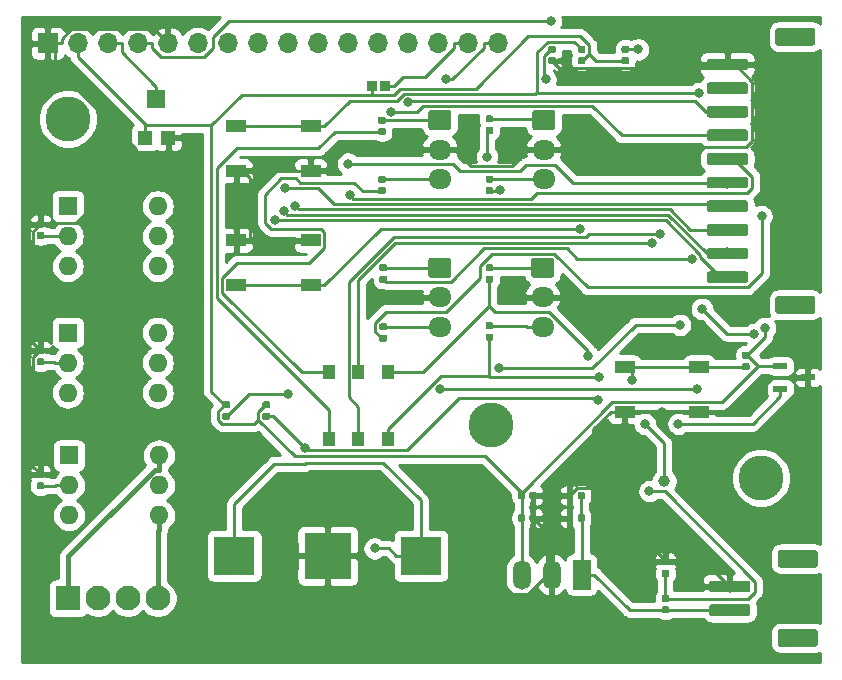
<source format=gbr>
G04 #@! TF.GenerationSoftware,KiCad,Pcbnew,(5.1.2)-2*
G04 #@! TF.CreationDate,2019-10-30T20:43:34-04:00*
G04 #@! TF.ProjectId,Thermostat_Layout,54686572-6d6f-4737-9461-745f4c61796f,rev?*
G04 #@! TF.SameCoordinates,Original*
G04 #@! TF.FileFunction,Copper,L1,Top*
G04 #@! TF.FilePolarity,Positive*
%FSLAX46Y46*%
G04 Gerber Fmt 4.6, Leading zero omitted, Abs format (unit mm)*
G04 Created by KiCad (PCBNEW (5.1.2)-2) date 2019-10-30 20:43:34*
%MOMM*%
%LPD*%
G04 APERTURE LIST*
%ADD10R,1.143000X0.558800*%
%ADD11C,3.800000*%
%ADD12C,0.100000*%
%ADD13C,1.500000*%
%ADD14C,1.000000*%
%ADD15O,1.500000X2.500000*%
%ADD16R,1.500000X2.500000*%
%ADD17O,1.950000X1.700000*%
%ADD18C,1.700000*%
%ADD19O,1.600000X1.600000*%
%ADD20R,1.600000X1.600000*%
%ADD21R,0.998220X1.148080*%
%ADD22R,1.700000X1.000000*%
%ADD23C,0.590000*%
%ADD24R,0.848360X0.899160*%
%ADD25O,1.700000X1.700000*%
%ADD26R,1.700000X1.700000*%
%ADD27C,2.100000*%
%ADD28R,2.100000X2.100000*%
%ADD29R,1.600000X1.500000*%
%ADD30R,1.200000X1.200000*%
%ADD31R,4.000000X4.000000*%
%ADD32R,3.500000X3.300000*%
%ADD33C,0.800000*%
%ADD34C,0.250000*%
%ADD35C,0.400000*%
%ADD36C,0.254000*%
G04 APERTURE END LIST*
D10*
X182968400Y-98700000D03*
X180631600Y-99665200D03*
X180631600Y-97734800D03*
D11*
X120300000Y-76800000D03*
X179000000Y-107200000D03*
X156100000Y-102700000D03*
D12*
G36*
X183574504Y-113301204D02*
G01*
X183598773Y-113304804D01*
X183622571Y-113310765D01*
X183645671Y-113319030D01*
X183667849Y-113329520D01*
X183688893Y-113342133D01*
X183708598Y-113356747D01*
X183726777Y-113373223D01*
X183743253Y-113391402D01*
X183757867Y-113411107D01*
X183770480Y-113432151D01*
X183780970Y-113454329D01*
X183789235Y-113477429D01*
X183795196Y-113501227D01*
X183798796Y-113525496D01*
X183800000Y-113550000D01*
X183800000Y-114550000D01*
X183798796Y-114574504D01*
X183795196Y-114598773D01*
X183789235Y-114622571D01*
X183780970Y-114645671D01*
X183770480Y-114667849D01*
X183757867Y-114688893D01*
X183743253Y-114708598D01*
X183726777Y-114726777D01*
X183708598Y-114743253D01*
X183688893Y-114757867D01*
X183667849Y-114770480D01*
X183645671Y-114780970D01*
X183622571Y-114789235D01*
X183598773Y-114795196D01*
X183574504Y-114798796D01*
X183550000Y-114800000D01*
X180650000Y-114800000D01*
X180625496Y-114798796D01*
X180601227Y-114795196D01*
X180577429Y-114789235D01*
X180554329Y-114780970D01*
X180532151Y-114770480D01*
X180511107Y-114757867D01*
X180491402Y-114743253D01*
X180473223Y-114726777D01*
X180456747Y-114708598D01*
X180442133Y-114688893D01*
X180429520Y-114667849D01*
X180419030Y-114645671D01*
X180410765Y-114622571D01*
X180404804Y-114598773D01*
X180401204Y-114574504D01*
X180400000Y-114550000D01*
X180400000Y-113550000D01*
X180401204Y-113525496D01*
X180404804Y-113501227D01*
X180410765Y-113477429D01*
X180419030Y-113454329D01*
X180429520Y-113432151D01*
X180442133Y-113411107D01*
X180456747Y-113391402D01*
X180473223Y-113373223D01*
X180491402Y-113356747D01*
X180511107Y-113342133D01*
X180532151Y-113329520D01*
X180554329Y-113319030D01*
X180577429Y-113310765D01*
X180601227Y-113304804D01*
X180625496Y-113301204D01*
X180650000Y-113300000D01*
X183550000Y-113300000D01*
X183574504Y-113301204D01*
X183574504Y-113301204D01*
G37*
D13*
X182100000Y-114050000D03*
D12*
G36*
X183574504Y-120001204D02*
G01*
X183598773Y-120004804D01*
X183622571Y-120010765D01*
X183645671Y-120019030D01*
X183667849Y-120029520D01*
X183688893Y-120042133D01*
X183708598Y-120056747D01*
X183726777Y-120073223D01*
X183743253Y-120091402D01*
X183757867Y-120111107D01*
X183770480Y-120132151D01*
X183780970Y-120154329D01*
X183789235Y-120177429D01*
X183795196Y-120201227D01*
X183798796Y-120225496D01*
X183800000Y-120250000D01*
X183800000Y-121250000D01*
X183798796Y-121274504D01*
X183795196Y-121298773D01*
X183789235Y-121322571D01*
X183780970Y-121345671D01*
X183770480Y-121367849D01*
X183757867Y-121388893D01*
X183743253Y-121408598D01*
X183726777Y-121426777D01*
X183708598Y-121443253D01*
X183688893Y-121457867D01*
X183667849Y-121470480D01*
X183645671Y-121480970D01*
X183622571Y-121489235D01*
X183598773Y-121495196D01*
X183574504Y-121498796D01*
X183550000Y-121500000D01*
X180650000Y-121500000D01*
X180625496Y-121498796D01*
X180601227Y-121495196D01*
X180577429Y-121489235D01*
X180554329Y-121480970D01*
X180532151Y-121470480D01*
X180511107Y-121457867D01*
X180491402Y-121443253D01*
X180473223Y-121426777D01*
X180456747Y-121408598D01*
X180442133Y-121388893D01*
X180429520Y-121367849D01*
X180419030Y-121345671D01*
X180410765Y-121322571D01*
X180404804Y-121298773D01*
X180401204Y-121274504D01*
X180400000Y-121250000D01*
X180400000Y-120250000D01*
X180401204Y-120225496D01*
X180404804Y-120201227D01*
X180410765Y-120177429D01*
X180419030Y-120154329D01*
X180429520Y-120132151D01*
X180442133Y-120111107D01*
X180456747Y-120091402D01*
X180473223Y-120073223D01*
X180491402Y-120056747D01*
X180511107Y-120042133D01*
X180532151Y-120029520D01*
X180554329Y-120019030D01*
X180577429Y-120010765D01*
X180601227Y-120004804D01*
X180625496Y-120001204D01*
X180650000Y-120000000D01*
X183550000Y-120000000D01*
X183574504Y-120001204D01*
X183574504Y-120001204D01*
G37*
D13*
X182100000Y-120750000D03*
D12*
G36*
X177874504Y-115901204D02*
G01*
X177898773Y-115904804D01*
X177922571Y-115910765D01*
X177945671Y-115919030D01*
X177967849Y-115929520D01*
X177988893Y-115942133D01*
X178008598Y-115956747D01*
X178026777Y-115973223D01*
X178043253Y-115991402D01*
X178057867Y-116011107D01*
X178070480Y-116032151D01*
X178080970Y-116054329D01*
X178089235Y-116077429D01*
X178095196Y-116101227D01*
X178098796Y-116125496D01*
X178100000Y-116150000D01*
X178100000Y-116650000D01*
X178098796Y-116674504D01*
X178095196Y-116698773D01*
X178089235Y-116722571D01*
X178080970Y-116745671D01*
X178070480Y-116767849D01*
X178057867Y-116788893D01*
X178043253Y-116808598D01*
X178026777Y-116826777D01*
X178008598Y-116843253D01*
X177988893Y-116857867D01*
X177967849Y-116870480D01*
X177945671Y-116880970D01*
X177922571Y-116889235D01*
X177898773Y-116895196D01*
X177874504Y-116898796D01*
X177850000Y-116900000D01*
X174850000Y-116900000D01*
X174825496Y-116898796D01*
X174801227Y-116895196D01*
X174777429Y-116889235D01*
X174754329Y-116880970D01*
X174732151Y-116870480D01*
X174711107Y-116857867D01*
X174691402Y-116843253D01*
X174673223Y-116826777D01*
X174656747Y-116808598D01*
X174642133Y-116788893D01*
X174629520Y-116767849D01*
X174619030Y-116745671D01*
X174610765Y-116722571D01*
X174604804Y-116698773D01*
X174601204Y-116674504D01*
X174600000Y-116650000D01*
X174600000Y-116150000D01*
X174601204Y-116125496D01*
X174604804Y-116101227D01*
X174610765Y-116077429D01*
X174619030Y-116054329D01*
X174629520Y-116032151D01*
X174642133Y-116011107D01*
X174656747Y-115991402D01*
X174673223Y-115973223D01*
X174691402Y-115956747D01*
X174711107Y-115942133D01*
X174732151Y-115929520D01*
X174754329Y-115919030D01*
X174777429Y-115910765D01*
X174801227Y-115904804D01*
X174825496Y-115901204D01*
X174850000Y-115900000D01*
X177850000Y-115900000D01*
X177874504Y-115901204D01*
X177874504Y-115901204D01*
G37*
D14*
X176350000Y-116400000D03*
D12*
G36*
X177874504Y-117901204D02*
G01*
X177898773Y-117904804D01*
X177922571Y-117910765D01*
X177945671Y-117919030D01*
X177967849Y-117929520D01*
X177988893Y-117942133D01*
X178008598Y-117956747D01*
X178026777Y-117973223D01*
X178043253Y-117991402D01*
X178057867Y-118011107D01*
X178070480Y-118032151D01*
X178080970Y-118054329D01*
X178089235Y-118077429D01*
X178095196Y-118101227D01*
X178098796Y-118125496D01*
X178100000Y-118150000D01*
X178100000Y-118650000D01*
X178098796Y-118674504D01*
X178095196Y-118698773D01*
X178089235Y-118722571D01*
X178080970Y-118745671D01*
X178070480Y-118767849D01*
X178057867Y-118788893D01*
X178043253Y-118808598D01*
X178026777Y-118826777D01*
X178008598Y-118843253D01*
X177988893Y-118857867D01*
X177967849Y-118870480D01*
X177945671Y-118880970D01*
X177922571Y-118889235D01*
X177898773Y-118895196D01*
X177874504Y-118898796D01*
X177850000Y-118900000D01*
X174850000Y-118900000D01*
X174825496Y-118898796D01*
X174801227Y-118895196D01*
X174777429Y-118889235D01*
X174754329Y-118880970D01*
X174732151Y-118870480D01*
X174711107Y-118857867D01*
X174691402Y-118843253D01*
X174673223Y-118826777D01*
X174656747Y-118808598D01*
X174642133Y-118788893D01*
X174629520Y-118767849D01*
X174619030Y-118745671D01*
X174610765Y-118722571D01*
X174604804Y-118698773D01*
X174601204Y-118674504D01*
X174600000Y-118650000D01*
X174600000Y-118150000D01*
X174601204Y-118125496D01*
X174604804Y-118101227D01*
X174610765Y-118077429D01*
X174619030Y-118054329D01*
X174629520Y-118032151D01*
X174642133Y-118011107D01*
X174656747Y-117991402D01*
X174673223Y-117973223D01*
X174691402Y-117956747D01*
X174711107Y-117942133D01*
X174732151Y-117929520D01*
X174754329Y-117919030D01*
X174777429Y-117910765D01*
X174801227Y-117904804D01*
X174825496Y-117901204D01*
X174850000Y-117900000D01*
X177850000Y-117900000D01*
X177874504Y-117901204D01*
X177874504Y-117901204D01*
G37*
D14*
X176350000Y-118400000D03*
D15*
X158720000Y-115400000D03*
X161260000Y-115400000D03*
D16*
X163800000Y-115400000D03*
D12*
G36*
X183374504Y-69101204D02*
G01*
X183398773Y-69104804D01*
X183422571Y-69110765D01*
X183445671Y-69119030D01*
X183467849Y-69129520D01*
X183488893Y-69142133D01*
X183508598Y-69156747D01*
X183526777Y-69173223D01*
X183543253Y-69191402D01*
X183557867Y-69211107D01*
X183570480Y-69232151D01*
X183580970Y-69254329D01*
X183589235Y-69277429D01*
X183595196Y-69301227D01*
X183598796Y-69325496D01*
X183600000Y-69350000D01*
X183600000Y-70350000D01*
X183598796Y-70374504D01*
X183595196Y-70398773D01*
X183589235Y-70422571D01*
X183580970Y-70445671D01*
X183570480Y-70467849D01*
X183557867Y-70488893D01*
X183543253Y-70508598D01*
X183526777Y-70526777D01*
X183508598Y-70543253D01*
X183488893Y-70557867D01*
X183467849Y-70570480D01*
X183445671Y-70580970D01*
X183422571Y-70589235D01*
X183398773Y-70595196D01*
X183374504Y-70598796D01*
X183350000Y-70600000D01*
X180450000Y-70600000D01*
X180425496Y-70598796D01*
X180401227Y-70595196D01*
X180377429Y-70589235D01*
X180354329Y-70580970D01*
X180332151Y-70570480D01*
X180311107Y-70557867D01*
X180291402Y-70543253D01*
X180273223Y-70526777D01*
X180256747Y-70508598D01*
X180242133Y-70488893D01*
X180229520Y-70467849D01*
X180219030Y-70445671D01*
X180210765Y-70422571D01*
X180204804Y-70398773D01*
X180201204Y-70374504D01*
X180200000Y-70350000D01*
X180200000Y-69350000D01*
X180201204Y-69325496D01*
X180204804Y-69301227D01*
X180210765Y-69277429D01*
X180219030Y-69254329D01*
X180229520Y-69232151D01*
X180242133Y-69211107D01*
X180256747Y-69191402D01*
X180273223Y-69173223D01*
X180291402Y-69156747D01*
X180311107Y-69142133D01*
X180332151Y-69129520D01*
X180354329Y-69119030D01*
X180377429Y-69110765D01*
X180401227Y-69104804D01*
X180425496Y-69101204D01*
X180450000Y-69100000D01*
X183350000Y-69100000D01*
X183374504Y-69101204D01*
X183374504Y-69101204D01*
G37*
D13*
X181900000Y-69850000D03*
D12*
G36*
X183374504Y-91801204D02*
G01*
X183398773Y-91804804D01*
X183422571Y-91810765D01*
X183445671Y-91819030D01*
X183467849Y-91829520D01*
X183488893Y-91842133D01*
X183508598Y-91856747D01*
X183526777Y-91873223D01*
X183543253Y-91891402D01*
X183557867Y-91911107D01*
X183570480Y-91932151D01*
X183580970Y-91954329D01*
X183589235Y-91977429D01*
X183595196Y-92001227D01*
X183598796Y-92025496D01*
X183600000Y-92050000D01*
X183600000Y-93050000D01*
X183598796Y-93074504D01*
X183595196Y-93098773D01*
X183589235Y-93122571D01*
X183580970Y-93145671D01*
X183570480Y-93167849D01*
X183557867Y-93188893D01*
X183543253Y-93208598D01*
X183526777Y-93226777D01*
X183508598Y-93243253D01*
X183488893Y-93257867D01*
X183467849Y-93270480D01*
X183445671Y-93280970D01*
X183422571Y-93289235D01*
X183398773Y-93295196D01*
X183374504Y-93298796D01*
X183350000Y-93300000D01*
X180450000Y-93300000D01*
X180425496Y-93298796D01*
X180401227Y-93295196D01*
X180377429Y-93289235D01*
X180354329Y-93280970D01*
X180332151Y-93270480D01*
X180311107Y-93257867D01*
X180291402Y-93243253D01*
X180273223Y-93226777D01*
X180256747Y-93208598D01*
X180242133Y-93188893D01*
X180229520Y-93167849D01*
X180219030Y-93145671D01*
X180210765Y-93122571D01*
X180204804Y-93098773D01*
X180201204Y-93074504D01*
X180200000Y-93050000D01*
X180200000Y-92050000D01*
X180201204Y-92025496D01*
X180204804Y-92001227D01*
X180210765Y-91977429D01*
X180219030Y-91954329D01*
X180229520Y-91932151D01*
X180242133Y-91911107D01*
X180256747Y-91891402D01*
X180273223Y-91873223D01*
X180291402Y-91856747D01*
X180311107Y-91842133D01*
X180332151Y-91829520D01*
X180354329Y-91819030D01*
X180377429Y-91810765D01*
X180401227Y-91804804D01*
X180425496Y-91801204D01*
X180450000Y-91800000D01*
X183350000Y-91800000D01*
X183374504Y-91801204D01*
X183374504Y-91801204D01*
G37*
D13*
X181900000Y-92550000D03*
D12*
G36*
X177674504Y-71701204D02*
G01*
X177698773Y-71704804D01*
X177722571Y-71710765D01*
X177745671Y-71719030D01*
X177767849Y-71729520D01*
X177788893Y-71742133D01*
X177808598Y-71756747D01*
X177826777Y-71773223D01*
X177843253Y-71791402D01*
X177857867Y-71811107D01*
X177870480Y-71832151D01*
X177880970Y-71854329D01*
X177889235Y-71877429D01*
X177895196Y-71901227D01*
X177898796Y-71925496D01*
X177900000Y-71950000D01*
X177900000Y-72450000D01*
X177898796Y-72474504D01*
X177895196Y-72498773D01*
X177889235Y-72522571D01*
X177880970Y-72545671D01*
X177870480Y-72567849D01*
X177857867Y-72588893D01*
X177843253Y-72608598D01*
X177826777Y-72626777D01*
X177808598Y-72643253D01*
X177788893Y-72657867D01*
X177767849Y-72670480D01*
X177745671Y-72680970D01*
X177722571Y-72689235D01*
X177698773Y-72695196D01*
X177674504Y-72698796D01*
X177650000Y-72700000D01*
X174650000Y-72700000D01*
X174625496Y-72698796D01*
X174601227Y-72695196D01*
X174577429Y-72689235D01*
X174554329Y-72680970D01*
X174532151Y-72670480D01*
X174511107Y-72657867D01*
X174491402Y-72643253D01*
X174473223Y-72626777D01*
X174456747Y-72608598D01*
X174442133Y-72588893D01*
X174429520Y-72567849D01*
X174419030Y-72545671D01*
X174410765Y-72522571D01*
X174404804Y-72498773D01*
X174401204Y-72474504D01*
X174400000Y-72450000D01*
X174400000Y-71950000D01*
X174401204Y-71925496D01*
X174404804Y-71901227D01*
X174410765Y-71877429D01*
X174419030Y-71854329D01*
X174429520Y-71832151D01*
X174442133Y-71811107D01*
X174456747Y-71791402D01*
X174473223Y-71773223D01*
X174491402Y-71756747D01*
X174511107Y-71742133D01*
X174532151Y-71729520D01*
X174554329Y-71719030D01*
X174577429Y-71710765D01*
X174601227Y-71704804D01*
X174625496Y-71701204D01*
X174650000Y-71700000D01*
X177650000Y-71700000D01*
X177674504Y-71701204D01*
X177674504Y-71701204D01*
G37*
D14*
X176150000Y-72200000D03*
D12*
G36*
X177674504Y-73701204D02*
G01*
X177698773Y-73704804D01*
X177722571Y-73710765D01*
X177745671Y-73719030D01*
X177767849Y-73729520D01*
X177788893Y-73742133D01*
X177808598Y-73756747D01*
X177826777Y-73773223D01*
X177843253Y-73791402D01*
X177857867Y-73811107D01*
X177870480Y-73832151D01*
X177880970Y-73854329D01*
X177889235Y-73877429D01*
X177895196Y-73901227D01*
X177898796Y-73925496D01*
X177900000Y-73950000D01*
X177900000Y-74450000D01*
X177898796Y-74474504D01*
X177895196Y-74498773D01*
X177889235Y-74522571D01*
X177880970Y-74545671D01*
X177870480Y-74567849D01*
X177857867Y-74588893D01*
X177843253Y-74608598D01*
X177826777Y-74626777D01*
X177808598Y-74643253D01*
X177788893Y-74657867D01*
X177767849Y-74670480D01*
X177745671Y-74680970D01*
X177722571Y-74689235D01*
X177698773Y-74695196D01*
X177674504Y-74698796D01*
X177650000Y-74700000D01*
X174650000Y-74700000D01*
X174625496Y-74698796D01*
X174601227Y-74695196D01*
X174577429Y-74689235D01*
X174554329Y-74680970D01*
X174532151Y-74670480D01*
X174511107Y-74657867D01*
X174491402Y-74643253D01*
X174473223Y-74626777D01*
X174456747Y-74608598D01*
X174442133Y-74588893D01*
X174429520Y-74567849D01*
X174419030Y-74545671D01*
X174410765Y-74522571D01*
X174404804Y-74498773D01*
X174401204Y-74474504D01*
X174400000Y-74450000D01*
X174400000Y-73950000D01*
X174401204Y-73925496D01*
X174404804Y-73901227D01*
X174410765Y-73877429D01*
X174419030Y-73854329D01*
X174429520Y-73832151D01*
X174442133Y-73811107D01*
X174456747Y-73791402D01*
X174473223Y-73773223D01*
X174491402Y-73756747D01*
X174511107Y-73742133D01*
X174532151Y-73729520D01*
X174554329Y-73719030D01*
X174577429Y-73710765D01*
X174601227Y-73704804D01*
X174625496Y-73701204D01*
X174650000Y-73700000D01*
X177650000Y-73700000D01*
X177674504Y-73701204D01*
X177674504Y-73701204D01*
G37*
D14*
X176150000Y-74200000D03*
D12*
G36*
X177674504Y-75701204D02*
G01*
X177698773Y-75704804D01*
X177722571Y-75710765D01*
X177745671Y-75719030D01*
X177767849Y-75729520D01*
X177788893Y-75742133D01*
X177808598Y-75756747D01*
X177826777Y-75773223D01*
X177843253Y-75791402D01*
X177857867Y-75811107D01*
X177870480Y-75832151D01*
X177880970Y-75854329D01*
X177889235Y-75877429D01*
X177895196Y-75901227D01*
X177898796Y-75925496D01*
X177900000Y-75950000D01*
X177900000Y-76450000D01*
X177898796Y-76474504D01*
X177895196Y-76498773D01*
X177889235Y-76522571D01*
X177880970Y-76545671D01*
X177870480Y-76567849D01*
X177857867Y-76588893D01*
X177843253Y-76608598D01*
X177826777Y-76626777D01*
X177808598Y-76643253D01*
X177788893Y-76657867D01*
X177767849Y-76670480D01*
X177745671Y-76680970D01*
X177722571Y-76689235D01*
X177698773Y-76695196D01*
X177674504Y-76698796D01*
X177650000Y-76700000D01*
X174650000Y-76700000D01*
X174625496Y-76698796D01*
X174601227Y-76695196D01*
X174577429Y-76689235D01*
X174554329Y-76680970D01*
X174532151Y-76670480D01*
X174511107Y-76657867D01*
X174491402Y-76643253D01*
X174473223Y-76626777D01*
X174456747Y-76608598D01*
X174442133Y-76588893D01*
X174429520Y-76567849D01*
X174419030Y-76545671D01*
X174410765Y-76522571D01*
X174404804Y-76498773D01*
X174401204Y-76474504D01*
X174400000Y-76450000D01*
X174400000Y-75950000D01*
X174401204Y-75925496D01*
X174404804Y-75901227D01*
X174410765Y-75877429D01*
X174419030Y-75854329D01*
X174429520Y-75832151D01*
X174442133Y-75811107D01*
X174456747Y-75791402D01*
X174473223Y-75773223D01*
X174491402Y-75756747D01*
X174511107Y-75742133D01*
X174532151Y-75729520D01*
X174554329Y-75719030D01*
X174577429Y-75710765D01*
X174601227Y-75704804D01*
X174625496Y-75701204D01*
X174650000Y-75700000D01*
X177650000Y-75700000D01*
X177674504Y-75701204D01*
X177674504Y-75701204D01*
G37*
D14*
X176150000Y-76200000D03*
D12*
G36*
X177674504Y-77701204D02*
G01*
X177698773Y-77704804D01*
X177722571Y-77710765D01*
X177745671Y-77719030D01*
X177767849Y-77729520D01*
X177788893Y-77742133D01*
X177808598Y-77756747D01*
X177826777Y-77773223D01*
X177843253Y-77791402D01*
X177857867Y-77811107D01*
X177870480Y-77832151D01*
X177880970Y-77854329D01*
X177889235Y-77877429D01*
X177895196Y-77901227D01*
X177898796Y-77925496D01*
X177900000Y-77950000D01*
X177900000Y-78450000D01*
X177898796Y-78474504D01*
X177895196Y-78498773D01*
X177889235Y-78522571D01*
X177880970Y-78545671D01*
X177870480Y-78567849D01*
X177857867Y-78588893D01*
X177843253Y-78608598D01*
X177826777Y-78626777D01*
X177808598Y-78643253D01*
X177788893Y-78657867D01*
X177767849Y-78670480D01*
X177745671Y-78680970D01*
X177722571Y-78689235D01*
X177698773Y-78695196D01*
X177674504Y-78698796D01*
X177650000Y-78700000D01*
X174650000Y-78700000D01*
X174625496Y-78698796D01*
X174601227Y-78695196D01*
X174577429Y-78689235D01*
X174554329Y-78680970D01*
X174532151Y-78670480D01*
X174511107Y-78657867D01*
X174491402Y-78643253D01*
X174473223Y-78626777D01*
X174456747Y-78608598D01*
X174442133Y-78588893D01*
X174429520Y-78567849D01*
X174419030Y-78545671D01*
X174410765Y-78522571D01*
X174404804Y-78498773D01*
X174401204Y-78474504D01*
X174400000Y-78450000D01*
X174400000Y-77950000D01*
X174401204Y-77925496D01*
X174404804Y-77901227D01*
X174410765Y-77877429D01*
X174419030Y-77854329D01*
X174429520Y-77832151D01*
X174442133Y-77811107D01*
X174456747Y-77791402D01*
X174473223Y-77773223D01*
X174491402Y-77756747D01*
X174511107Y-77742133D01*
X174532151Y-77729520D01*
X174554329Y-77719030D01*
X174577429Y-77710765D01*
X174601227Y-77704804D01*
X174625496Y-77701204D01*
X174650000Y-77700000D01*
X177650000Y-77700000D01*
X177674504Y-77701204D01*
X177674504Y-77701204D01*
G37*
D14*
X176150000Y-78200000D03*
D12*
G36*
X177674504Y-79701204D02*
G01*
X177698773Y-79704804D01*
X177722571Y-79710765D01*
X177745671Y-79719030D01*
X177767849Y-79729520D01*
X177788893Y-79742133D01*
X177808598Y-79756747D01*
X177826777Y-79773223D01*
X177843253Y-79791402D01*
X177857867Y-79811107D01*
X177870480Y-79832151D01*
X177880970Y-79854329D01*
X177889235Y-79877429D01*
X177895196Y-79901227D01*
X177898796Y-79925496D01*
X177900000Y-79950000D01*
X177900000Y-80450000D01*
X177898796Y-80474504D01*
X177895196Y-80498773D01*
X177889235Y-80522571D01*
X177880970Y-80545671D01*
X177870480Y-80567849D01*
X177857867Y-80588893D01*
X177843253Y-80608598D01*
X177826777Y-80626777D01*
X177808598Y-80643253D01*
X177788893Y-80657867D01*
X177767849Y-80670480D01*
X177745671Y-80680970D01*
X177722571Y-80689235D01*
X177698773Y-80695196D01*
X177674504Y-80698796D01*
X177650000Y-80700000D01*
X174650000Y-80700000D01*
X174625496Y-80698796D01*
X174601227Y-80695196D01*
X174577429Y-80689235D01*
X174554329Y-80680970D01*
X174532151Y-80670480D01*
X174511107Y-80657867D01*
X174491402Y-80643253D01*
X174473223Y-80626777D01*
X174456747Y-80608598D01*
X174442133Y-80588893D01*
X174429520Y-80567849D01*
X174419030Y-80545671D01*
X174410765Y-80522571D01*
X174404804Y-80498773D01*
X174401204Y-80474504D01*
X174400000Y-80450000D01*
X174400000Y-79950000D01*
X174401204Y-79925496D01*
X174404804Y-79901227D01*
X174410765Y-79877429D01*
X174419030Y-79854329D01*
X174429520Y-79832151D01*
X174442133Y-79811107D01*
X174456747Y-79791402D01*
X174473223Y-79773223D01*
X174491402Y-79756747D01*
X174511107Y-79742133D01*
X174532151Y-79729520D01*
X174554329Y-79719030D01*
X174577429Y-79710765D01*
X174601227Y-79704804D01*
X174625496Y-79701204D01*
X174650000Y-79700000D01*
X177650000Y-79700000D01*
X177674504Y-79701204D01*
X177674504Y-79701204D01*
G37*
D14*
X176150000Y-80200000D03*
D12*
G36*
X177674504Y-81701204D02*
G01*
X177698773Y-81704804D01*
X177722571Y-81710765D01*
X177745671Y-81719030D01*
X177767849Y-81729520D01*
X177788893Y-81742133D01*
X177808598Y-81756747D01*
X177826777Y-81773223D01*
X177843253Y-81791402D01*
X177857867Y-81811107D01*
X177870480Y-81832151D01*
X177880970Y-81854329D01*
X177889235Y-81877429D01*
X177895196Y-81901227D01*
X177898796Y-81925496D01*
X177900000Y-81950000D01*
X177900000Y-82450000D01*
X177898796Y-82474504D01*
X177895196Y-82498773D01*
X177889235Y-82522571D01*
X177880970Y-82545671D01*
X177870480Y-82567849D01*
X177857867Y-82588893D01*
X177843253Y-82608598D01*
X177826777Y-82626777D01*
X177808598Y-82643253D01*
X177788893Y-82657867D01*
X177767849Y-82670480D01*
X177745671Y-82680970D01*
X177722571Y-82689235D01*
X177698773Y-82695196D01*
X177674504Y-82698796D01*
X177650000Y-82700000D01*
X174650000Y-82700000D01*
X174625496Y-82698796D01*
X174601227Y-82695196D01*
X174577429Y-82689235D01*
X174554329Y-82680970D01*
X174532151Y-82670480D01*
X174511107Y-82657867D01*
X174491402Y-82643253D01*
X174473223Y-82626777D01*
X174456747Y-82608598D01*
X174442133Y-82588893D01*
X174429520Y-82567849D01*
X174419030Y-82545671D01*
X174410765Y-82522571D01*
X174404804Y-82498773D01*
X174401204Y-82474504D01*
X174400000Y-82450000D01*
X174400000Y-81950000D01*
X174401204Y-81925496D01*
X174404804Y-81901227D01*
X174410765Y-81877429D01*
X174419030Y-81854329D01*
X174429520Y-81832151D01*
X174442133Y-81811107D01*
X174456747Y-81791402D01*
X174473223Y-81773223D01*
X174491402Y-81756747D01*
X174511107Y-81742133D01*
X174532151Y-81729520D01*
X174554329Y-81719030D01*
X174577429Y-81710765D01*
X174601227Y-81704804D01*
X174625496Y-81701204D01*
X174650000Y-81700000D01*
X177650000Y-81700000D01*
X177674504Y-81701204D01*
X177674504Y-81701204D01*
G37*
D14*
X176150000Y-82200000D03*
D12*
G36*
X177674504Y-83701204D02*
G01*
X177698773Y-83704804D01*
X177722571Y-83710765D01*
X177745671Y-83719030D01*
X177767849Y-83729520D01*
X177788893Y-83742133D01*
X177808598Y-83756747D01*
X177826777Y-83773223D01*
X177843253Y-83791402D01*
X177857867Y-83811107D01*
X177870480Y-83832151D01*
X177880970Y-83854329D01*
X177889235Y-83877429D01*
X177895196Y-83901227D01*
X177898796Y-83925496D01*
X177900000Y-83950000D01*
X177900000Y-84450000D01*
X177898796Y-84474504D01*
X177895196Y-84498773D01*
X177889235Y-84522571D01*
X177880970Y-84545671D01*
X177870480Y-84567849D01*
X177857867Y-84588893D01*
X177843253Y-84608598D01*
X177826777Y-84626777D01*
X177808598Y-84643253D01*
X177788893Y-84657867D01*
X177767849Y-84670480D01*
X177745671Y-84680970D01*
X177722571Y-84689235D01*
X177698773Y-84695196D01*
X177674504Y-84698796D01*
X177650000Y-84700000D01*
X174650000Y-84700000D01*
X174625496Y-84698796D01*
X174601227Y-84695196D01*
X174577429Y-84689235D01*
X174554329Y-84680970D01*
X174532151Y-84670480D01*
X174511107Y-84657867D01*
X174491402Y-84643253D01*
X174473223Y-84626777D01*
X174456747Y-84608598D01*
X174442133Y-84588893D01*
X174429520Y-84567849D01*
X174419030Y-84545671D01*
X174410765Y-84522571D01*
X174404804Y-84498773D01*
X174401204Y-84474504D01*
X174400000Y-84450000D01*
X174400000Y-83950000D01*
X174401204Y-83925496D01*
X174404804Y-83901227D01*
X174410765Y-83877429D01*
X174419030Y-83854329D01*
X174429520Y-83832151D01*
X174442133Y-83811107D01*
X174456747Y-83791402D01*
X174473223Y-83773223D01*
X174491402Y-83756747D01*
X174511107Y-83742133D01*
X174532151Y-83729520D01*
X174554329Y-83719030D01*
X174577429Y-83710765D01*
X174601227Y-83704804D01*
X174625496Y-83701204D01*
X174650000Y-83700000D01*
X177650000Y-83700000D01*
X177674504Y-83701204D01*
X177674504Y-83701204D01*
G37*
D14*
X176150000Y-84200000D03*
D12*
G36*
X177674504Y-85701204D02*
G01*
X177698773Y-85704804D01*
X177722571Y-85710765D01*
X177745671Y-85719030D01*
X177767849Y-85729520D01*
X177788893Y-85742133D01*
X177808598Y-85756747D01*
X177826777Y-85773223D01*
X177843253Y-85791402D01*
X177857867Y-85811107D01*
X177870480Y-85832151D01*
X177880970Y-85854329D01*
X177889235Y-85877429D01*
X177895196Y-85901227D01*
X177898796Y-85925496D01*
X177900000Y-85950000D01*
X177900000Y-86450000D01*
X177898796Y-86474504D01*
X177895196Y-86498773D01*
X177889235Y-86522571D01*
X177880970Y-86545671D01*
X177870480Y-86567849D01*
X177857867Y-86588893D01*
X177843253Y-86608598D01*
X177826777Y-86626777D01*
X177808598Y-86643253D01*
X177788893Y-86657867D01*
X177767849Y-86670480D01*
X177745671Y-86680970D01*
X177722571Y-86689235D01*
X177698773Y-86695196D01*
X177674504Y-86698796D01*
X177650000Y-86700000D01*
X174650000Y-86700000D01*
X174625496Y-86698796D01*
X174601227Y-86695196D01*
X174577429Y-86689235D01*
X174554329Y-86680970D01*
X174532151Y-86670480D01*
X174511107Y-86657867D01*
X174491402Y-86643253D01*
X174473223Y-86626777D01*
X174456747Y-86608598D01*
X174442133Y-86588893D01*
X174429520Y-86567849D01*
X174419030Y-86545671D01*
X174410765Y-86522571D01*
X174404804Y-86498773D01*
X174401204Y-86474504D01*
X174400000Y-86450000D01*
X174400000Y-85950000D01*
X174401204Y-85925496D01*
X174404804Y-85901227D01*
X174410765Y-85877429D01*
X174419030Y-85854329D01*
X174429520Y-85832151D01*
X174442133Y-85811107D01*
X174456747Y-85791402D01*
X174473223Y-85773223D01*
X174491402Y-85756747D01*
X174511107Y-85742133D01*
X174532151Y-85729520D01*
X174554329Y-85719030D01*
X174577429Y-85710765D01*
X174601227Y-85704804D01*
X174625496Y-85701204D01*
X174650000Y-85700000D01*
X177650000Y-85700000D01*
X177674504Y-85701204D01*
X177674504Y-85701204D01*
G37*
D14*
X176150000Y-86200000D03*
D12*
G36*
X177674504Y-87701204D02*
G01*
X177698773Y-87704804D01*
X177722571Y-87710765D01*
X177745671Y-87719030D01*
X177767849Y-87729520D01*
X177788893Y-87742133D01*
X177808598Y-87756747D01*
X177826777Y-87773223D01*
X177843253Y-87791402D01*
X177857867Y-87811107D01*
X177870480Y-87832151D01*
X177880970Y-87854329D01*
X177889235Y-87877429D01*
X177895196Y-87901227D01*
X177898796Y-87925496D01*
X177900000Y-87950000D01*
X177900000Y-88450000D01*
X177898796Y-88474504D01*
X177895196Y-88498773D01*
X177889235Y-88522571D01*
X177880970Y-88545671D01*
X177870480Y-88567849D01*
X177857867Y-88588893D01*
X177843253Y-88608598D01*
X177826777Y-88626777D01*
X177808598Y-88643253D01*
X177788893Y-88657867D01*
X177767849Y-88670480D01*
X177745671Y-88680970D01*
X177722571Y-88689235D01*
X177698773Y-88695196D01*
X177674504Y-88698796D01*
X177650000Y-88700000D01*
X174650000Y-88700000D01*
X174625496Y-88698796D01*
X174601227Y-88695196D01*
X174577429Y-88689235D01*
X174554329Y-88680970D01*
X174532151Y-88670480D01*
X174511107Y-88657867D01*
X174491402Y-88643253D01*
X174473223Y-88626777D01*
X174456747Y-88608598D01*
X174442133Y-88588893D01*
X174429520Y-88567849D01*
X174419030Y-88545671D01*
X174410765Y-88522571D01*
X174404804Y-88498773D01*
X174401204Y-88474504D01*
X174400000Y-88450000D01*
X174400000Y-87950000D01*
X174401204Y-87925496D01*
X174404804Y-87901227D01*
X174410765Y-87877429D01*
X174419030Y-87854329D01*
X174429520Y-87832151D01*
X174442133Y-87811107D01*
X174456747Y-87791402D01*
X174473223Y-87773223D01*
X174491402Y-87756747D01*
X174511107Y-87742133D01*
X174532151Y-87729520D01*
X174554329Y-87719030D01*
X174577429Y-87710765D01*
X174601227Y-87704804D01*
X174625496Y-87701204D01*
X174650000Y-87700000D01*
X177650000Y-87700000D01*
X177674504Y-87701204D01*
X177674504Y-87701204D01*
G37*
D14*
X176150000Y-88200000D03*
D12*
G36*
X177674504Y-89701204D02*
G01*
X177698773Y-89704804D01*
X177722571Y-89710765D01*
X177745671Y-89719030D01*
X177767849Y-89729520D01*
X177788893Y-89742133D01*
X177808598Y-89756747D01*
X177826777Y-89773223D01*
X177843253Y-89791402D01*
X177857867Y-89811107D01*
X177870480Y-89832151D01*
X177880970Y-89854329D01*
X177889235Y-89877429D01*
X177895196Y-89901227D01*
X177898796Y-89925496D01*
X177900000Y-89950000D01*
X177900000Y-90450000D01*
X177898796Y-90474504D01*
X177895196Y-90498773D01*
X177889235Y-90522571D01*
X177880970Y-90545671D01*
X177870480Y-90567849D01*
X177857867Y-90588893D01*
X177843253Y-90608598D01*
X177826777Y-90626777D01*
X177808598Y-90643253D01*
X177788893Y-90657867D01*
X177767849Y-90670480D01*
X177745671Y-90680970D01*
X177722571Y-90689235D01*
X177698773Y-90695196D01*
X177674504Y-90698796D01*
X177650000Y-90700000D01*
X174650000Y-90700000D01*
X174625496Y-90698796D01*
X174601227Y-90695196D01*
X174577429Y-90689235D01*
X174554329Y-90680970D01*
X174532151Y-90670480D01*
X174511107Y-90657867D01*
X174491402Y-90643253D01*
X174473223Y-90626777D01*
X174456747Y-90608598D01*
X174442133Y-90588893D01*
X174429520Y-90567849D01*
X174419030Y-90545671D01*
X174410765Y-90522571D01*
X174404804Y-90498773D01*
X174401204Y-90474504D01*
X174400000Y-90450000D01*
X174400000Y-89950000D01*
X174401204Y-89925496D01*
X174404804Y-89901227D01*
X174410765Y-89877429D01*
X174419030Y-89854329D01*
X174429520Y-89832151D01*
X174442133Y-89811107D01*
X174456747Y-89791402D01*
X174473223Y-89773223D01*
X174491402Y-89756747D01*
X174511107Y-89742133D01*
X174532151Y-89729520D01*
X174554329Y-89719030D01*
X174577429Y-89710765D01*
X174601227Y-89704804D01*
X174625496Y-89701204D01*
X174650000Y-89700000D01*
X177650000Y-89700000D01*
X177674504Y-89701204D01*
X177674504Y-89701204D01*
G37*
D14*
X176150000Y-90200000D03*
D17*
X151800000Y-94400000D03*
X151800000Y-91900000D03*
D12*
G36*
X152549504Y-88551204D02*
G01*
X152573773Y-88554804D01*
X152597571Y-88560765D01*
X152620671Y-88569030D01*
X152642849Y-88579520D01*
X152663893Y-88592133D01*
X152683598Y-88606747D01*
X152701777Y-88623223D01*
X152718253Y-88641402D01*
X152732867Y-88661107D01*
X152745480Y-88682151D01*
X152755970Y-88704329D01*
X152764235Y-88727429D01*
X152770196Y-88751227D01*
X152773796Y-88775496D01*
X152775000Y-88800000D01*
X152775000Y-90000000D01*
X152773796Y-90024504D01*
X152770196Y-90048773D01*
X152764235Y-90072571D01*
X152755970Y-90095671D01*
X152745480Y-90117849D01*
X152732867Y-90138893D01*
X152718253Y-90158598D01*
X152701777Y-90176777D01*
X152683598Y-90193253D01*
X152663893Y-90207867D01*
X152642849Y-90220480D01*
X152620671Y-90230970D01*
X152597571Y-90239235D01*
X152573773Y-90245196D01*
X152549504Y-90248796D01*
X152525000Y-90250000D01*
X151075000Y-90250000D01*
X151050496Y-90248796D01*
X151026227Y-90245196D01*
X151002429Y-90239235D01*
X150979329Y-90230970D01*
X150957151Y-90220480D01*
X150936107Y-90207867D01*
X150916402Y-90193253D01*
X150898223Y-90176777D01*
X150881747Y-90158598D01*
X150867133Y-90138893D01*
X150854520Y-90117849D01*
X150844030Y-90095671D01*
X150835765Y-90072571D01*
X150829804Y-90048773D01*
X150826204Y-90024504D01*
X150825000Y-90000000D01*
X150825000Y-88800000D01*
X150826204Y-88775496D01*
X150829804Y-88751227D01*
X150835765Y-88727429D01*
X150844030Y-88704329D01*
X150854520Y-88682151D01*
X150867133Y-88661107D01*
X150881747Y-88641402D01*
X150898223Y-88623223D01*
X150916402Y-88606747D01*
X150936107Y-88592133D01*
X150957151Y-88579520D01*
X150979329Y-88569030D01*
X151002429Y-88560765D01*
X151026227Y-88554804D01*
X151050496Y-88551204D01*
X151075000Y-88550000D01*
X152525000Y-88550000D01*
X152549504Y-88551204D01*
X152549504Y-88551204D01*
G37*
D18*
X151800000Y-89400000D03*
D17*
X151800000Y-81900000D03*
X151800000Y-79400000D03*
D12*
G36*
X152549504Y-76051204D02*
G01*
X152573773Y-76054804D01*
X152597571Y-76060765D01*
X152620671Y-76069030D01*
X152642849Y-76079520D01*
X152663893Y-76092133D01*
X152683598Y-76106747D01*
X152701777Y-76123223D01*
X152718253Y-76141402D01*
X152732867Y-76161107D01*
X152745480Y-76182151D01*
X152755970Y-76204329D01*
X152764235Y-76227429D01*
X152770196Y-76251227D01*
X152773796Y-76275496D01*
X152775000Y-76300000D01*
X152775000Y-77500000D01*
X152773796Y-77524504D01*
X152770196Y-77548773D01*
X152764235Y-77572571D01*
X152755970Y-77595671D01*
X152745480Y-77617849D01*
X152732867Y-77638893D01*
X152718253Y-77658598D01*
X152701777Y-77676777D01*
X152683598Y-77693253D01*
X152663893Y-77707867D01*
X152642849Y-77720480D01*
X152620671Y-77730970D01*
X152597571Y-77739235D01*
X152573773Y-77745196D01*
X152549504Y-77748796D01*
X152525000Y-77750000D01*
X151075000Y-77750000D01*
X151050496Y-77748796D01*
X151026227Y-77745196D01*
X151002429Y-77739235D01*
X150979329Y-77730970D01*
X150957151Y-77720480D01*
X150936107Y-77707867D01*
X150916402Y-77693253D01*
X150898223Y-77676777D01*
X150881747Y-77658598D01*
X150867133Y-77638893D01*
X150854520Y-77617849D01*
X150844030Y-77595671D01*
X150835765Y-77572571D01*
X150829804Y-77548773D01*
X150826204Y-77524504D01*
X150825000Y-77500000D01*
X150825000Y-76300000D01*
X150826204Y-76275496D01*
X150829804Y-76251227D01*
X150835765Y-76227429D01*
X150844030Y-76204329D01*
X150854520Y-76182151D01*
X150867133Y-76161107D01*
X150881747Y-76141402D01*
X150898223Y-76123223D01*
X150916402Y-76106747D01*
X150936107Y-76092133D01*
X150957151Y-76079520D01*
X150979329Y-76069030D01*
X151002429Y-76060765D01*
X151026227Y-76054804D01*
X151050496Y-76051204D01*
X151075000Y-76050000D01*
X152525000Y-76050000D01*
X152549504Y-76051204D01*
X152549504Y-76051204D01*
G37*
D18*
X151800000Y-76900000D03*
D17*
X160600000Y-81900000D03*
X160600000Y-79400000D03*
D12*
G36*
X161349504Y-76051204D02*
G01*
X161373773Y-76054804D01*
X161397571Y-76060765D01*
X161420671Y-76069030D01*
X161442849Y-76079520D01*
X161463893Y-76092133D01*
X161483598Y-76106747D01*
X161501777Y-76123223D01*
X161518253Y-76141402D01*
X161532867Y-76161107D01*
X161545480Y-76182151D01*
X161555970Y-76204329D01*
X161564235Y-76227429D01*
X161570196Y-76251227D01*
X161573796Y-76275496D01*
X161575000Y-76300000D01*
X161575000Y-77500000D01*
X161573796Y-77524504D01*
X161570196Y-77548773D01*
X161564235Y-77572571D01*
X161555970Y-77595671D01*
X161545480Y-77617849D01*
X161532867Y-77638893D01*
X161518253Y-77658598D01*
X161501777Y-77676777D01*
X161483598Y-77693253D01*
X161463893Y-77707867D01*
X161442849Y-77720480D01*
X161420671Y-77730970D01*
X161397571Y-77739235D01*
X161373773Y-77745196D01*
X161349504Y-77748796D01*
X161325000Y-77750000D01*
X159875000Y-77750000D01*
X159850496Y-77748796D01*
X159826227Y-77745196D01*
X159802429Y-77739235D01*
X159779329Y-77730970D01*
X159757151Y-77720480D01*
X159736107Y-77707867D01*
X159716402Y-77693253D01*
X159698223Y-77676777D01*
X159681747Y-77658598D01*
X159667133Y-77638893D01*
X159654520Y-77617849D01*
X159644030Y-77595671D01*
X159635765Y-77572571D01*
X159629804Y-77548773D01*
X159626204Y-77524504D01*
X159625000Y-77500000D01*
X159625000Y-76300000D01*
X159626204Y-76275496D01*
X159629804Y-76251227D01*
X159635765Y-76227429D01*
X159644030Y-76204329D01*
X159654520Y-76182151D01*
X159667133Y-76161107D01*
X159681747Y-76141402D01*
X159698223Y-76123223D01*
X159716402Y-76106747D01*
X159736107Y-76092133D01*
X159757151Y-76079520D01*
X159779329Y-76069030D01*
X159802429Y-76060765D01*
X159826227Y-76054804D01*
X159850496Y-76051204D01*
X159875000Y-76050000D01*
X161325000Y-76050000D01*
X161349504Y-76051204D01*
X161349504Y-76051204D01*
G37*
D18*
X160600000Y-76900000D03*
D17*
X160500000Y-94400000D03*
X160500000Y-91900000D03*
D12*
G36*
X161249504Y-88551204D02*
G01*
X161273773Y-88554804D01*
X161297571Y-88560765D01*
X161320671Y-88569030D01*
X161342849Y-88579520D01*
X161363893Y-88592133D01*
X161383598Y-88606747D01*
X161401777Y-88623223D01*
X161418253Y-88641402D01*
X161432867Y-88661107D01*
X161445480Y-88682151D01*
X161455970Y-88704329D01*
X161464235Y-88727429D01*
X161470196Y-88751227D01*
X161473796Y-88775496D01*
X161475000Y-88800000D01*
X161475000Y-90000000D01*
X161473796Y-90024504D01*
X161470196Y-90048773D01*
X161464235Y-90072571D01*
X161455970Y-90095671D01*
X161445480Y-90117849D01*
X161432867Y-90138893D01*
X161418253Y-90158598D01*
X161401777Y-90176777D01*
X161383598Y-90193253D01*
X161363893Y-90207867D01*
X161342849Y-90220480D01*
X161320671Y-90230970D01*
X161297571Y-90239235D01*
X161273773Y-90245196D01*
X161249504Y-90248796D01*
X161225000Y-90250000D01*
X159775000Y-90250000D01*
X159750496Y-90248796D01*
X159726227Y-90245196D01*
X159702429Y-90239235D01*
X159679329Y-90230970D01*
X159657151Y-90220480D01*
X159636107Y-90207867D01*
X159616402Y-90193253D01*
X159598223Y-90176777D01*
X159581747Y-90158598D01*
X159567133Y-90138893D01*
X159554520Y-90117849D01*
X159544030Y-90095671D01*
X159535765Y-90072571D01*
X159529804Y-90048773D01*
X159526204Y-90024504D01*
X159525000Y-90000000D01*
X159525000Y-88800000D01*
X159526204Y-88775496D01*
X159529804Y-88751227D01*
X159535765Y-88727429D01*
X159544030Y-88704329D01*
X159554520Y-88682151D01*
X159567133Y-88661107D01*
X159581747Y-88641402D01*
X159598223Y-88623223D01*
X159616402Y-88606747D01*
X159636107Y-88592133D01*
X159657151Y-88579520D01*
X159679329Y-88569030D01*
X159702429Y-88560765D01*
X159726227Y-88554804D01*
X159750496Y-88551204D01*
X159775000Y-88550000D01*
X161225000Y-88550000D01*
X161249504Y-88551204D01*
X161249504Y-88551204D01*
G37*
D18*
X160500000Y-89400000D03*
D19*
X127920000Y-94900000D03*
X120300000Y-99980000D03*
X127920000Y-97440000D03*
X120300000Y-97440000D03*
X127920000Y-99980000D03*
D20*
X120300000Y-94900000D03*
D19*
X128020000Y-105300000D03*
X120400000Y-110380000D03*
X128020000Y-107840000D03*
X120400000Y-107840000D03*
X128020000Y-110380000D03*
D20*
X120400000Y-105300000D03*
D21*
X142400640Y-98275520D03*
X144900000Y-98275520D03*
X147399360Y-98275520D03*
X142400640Y-103924480D03*
X144900000Y-103924480D03*
X147399360Y-103924480D03*
D22*
X134550000Y-87100000D03*
X140850000Y-87100000D03*
X134550000Y-90900000D03*
X140850000Y-90900000D03*
X134550000Y-77400000D03*
X140850000Y-77400000D03*
X134550000Y-81200000D03*
X140850000Y-81200000D03*
D12*
G36*
X147186958Y-95090710D02*
G01*
X147201276Y-95092834D01*
X147215317Y-95096351D01*
X147228946Y-95101228D01*
X147242031Y-95107417D01*
X147254447Y-95114858D01*
X147266073Y-95123481D01*
X147276798Y-95133202D01*
X147286519Y-95143927D01*
X147295142Y-95155553D01*
X147302583Y-95167969D01*
X147308772Y-95181054D01*
X147313649Y-95194683D01*
X147317166Y-95208724D01*
X147319290Y-95223042D01*
X147320000Y-95237500D01*
X147320000Y-95532500D01*
X147319290Y-95546958D01*
X147317166Y-95561276D01*
X147313649Y-95575317D01*
X147308772Y-95588946D01*
X147302583Y-95602031D01*
X147295142Y-95614447D01*
X147286519Y-95626073D01*
X147276798Y-95636798D01*
X147266073Y-95646519D01*
X147254447Y-95655142D01*
X147242031Y-95662583D01*
X147228946Y-95668772D01*
X147215317Y-95673649D01*
X147201276Y-95677166D01*
X147186958Y-95679290D01*
X147172500Y-95680000D01*
X146827500Y-95680000D01*
X146813042Y-95679290D01*
X146798724Y-95677166D01*
X146784683Y-95673649D01*
X146771054Y-95668772D01*
X146757969Y-95662583D01*
X146745553Y-95655142D01*
X146733927Y-95646519D01*
X146723202Y-95636798D01*
X146713481Y-95626073D01*
X146704858Y-95614447D01*
X146697417Y-95602031D01*
X146691228Y-95588946D01*
X146686351Y-95575317D01*
X146682834Y-95561276D01*
X146680710Y-95546958D01*
X146680000Y-95532500D01*
X146680000Y-95237500D01*
X146680710Y-95223042D01*
X146682834Y-95208724D01*
X146686351Y-95194683D01*
X146691228Y-95181054D01*
X146697417Y-95167969D01*
X146704858Y-95155553D01*
X146713481Y-95143927D01*
X146723202Y-95133202D01*
X146733927Y-95123481D01*
X146745553Y-95114858D01*
X146757969Y-95107417D01*
X146771054Y-95101228D01*
X146784683Y-95096351D01*
X146798724Y-95092834D01*
X146813042Y-95090710D01*
X146827500Y-95090000D01*
X147172500Y-95090000D01*
X147186958Y-95090710D01*
X147186958Y-95090710D01*
G37*
D23*
X147000000Y-95385000D03*
D12*
G36*
X147186958Y-94120710D02*
G01*
X147201276Y-94122834D01*
X147215317Y-94126351D01*
X147228946Y-94131228D01*
X147242031Y-94137417D01*
X147254447Y-94144858D01*
X147266073Y-94153481D01*
X147276798Y-94163202D01*
X147286519Y-94173927D01*
X147295142Y-94185553D01*
X147302583Y-94197969D01*
X147308772Y-94211054D01*
X147313649Y-94224683D01*
X147317166Y-94238724D01*
X147319290Y-94253042D01*
X147320000Y-94267500D01*
X147320000Y-94562500D01*
X147319290Y-94576958D01*
X147317166Y-94591276D01*
X147313649Y-94605317D01*
X147308772Y-94618946D01*
X147302583Y-94632031D01*
X147295142Y-94644447D01*
X147286519Y-94656073D01*
X147276798Y-94666798D01*
X147266073Y-94676519D01*
X147254447Y-94685142D01*
X147242031Y-94692583D01*
X147228946Y-94698772D01*
X147215317Y-94703649D01*
X147201276Y-94707166D01*
X147186958Y-94709290D01*
X147172500Y-94710000D01*
X146827500Y-94710000D01*
X146813042Y-94709290D01*
X146798724Y-94707166D01*
X146784683Y-94703649D01*
X146771054Y-94698772D01*
X146757969Y-94692583D01*
X146745553Y-94685142D01*
X146733927Y-94676519D01*
X146723202Y-94666798D01*
X146713481Y-94656073D01*
X146704858Y-94644447D01*
X146697417Y-94632031D01*
X146691228Y-94618946D01*
X146686351Y-94605317D01*
X146682834Y-94591276D01*
X146680710Y-94576958D01*
X146680000Y-94562500D01*
X146680000Y-94267500D01*
X146680710Y-94253042D01*
X146682834Y-94238724D01*
X146686351Y-94224683D01*
X146691228Y-94211054D01*
X146697417Y-94197969D01*
X146704858Y-94185553D01*
X146713481Y-94173927D01*
X146723202Y-94163202D01*
X146733927Y-94153481D01*
X146745553Y-94144858D01*
X146757969Y-94137417D01*
X146771054Y-94131228D01*
X146784683Y-94126351D01*
X146798724Y-94122834D01*
X146813042Y-94120710D01*
X146827500Y-94120000D01*
X147172500Y-94120000D01*
X147186958Y-94120710D01*
X147186958Y-94120710D01*
G37*
D23*
X147000000Y-94415000D03*
D12*
G36*
X147186958Y-90090710D02*
G01*
X147201276Y-90092834D01*
X147215317Y-90096351D01*
X147228946Y-90101228D01*
X147242031Y-90107417D01*
X147254447Y-90114858D01*
X147266073Y-90123481D01*
X147276798Y-90133202D01*
X147286519Y-90143927D01*
X147295142Y-90155553D01*
X147302583Y-90167969D01*
X147308772Y-90181054D01*
X147313649Y-90194683D01*
X147317166Y-90208724D01*
X147319290Y-90223042D01*
X147320000Y-90237500D01*
X147320000Y-90532500D01*
X147319290Y-90546958D01*
X147317166Y-90561276D01*
X147313649Y-90575317D01*
X147308772Y-90588946D01*
X147302583Y-90602031D01*
X147295142Y-90614447D01*
X147286519Y-90626073D01*
X147276798Y-90636798D01*
X147266073Y-90646519D01*
X147254447Y-90655142D01*
X147242031Y-90662583D01*
X147228946Y-90668772D01*
X147215317Y-90673649D01*
X147201276Y-90677166D01*
X147186958Y-90679290D01*
X147172500Y-90680000D01*
X146827500Y-90680000D01*
X146813042Y-90679290D01*
X146798724Y-90677166D01*
X146784683Y-90673649D01*
X146771054Y-90668772D01*
X146757969Y-90662583D01*
X146745553Y-90655142D01*
X146733927Y-90646519D01*
X146723202Y-90636798D01*
X146713481Y-90626073D01*
X146704858Y-90614447D01*
X146697417Y-90602031D01*
X146691228Y-90588946D01*
X146686351Y-90575317D01*
X146682834Y-90561276D01*
X146680710Y-90546958D01*
X146680000Y-90532500D01*
X146680000Y-90237500D01*
X146680710Y-90223042D01*
X146682834Y-90208724D01*
X146686351Y-90194683D01*
X146691228Y-90181054D01*
X146697417Y-90167969D01*
X146704858Y-90155553D01*
X146713481Y-90143927D01*
X146723202Y-90133202D01*
X146733927Y-90123481D01*
X146745553Y-90114858D01*
X146757969Y-90107417D01*
X146771054Y-90101228D01*
X146784683Y-90096351D01*
X146798724Y-90092834D01*
X146813042Y-90090710D01*
X146827500Y-90090000D01*
X147172500Y-90090000D01*
X147186958Y-90090710D01*
X147186958Y-90090710D01*
G37*
D23*
X147000000Y-90385000D03*
D12*
G36*
X147186958Y-89120710D02*
G01*
X147201276Y-89122834D01*
X147215317Y-89126351D01*
X147228946Y-89131228D01*
X147242031Y-89137417D01*
X147254447Y-89144858D01*
X147266073Y-89153481D01*
X147276798Y-89163202D01*
X147286519Y-89173927D01*
X147295142Y-89185553D01*
X147302583Y-89197969D01*
X147308772Y-89211054D01*
X147313649Y-89224683D01*
X147317166Y-89238724D01*
X147319290Y-89253042D01*
X147320000Y-89267500D01*
X147320000Y-89562500D01*
X147319290Y-89576958D01*
X147317166Y-89591276D01*
X147313649Y-89605317D01*
X147308772Y-89618946D01*
X147302583Y-89632031D01*
X147295142Y-89644447D01*
X147286519Y-89656073D01*
X147276798Y-89666798D01*
X147266073Y-89676519D01*
X147254447Y-89685142D01*
X147242031Y-89692583D01*
X147228946Y-89698772D01*
X147215317Y-89703649D01*
X147201276Y-89707166D01*
X147186958Y-89709290D01*
X147172500Y-89710000D01*
X146827500Y-89710000D01*
X146813042Y-89709290D01*
X146798724Y-89707166D01*
X146784683Y-89703649D01*
X146771054Y-89698772D01*
X146757969Y-89692583D01*
X146745553Y-89685142D01*
X146733927Y-89676519D01*
X146723202Y-89666798D01*
X146713481Y-89656073D01*
X146704858Y-89644447D01*
X146697417Y-89632031D01*
X146691228Y-89618946D01*
X146686351Y-89605317D01*
X146682834Y-89591276D01*
X146680710Y-89576958D01*
X146680000Y-89562500D01*
X146680000Y-89267500D01*
X146680710Y-89253042D01*
X146682834Y-89238724D01*
X146686351Y-89224683D01*
X146691228Y-89211054D01*
X146697417Y-89197969D01*
X146704858Y-89185553D01*
X146713481Y-89173927D01*
X146723202Y-89163202D01*
X146733927Y-89153481D01*
X146745553Y-89144858D01*
X146757969Y-89137417D01*
X146771054Y-89131228D01*
X146784683Y-89126351D01*
X146798724Y-89122834D01*
X146813042Y-89120710D01*
X146827500Y-89120000D01*
X147172500Y-89120000D01*
X147186958Y-89120710D01*
X147186958Y-89120710D01*
G37*
D23*
X147000000Y-89415000D03*
D12*
G36*
X147086958Y-82590710D02*
G01*
X147101276Y-82592834D01*
X147115317Y-82596351D01*
X147128946Y-82601228D01*
X147142031Y-82607417D01*
X147154447Y-82614858D01*
X147166073Y-82623481D01*
X147176798Y-82633202D01*
X147186519Y-82643927D01*
X147195142Y-82655553D01*
X147202583Y-82667969D01*
X147208772Y-82681054D01*
X147213649Y-82694683D01*
X147217166Y-82708724D01*
X147219290Y-82723042D01*
X147220000Y-82737500D01*
X147220000Y-83032500D01*
X147219290Y-83046958D01*
X147217166Y-83061276D01*
X147213649Y-83075317D01*
X147208772Y-83088946D01*
X147202583Y-83102031D01*
X147195142Y-83114447D01*
X147186519Y-83126073D01*
X147176798Y-83136798D01*
X147166073Y-83146519D01*
X147154447Y-83155142D01*
X147142031Y-83162583D01*
X147128946Y-83168772D01*
X147115317Y-83173649D01*
X147101276Y-83177166D01*
X147086958Y-83179290D01*
X147072500Y-83180000D01*
X146727500Y-83180000D01*
X146713042Y-83179290D01*
X146698724Y-83177166D01*
X146684683Y-83173649D01*
X146671054Y-83168772D01*
X146657969Y-83162583D01*
X146645553Y-83155142D01*
X146633927Y-83146519D01*
X146623202Y-83136798D01*
X146613481Y-83126073D01*
X146604858Y-83114447D01*
X146597417Y-83102031D01*
X146591228Y-83088946D01*
X146586351Y-83075317D01*
X146582834Y-83061276D01*
X146580710Y-83046958D01*
X146580000Y-83032500D01*
X146580000Y-82737500D01*
X146580710Y-82723042D01*
X146582834Y-82708724D01*
X146586351Y-82694683D01*
X146591228Y-82681054D01*
X146597417Y-82667969D01*
X146604858Y-82655553D01*
X146613481Y-82643927D01*
X146623202Y-82633202D01*
X146633927Y-82623481D01*
X146645553Y-82614858D01*
X146657969Y-82607417D01*
X146671054Y-82601228D01*
X146684683Y-82596351D01*
X146698724Y-82592834D01*
X146713042Y-82590710D01*
X146727500Y-82590000D01*
X147072500Y-82590000D01*
X147086958Y-82590710D01*
X147086958Y-82590710D01*
G37*
D23*
X146900000Y-82885000D03*
D12*
G36*
X147086958Y-81620710D02*
G01*
X147101276Y-81622834D01*
X147115317Y-81626351D01*
X147128946Y-81631228D01*
X147142031Y-81637417D01*
X147154447Y-81644858D01*
X147166073Y-81653481D01*
X147176798Y-81663202D01*
X147186519Y-81673927D01*
X147195142Y-81685553D01*
X147202583Y-81697969D01*
X147208772Y-81711054D01*
X147213649Y-81724683D01*
X147217166Y-81738724D01*
X147219290Y-81753042D01*
X147220000Y-81767500D01*
X147220000Y-82062500D01*
X147219290Y-82076958D01*
X147217166Y-82091276D01*
X147213649Y-82105317D01*
X147208772Y-82118946D01*
X147202583Y-82132031D01*
X147195142Y-82144447D01*
X147186519Y-82156073D01*
X147176798Y-82166798D01*
X147166073Y-82176519D01*
X147154447Y-82185142D01*
X147142031Y-82192583D01*
X147128946Y-82198772D01*
X147115317Y-82203649D01*
X147101276Y-82207166D01*
X147086958Y-82209290D01*
X147072500Y-82210000D01*
X146727500Y-82210000D01*
X146713042Y-82209290D01*
X146698724Y-82207166D01*
X146684683Y-82203649D01*
X146671054Y-82198772D01*
X146657969Y-82192583D01*
X146645553Y-82185142D01*
X146633927Y-82176519D01*
X146623202Y-82166798D01*
X146613481Y-82156073D01*
X146604858Y-82144447D01*
X146597417Y-82132031D01*
X146591228Y-82118946D01*
X146586351Y-82105317D01*
X146582834Y-82091276D01*
X146580710Y-82076958D01*
X146580000Y-82062500D01*
X146580000Y-81767500D01*
X146580710Y-81753042D01*
X146582834Y-81738724D01*
X146586351Y-81724683D01*
X146591228Y-81711054D01*
X146597417Y-81697969D01*
X146604858Y-81685553D01*
X146613481Y-81673927D01*
X146623202Y-81663202D01*
X146633927Y-81653481D01*
X146645553Y-81644858D01*
X146657969Y-81637417D01*
X146671054Y-81631228D01*
X146684683Y-81626351D01*
X146698724Y-81622834D01*
X146713042Y-81620710D01*
X146727500Y-81620000D01*
X147072500Y-81620000D01*
X147086958Y-81620710D01*
X147086958Y-81620710D01*
G37*
D23*
X146900000Y-81915000D03*
D12*
G36*
X147086958Y-77590710D02*
G01*
X147101276Y-77592834D01*
X147115317Y-77596351D01*
X147128946Y-77601228D01*
X147142031Y-77607417D01*
X147154447Y-77614858D01*
X147166073Y-77623481D01*
X147176798Y-77633202D01*
X147186519Y-77643927D01*
X147195142Y-77655553D01*
X147202583Y-77667969D01*
X147208772Y-77681054D01*
X147213649Y-77694683D01*
X147217166Y-77708724D01*
X147219290Y-77723042D01*
X147220000Y-77737500D01*
X147220000Y-78032500D01*
X147219290Y-78046958D01*
X147217166Y-78061276D01*
X147213649Y-78075317D01*
X147208772Y-78088946D01*
X147202583Y-78102031D01*
X147195142Y-78114447D01*
X147186519Y-78126073D01*
X147176798Y-78136798D01*
X147166073Y-78146519D01*
X147154447Y-78155142D01*
X147142031Y-78162583D01*
X147128946Y-78168772D01*
X147115317Y-78173649D01*
X147101276Y-78177166D01*
X147086958Y-78179290D01*
X147072500Y-78180000D01*
X146727500Y-78180000D01*
X146713042Y-78179290D01*
X146698724Y-78177166D01*
X146684683Y-78173649D01*
X146671054Y-78168772D01*
X146657969Y-78162583D01*
X146645553Y-78155142D01*
X146633927Y-78146519D01*
X146623202Y-78136798D01*
X146613481Y-78126073D01*
X146604858Y-78114447D01*
X146597417Y-78102031D01*
X146591228Y-78088946D01*
X146586351Y-78075317D01*
X146582834Y-78061276D01*
X146580710Y-78046958D01*
X146580000Y-78032500D01*
X146580000Y-77737500D01*
X146580710Y-77723042D01*
X146582834Y-77708724D01*
X146586351Y-77694683D01*
X146591228Y-77681054D01*
X146597417Y-77667969D01*
X146604858Y-77655553D01*
X146613481Y-77643927D01*
X146623202Y-77633202D01*
X146633927Y-77623481D01*
X146645553Y-77614858D01*
X146657969Y-77607417D01*
X146671054Y-77601228D01*
X146684683Y-77596351D01*
X146698724Y-77592834D01*
X146713042Y-77590710D01*
X146727500Y-77590000D01*
X147072500Y-77590000D01*
X147086958Y-77590710D01*
X147086958Y-77590710D01*
G37*
D23*
X146900000Y-77885000D03*
D12*
G36*
X147086958Y-76620710D02*
G01*
X147101276Y-76622834D01*
X147115317Y-76626351D01*
X147128946Y-76631228D01*
X147142031Y-76637417D01*
X147154447Y-76644858D01*
X147166073Y-76653481D01*
X147176798Y-76663202D01*
X147186519Y-76673927D01*
X147195142Y-76685553D01*
X147202583Y-76697969D01*
X147208772Y-76711054D01*
X147213649Y-76724683D01*
X147217166Y-76738724D01*
X147219290Y-76753042D01*
X147220000Y-76767500D01*
X147220000Y-77062500D01*
X147219290Y-77076958D01*
X147217166Y-77091276D01*
X147213649Y-77105317D01*
X147208772Y-77118946D01*
X147202583Y-77132031D01*
X147195142Y-77144447D01*
X147186519Y-77156073D01*
X147176798Y-77166798D01*
X147166073Y-77176519D01*
X147154447Y-77185142D01*
X147142031Y-77192583D01*
X147128946Y-77198772D01*
X147115317Y-77203649D01*
X147101276Y-77207166D01*
X147086958Y-77209290D01*
X147072500Y-77210000D01*
X146727500Y-77210000D01*
X146713042Y-77209290D01*
X146698724Y-77207166D01*
X146684683Y-77203649D01*
X146671054Y-77198772D01*
X146657969Y-77192583D01*
X146645553Y-77185142D01*
X146633927Y-77176519D01*
X146623202Y-77166798D01*
X146613481Y-77156073D01*
X146604858Y-77144447D01*
X146597417Y-77132031D01*
X146591228Y-77118946D01*
X146586351Y-77105317D01*
X146582834Y-77091276D01*
X146580710Y-77076958D01*
X146580000Y-77062500D01*
X146580000Y-76767500D01*
X146580710Y-76753042D01*
X146582834Y-76738724D01*
X146586351Y-76724683D01*
X146591228Y-76711054D01*
X146597417Y-76697969D01*
X146604858Y-76685553D01*
X146613481Y-76673927D01*
X146623202Y-76663202D01*
X146633927Y-76653481D01*
X146645553Y-76644858D01*
X146657969Y-76637417D01*
X146671054Y-76631228D01*
X146684683Y-76626351D01*
X146698724Y-76622834D01*
X146713042Y-76620710D01*
X146727500Y-76620000D01*
X147072500Y-76620000D01*
X147086958Y-76620710D01*
X147086958Y-76620710D01*
G37*
D23*
X146900000Y-76915000D03*
D12*
G36*
X161486958Y-71590710D02*
G01*
X161501276Y-71592834D01*
X161515317Y-71596351D01*
X161528946Y-71601228D01*
X161542031Y-71607417D01*
X161554447Y-71614858D01*
X161566073Y-71623481D01*
X161576798Y-71633202D01*
X161586519Y-71643927D01*
X161595142Y-71655553D01*
X161602583Y-71667969D01*
X161608772Y-71681054D01*
X161613649Y-71694683D01*
X161617166Y-71708724D01*
X161619290Y-71723042D01*
X161620000Y-71737500D01*
X161620000Y-72032500D01*
X161619290Y-72046958D01*
X161617166Y-72061276D01*
X161613649Y-72075317D01*
X161608772Y-72088946D01*
X161602583Y-72102031D01*
X161595142Y-72114447D01*
X161586519Y-72126073D01*
X161576798Y-72136798D01*
X161566073Y-72146519D01*
X161554447Y-72155142D01*
X161542031Y-72162583D01*
X161528946Y-72168772D01*
X161515317Y-72173649D01*
X161501276Y-72177166D01*
X161486958Y-72179290D01*
X161472500Y-72180000D01*
X161127500Y-72180000D01*
X161113042Y-72179290D01*
X161098724Y-72177166D01*
X161084683Y-72173649D01*
X161071054Y-72168772D01*
X161057969Y-72162583D01*
X161045553Y-72155142D01*
X161033927Y-72146519D01*
X161023202Y-72136798D01*
X161013481Y-72126073D01*
X161004858Y-72114447D01*
X160997417Y-72102031D01*
X160991228Y-72088946D01*
X160986351Y-72075317D01*
X160982834Y-72061276D01*
X160980710Y-72046958D01*
X160980000Y-72032500D01*
X160980000Y-71737500D01*
X160980710Y-71723042D01*
X160982834Y-71708724D01*
X160986351Y-71694683D01*
X160991228Y-71681054D01*
X160997417Y-71667969D01*
X161004858Y-71655553D01*
X161013481Y-71643927D01*
X161023202Y-71633202D01*
X161033927Y-71623481D01*
X161045553Y-71614858D01*
X161057969Y-71607417D01*
X161071054Y-71601228D01*
X161084683Y-71596351D01*
X161098724Y-71592834D01*
X161113042Y-71590710D01*
X161127500Y-71590000D01*
X161472500Y-71590000D01*
X161486958Y-71590710D01*
X161486958Y-71590710D01*
G37*
D23*
X161300000Y-71885000D03*
D12*
G36*
X161486958Y-70620710D02*
G01*
X161501276Y-70622834D01*
X161515317Y-70626351D01*
X161528946Y-70631228D01*
X161542031Y-70637417D01*
X161554447Y-70644858D01*
X161566073Y-70653481D01*
X161576798Y-70663202D01*
X161586519Y-70673927D01*
X161595142Y-70685553D01*
X161602583Y-70697969D01*
X161608772Y-70711054D01*
X161613649Y-70724683D01*
X161617166Y-70738724D01*
X161619290Y-70753042D01*
X161620000Y-70767500D01*
X161620000Y-71062500D01*
X161619290Y-71076958D01*
X161617166Y-71091276D01*
X161613649Y-71105317D01*
X161608772Y-71118946D01*
X161602583Y-71132031D01*
X161595142Y-71144447D01*
X161586519Y-71156073D01*
X161576798Y-71166798D01*
X161566073Y-71176519D01*
X161554447Y-71185142D01*
X161542031Y-71192583D01*
X161528946Y-71198772D01*
X161515317Y-71203649D01*
X161501276Y-71207166D01*
X161486958Y-71209290D01*
X161472500Y-71210000D01*
X161127500Y-71210000D01*
X161113042Y-71209290D01*
X161098724Y-71207166D01*
X161084683Y-71203649D01*
X161071054Y-71198772D01*
X161057969Y-71192583D01*
X161045553Y-71185142D01*
X161033927Y-71176519D01*
X161023202Y-71166798D01*
X161013481Y-71156073D01*
X161004858Y-71144447D01*
X160997417Y-71132031D01*
X160991228Y-71118946D01*
X160986351Y-71105317D01*
X160982834Y-71091276D01*
X160980710Y-71076958D01*
X160980000Y-71062500D01*
X160980000Y-70767500D01*
X160980710Y-70753042D01*
X160982834Y-70738724D01*
X160986351Y-70724683D01*
X160991228Y-70711054D01*
X160997417Y-70697969D01*
X161004858Y-70685553D01*
X161013481Y-70673927D01*
X161023202Y-70663202D01*
X161033927Y-70653481D01*
X161045553Y-70644858D01*
X161057969Y-70637417D01*
X161071054Y-70631228D01*
X161084683Y-70626351D01*
X161098724Y-70622834D01*
X161113042Y-70620710D01*
X161127500Y-70620000D01*
X161472500Y-70620000D01*
X161486958Y-70620710D01*
X161486958Y-70620710D01*
G37*
D23*
X161300000Y-70915000D03*
D12*
G36*
X163986958Y-70620710D02*
G01*
X164001276Y-70622834D01*
X164015317Y-70626351D01*
X164028946Y-70631228D01*
X164042031Y-70637417D01*
X164054447Y-70644858D01*
X164066073Y-70653481D01*
X164076798Y-70663202D01*
X164086519Y-70673927D01*
X164095142Y-70685553D01*
X164102583Y-70697969D01*
X164108772Y-70711054D01*
X164113649Y-70724683D01*
X164117166Y-70738724D01*
X164119290Y-70753042D01*
X164120000Y-70767500D01*
X164120000Y-71062500D01*
X164119290Y-71076958D01*
X164117166Y-71091276D01*
X164113649Y-71105317D01*
X164108772Y-71118946D01*
X164102583Y-71132031D01*
X164095142Y-71144447D01*
X164086519Y-71156073D01*
X164076798Y-71166798D01*
X164066073Y-71176519D01*
X164054447Y-71185142D01*
X164042031Y-71192583D01*
X164028946Y-71198772D01*
X164015317Y-71203649D01*
X164001276Y-71207166D01*
X163986958Y-71209290D01*
X163972500Y-71210000D01*
X163627500Y-71210000D01*
X163613042Y-71209290D01*
X163598724Y-71207166D01*
X163584683Y-71203649D01*
X163571054Y-71198772D01*
X163557969Y-71192583D01*
X163545553Y-71185142D01*
X163533927Y-71176519D01*
X163523202Y-71166798D01*
X163513481Y-71156073D01*
X163504858Y-71144447D01*
X163497417Y-71132031D01*
X163491228Y-71118946D01*
X163486351Y-71105317D01*
X163482834Y-71091276D01*
X163480710Y-71076958D01*
X163480000Y-71062500D01*
X163480000Y-70767500D01*
X163480710Y-70753042D01*
X163482834Y-70738724D01*
X163486351Y-70724683D01*
X163491228Y-70711054D01*
X163497417Y-70697969D01*
X163504858Y-70685553D01*
X163513481Y-70673927D01*
X163523202Y-70663202D01*
X163533927Y-70653481D01*
X163545553Y-70644858D01*
X163557969Y-70637417D01*
X163571054Y-70631228D01*
X163584683Y-70626351D01*
X163598724Y-70622834D01*
X163613042Y-70620710D01*
X163627500Y-70620000D01*
X163972500Y-70620000D01*
X163986958Y-70620710D01*
X163986958Y-70620710D01*
G37*
D23*
X163800000Y-70915000D03*
D12*
G36*
X163986958Y-71590710D02*
G01*
X164001276Y-71592834D01*
X164015317Y-71596351D01*
X164028946Y-71601228D01*
X164042031Y-71607417D01*
X164054447Y-71614858D01*
X164066073Y-71623481D01*
X164076798Y-71633202D01*
X164086519Y-71643927D01*
X164095142Y-71655553D01*
X164102583Y-71667969D01*
X164108772Y-71681054D01*
X164113649Y-71694683D01*
X164117166Y-71708724D01*
X164119290Y-71723042D01*
X164120000Y-71737500D01*
X164120000Y-72032500D01*
X164119290Y-72046958D01*
X164117166Y-72061276D01*
X164113649Y-72075317D01*
X164108772Y-72088946D01*
X164102583Y-72102031D01*
X164095142Y-72114447D01*
X164086519Y-72126073D01*
X164076798Y-72136798D01*
X164066073Y-72146519D01*
X164054447Y-72155142D01*
X164042031Y-72162583D01*
X164028946Y-72168772D01*
X164015317Y-72173649D01*
X164001276Y-72177166D01*
X163986958Y-72179290D01*
X163972500Y-72180000D01*
X163627500Y-72180000D01*
X163613042Y-72179290D01*
X163598724Y-72177166D01*
X163584683Y-72173649D01*
X163571054Y-72168772D01*
X163557969Y-72162583D01*
X163545553Y-72155142D01*
X163533927Y-72146519D01*
X163523202Y-72136798D01*
X163513481Y-72126073D01*
X163504858Y-72114447D01*
X163497417Y-72102031D01*
X163491228Y-72088946D01*
X163486351Y-72075317D01*
X163482834Y-72061276D01*
X163480710Y-72046958D01*
X163480000Y-72032500D01*
X163480000Y-71737500D01*
X163480710Y-71723042D01*
X163482834Y-71708724D01*
X163486351Y-71694683D01*
X163491228Y-71681054D01*
X163497417Y-71667969D01*
X163504858Y-71655553D01*
X163513481Y-71643927D01*
X163523202Y-71633202D01*
X163533927Y-71623481D01*
X163545553Y-71614858D01*
X163557969Y-71607417D01*
X163571054Y-71601228D01*
X163584683Y-71596351D01*
X163598724Y-71592834D01*
X163613042Y-71590710D01*
X163627500Y-71590000D01*
X163972500Y-71590000D01*
X163986958Y-71590710D01*
X163986958Y-71590710D01*
G37*
D23*
X163800000Y-71885000D03*
D12*
G36*
X167686958Y-70620710D02*
G01*
X167701276Y-70622834D01*
X167715317Y-70626351D01*
X167728946Y-70631228D01*
X167742031Y-70637417D01*
X167754447Y-70644858D01*
X167766073Y-70653481D01*
X167776798Y-70663202D01*
X167786519Y-70673927D01*
X167795142Y-70685553D01*
X167802583Y-70697969D01*
X167808772Y-70711054D01*
X167813649Y-70724683D01*
X167817166Y-70738724D01*
X167819290Y-70753042D01*
X167820000Y-70767500D01*
X167820000Y-71062500D01*
X167819290Y-71076958D01*
X167817166Y-71091276D01*
X167813649Y-71105317D01*
X167808772Y-71118946D01*
X167802583Y-71132031D01*
X167795142Y-71144447D01*
X167786519Y-71156073D01*
X167776798Y-71166798D01*
X167766073Y-71176519D01*
X167754447Y-71185142D01*
X167742031Y-71192583D01*
X167728946Y-71198772D01*
X167715317Y-71203649D01*
X167701276Y-71207166D01*
X167686958Y-71209290D01*
X167672500Y-71210000D01*
X167327500Y-71210000D01*
X167313042Y-71209290D01*
X167298724Y-71207166D01*
X167284683Y-71203649D01*
X167271054Y-71198772D01*
X167257969Y-71192583D01*
X167245553Y-71185142D01*
X167233927Y-71176519D01*
X167223202Y-71166798D01*
X167213481Y-71156073D01*
X167204858Y-71144447D01*
X167197417Y-71132031D01*
X167191228Y-71118946D01*
X167186351Y-71105317D01*
X167182834Y-71091276D01*
X167180710Y-71076958D01*
X167180000Y-71062500D01*
X167180000Y-70767500D01*
X167180710Y-70753042D01*
X167182834Y-70738724D01*
X167186351Y-70724683D01*
X167191228Y-70711054D01*
X167197417Y-70697969D01*
X167204858Y-70685553D01*
X167213481Y-70673927D01*
X167223202Y-70663202D01*
X167233927Y-70653481D01*
X167245553Y-70644858D01*
X167257969Y-70637417D01*
X167271054Y-70631228D01*
X167284683Y-70626351D01*
X167298724Y-70622834D01*
X167313042Y-70620710D01*
X167327500Y-70620000D01*
X167672500Y-70620000D01*
X167686958Y-70620710D01*
X167686958Y-70620710D01*
G37*
D23*
X167500000Y-70915000D03*
D12*
G36*
X167686958Y-71590710D02*
G01*
X167701276Y-71592834D01*
X167715317Y-71596351D01*
X167728946Y-71601228D01*
X167742031Y-71607417D01*
X167754447Y-71614858D01*
X167766073Y-71623481D01*
X167776798Y-71633202D01*
X167786519Y-71643927D01*
X167795142Y-71655553D01*
X167802583Y-71667969D01*
X167808772Y-71681054D01*
X167813649Y-71694683D01*
X167817166Y-71708724D01*
X167819290Y-71723042D01*
X167820000Y-71737500D01*
X167820000Y-72032500D01*
X167819290Y-72046958D01*
X167817166Y-72061276D01*
X167813649Y-72075317D01*
X167808772Y-72088946D01*
X167802583Y-72102031D01*
X167795142Y-72114447D01*
X167786519Y-72126073D01*
X167776798Y-72136798D01*
X167766073Y-72146519D01*
X167754447Y-72155142D01*
X167742031Y-72162583D01*
X167728946Y-72168772D01*
X167715317Y-72173649D01*
X167701276Y-72177166D01*
X167686958Y-72179290D01*
X167672500Y-72180000D01*
X167327500Y-72180000D01*
X167313042Y-72179290D01*
X167298724Y-72177166D01*
X167284683Y-72173649D01*
X167271054Y-72168772D01*
X167257969Y-72162583D01*
X167245553Y-72155142D01*
X167233927Y-72146519D01*
X167223202Y-72136798D01*
X167213481Y-72126073D01*
X167204858Y-72114447D01*
X167197417Y-72102031D01*
X167191228Y-72088946D01*
X167186351Y-72075317D01*
X167182834Y-72061276D01*
X167180710Y-72046958D01*
X167180000Y-72032500D01*
X167180000Y-71737500D01*
X167180710Y-71723042D01*
X167182834Y-71708724D01*
X167186351Y-71694683D01*
X167191228Y-71681054D01*
X167197417Y-71667969D01*
X167204858Y-71655553D01*
X167213481Y-71643927D01*
X167223202Y-71633202D01*
X167233927Y-71623481D01*
X167245553Y-71614858D01*
X167257969Y-71607417D01*
X167271054Y-71601228D01*
X167284683Y-71596351D01*
X167298724Y-71592834D01*
X167313042Y-71590710D01*
X167327500Y-71590000D01*
X167672500Y-71590000D01*
X167686958Y-71590710D01*
X167686958Y-71590710D01*
G37*
D23*
X167500000Y-71885000D03*
D24*
X146020880Y-74000000D03*
X147179120Y-74000000D03*
D12*
G36*
X118186958Y-85420710D02*
G01*
X118201276Y-85422834D01*
X118215317Y-85426351D01*
X118228946Y-85431228D01*
X118242031Y-85437417D01*
X118254447Y-85444858D01*
X118266073Y-85453481D01*
X118276798Y-85463202D01*
X118286519Y-85473927D01*
X118295142Y-85485553D01*
X118302583Y-85497969D01*
X118308772Y-85511054D01*
X118313649Y-85524683D01*
X118317166Y-85538724D01*
X118319290Y-85553042D01*
X118320000Y-85567500D01*
X118320000Y-85862500D01*
X118319290Y-85876958D01*
X118317166Y-85891276D01*
X118313649Y-85905317D01*
X118308772Y-85918946D01*
X118302583Y-85932031D01*
X118295142Y-85944447D01*
X118286519Y-85956073D01*
X118276798Y-85966798D01*
X118266073Y-85976519D01*
X118254447Y-85985142D01*
X118242031Y-85992583D01*
X118228946Y-85998772D01*
X118215317Y-86003649D01*
X118201276Y-86007166D01*
X118186958Y-86009290D01*
X118172500Y-86010000D01*
X117827500Y-86010000D01*
X117813042Y-86009290D01*
X117798724Y-86007166D01*
X117784683Y-86003649D01*
X117771054Y-85998772D01*
X117757969Y-85992583D01*
X117745553Y-85985142D01*
X117733927Y-85976519D01*
X117723202Y-85966798D01*
X117713481Y-85956073D01*
X117704858Y-85944447D01*
X117697417Y-85932031D01*
X117691228Y-85918946D01*
X117686351Y-85905317D01*
X117682834Y-85891276D01*
X117680710Y-85876958D01*
X117680000Y-85862500D01*
X117680000Y-85567500D01*
X117680710Y-85553042D01*
X117682834Y-85538724D01*
X117686351Y-85524683D01*
X117691228Y-85511054D01*
X117697417Y-85497969D01*
X117704858Y-85485553D01*
X117713481Y-85473927D01*
X117723202Y-85463202D01*
X117733927Y-85453481D01*
X117745553Y-85444858D01*
X117757969Y-85437417D01*
X117771054Y-85431228D01*
X117784683Y-85426351D01*
X117798724Y-85422834D01*
X117813042Y-85420710D01*
X117827500Y-85420000D01*
X118172500Y-85420000D01*
X118186958Y-85420710D01*
X118186958Y-85420710D01*
G37*
D23*
X118000000Y-85715000D03*
D12*
G36*
X118186958Y-86390710D02*
G01*
X118201276Y-86392834D01*
X118215317Y-86396351D01*
X118228946Y-86401228D01*
X118242031Y-86407417D01*
X118254447Y-86414858D01*
X118266073Y-86423481D01*
X118276798Y-86433202D01*
X118286519Y-86443927D01*
X118295142Y-86455553D01*
X118302583Y-86467969D01*
X118308772Y-86481054D01*
X118313649Y-86494683D01*
X118317166Y-86508724D01*
X118319290Y-86523042D01*
X118320000Y-86537500D01*
X118320000Y-86832500D01*
X118319290Y-86846958D01*
X118317166Y-86861276D01*
X118313649Y-86875317D01*
X118308772Y-86888946D01*
X118302583Y-86902031D01*
X118295142Y-86914447D01*
X118286519Y-86926073D01*
X118276798Y-86936798D01*
X118266073Y-86946519D01*
X118254447Y-86955142D01*
X118242031Y-86962583D01*
X118228946Y-86968772D01*
X118215317Y-86973649D01*
X118201276Y-86977166D01*
X118186958Y-86979290D01*
X118172500Y-86980000D01*
X117827500Y-86980000D01*
X117813042Y-86979290D01*
X117798724Y-86977166D01*
X117784683Y-86973649D01*
X117771054Y-86968772D01*
X117757969Y-86962583D01*
X117745553Y-86955142D01*
X117733927Y-86946519D01*
X117723202Y-86936798D01*
X117713481Y-86926073D01*
X117704858Y-86914447D01*
X117697417Y-86902031D01*
X117691228Y-86888946D01*
X117686351Y-86875317D01*
X117682834Y-86861276D01*
X117680710Y-86846958D01*
X117680000Y-86832500D01*
X117680000Y-86537500D01*
X117680710Y-86523042D01*
X117682834Y-86508724D01*
X117686351Y-86494683D01*
X117691228Y-86481054D01*
X117697417Y-86467969D01*
X117704858Y-86455553D01*
X117713481Y-86443927D01*
X117723202Y-86433202D01*
X117733927Y-86423481D01*
X117745553Y-86414858D01*
X117757969Y-86407417D01*
X117771054Y-86401228D01*
X117784683Y-86396351D01*
X117798724Y-86392834D01*
X117813042Y-86390710D01*
X117827500Y-86390000D01*
X118172500Y-86390000D01*
X118186958Y-86390710D01*
X118186958Y-86390710D01*
G37*
D23*
X118000000Y-86685000D03*
D12*
G36*
X118186958Y-96120710D02*
G01*
X118201276Y-96122834D01*
X118215317Y-96126351D01*
X118228946Y-96131228D01*
X118242031Y-96137417D01*
X118254447Y-96144858D01*
X118266073Y-96153481D01*
X118276798Y-96163202D01*
X118286519Y-96173927D01*
X118295142Y-96185553D01*
X118302583Y-96197969D01*
X118308772Y-96211054D01*
X118313649Y-96224683D01*
X118317166Y-96238724D01*
X118319290Y-96253042D01*
X118320000Y-96267500D01*
X118320000Y-96562500D01*
X118319290Y-96576958D01*
X118317166Y-96591276D01*
X118313649Y-96605317D01*
X118308772Y-96618946D01*
X118302583Y-96632031D01*
X118295142Y-96644447D01*
X118286519Y-96656073D01*
X118276798Y-96666798D01*
X118266073Y-96676519D01*
X118254447Y-96685142D01*
X118242031Y-96692583D01*
X118228946Y-96698772D01*
X118215317Y-96703649D01*
X118201276Y-96707166D01*
X118186958Y-96709290D01*
X118172500Y-96710000D01*
X117827500Y-96710000D01*
X117813042Y-96709290D01*
X117798724Y-96707166D01*
X117784683Y-96703649D01*
X117771054Y-96698772D01*
X117757969Y-96692583D01*
X117745553Y-96685142D01*
X117733927Y-96676519D01*
X117723202Y-96666798D01*
X117713481Y-96656073D01*
X117704858Y-96644447D01*
X117697417Y-96632031D01*
X117691228Y-96618946D01*
X117686351Y-96605317D01*
X117682834Y-96591276D01*
X117680710Y-96576958D01*
X117680000Y-96562500D01*
X117680000Y-96267500D01*
X117680710Y-96253042D01*
X117682834Y-96238724D01*
X117686351Y-96224683D01*
X117691228Y-96211054D01*
X117697417Y-96197969D01*
X117704858Y-96185553D01*
X117713481Y-96173927D01*
X117723202Y-96163202D01*
X117733927Y-96153481D01*
X117745553Y-96144858D01*
X117757969Y-96137417D01*
X117771054Y-96131228D01*
X117784683Y-96126351D01*
X117798724Y-96122834D01*
X117813042Y-96120710D01*
X117827500Y-96120000D01*
X118172500Y-96120000D01*
X118186958Y-96120710D01*
X118186958Y-96120710D01*
G37*
D23*
X118000000Y-96415000D03*
D12*
G36*
X118186958Y-97090710D02*
G01*
X118201276Y-97092834D01*
X118215317Y-97096351D01*
X118228946Y-97101228D01*
X118242031Y-97107417D01*
X118254447Y-97114858D01*
X118266073Y-97123481D01*
X118276798Y-97133202D01*
X118286519Y-97143927D01*
X118295142Y-97155553D01*
X118302583Y-97167969D01*
X118308772Y-97181054D01*
X118313649Y-97194683D01*
X118317166Y-97208724D01*
X118319290Y-97223042D01*
X118320000Y-97237500D01*
X118320000Y-97532500D01*
X118319290Y-97546958D01*
X118317166Y-97561276D01*
X118313649Y-97575317D01*
X118308772Y-97588946D01*
X118302583Y-97602031D01*
X118295142Y-97614447D01*
X118286519Y-97626073D01*
X118276798Y-97636798D01*
X118266073Y-97646519D01*
X118254447Y-97655142D01*
X118242031Y-97662583D01*
X118228946Y-97668772D01*
X118215317Y-97673649D01*
X118201276Y-97677166D01*
X118186958Y-97679290D01*
X118172500Y-97680000D01*
X117827500Y-97680000D01*
X117813042Y-97679290D01*
X117798724Y-97677166D01*
X117784683Y-97673649D01*
X117771054Y-97668772D01*
X117757969Y-97662583D01*
X117745553Y-97655142D01*
X117733927Y-97646519D01*
X117723202Y-97636798D01*
X117713481Y-97626073D01*
X117704858Y-97614447D01*
X117697417Y-97602031D01*
X117691228Y-97588946D01*
X117686351Y-97575317D01*
X117682834Y-97561276D01*
X117680710Y-97546958D01*
X117680000Y-97532500D01*
X117680000Y-97237500D01*
X117680710Y-97223042D01*
X117682834Y-97208724D01*
X117686351Y-97194683D01*
X117691228Y-97181054D01*
X117697417Y-97167969D01*
X117704858Y-97155553D01*
X117713481Y-97143927D01*
X117723202Y-97133202D01*
X117733927Y-97123481D01*
X117745553Y-97114858D01*
X117757969Y-97107417D01*
X117771054Y-97101228D01*
X117784683Y-97096351D01*
X117798724Y-97092834D01*
X117813042Y-97090710D01*
X117827500Y-97090000D01*
X118172500Y-97090000D01*
X118186958Y-97090710D01*
X118186958Y-97090710D01*
G37*
D23*
X118000000Y-97385000D03*
D25*
X156700000Y-70400000D03*
X154160000Y-70400000D03*
X151620000Y-70400000D03*
X149080000Y-70400000D03*
X146540000Y-70400000D03*
X144000000Y-70400000D03*
X141460000Y-70400000D03*
X138920000Y-70400000D03*
X136380000Y-70400000D03*
X133840000Y-70400000D03*
X131300000Y-70400000D03*
X128760000Y-70400000D03*
X126220000Y-70400000D03*
X123680000Y-70400000D03*
X121140000Y-70400000D03*
D26*
X118600000Y-70400000D03*
D27*
X127920000Y-117400000D03*
X125380000Y-117400000D03*
X122840000Y-117400000D03*
D28*
X120300000Y-117400000D03*
D19*
X127920000Y-84200000D03*
X120300000Y-89280000D03*
X127920000Y-86740000D03*
X120300000Y-86740000D03*
X127920000Y-89280000D03*
D20*
X120300000Y-84200000D03*
D14*
X170800000Y-107500000D03*
D22*
X173750000Y-101600000D03*
X167450000Y-101600000D03*
X173750000Y-97800000D03*
X167450000Y-97800000D03*
D29*
X127800000Y-75150000D03*
D30*
X128800000Y-78400000D03*
X126800000Y-78400000D03*
D12*
G36*
X118186958Y-106620710D02*
G01*
X118201276Y-106622834D01*
X118215317Y-106626351D01*
X118228946Y-106631228D01*
X118242031Y-106637417D01*
X118254447Y-106644858D01*
X118266073Y-106653481D01*
X118276798Y-106663202D01*
X118286519Y-106673927D01*
X118295142Y-106685553D01*
X118302583Y-106697969D01*
X118308772Y-106711054D01*
X118313649Y-106724683D01*
X118317166Y-106738724D01*
X118319290Y-106753042D01*
X118320000Y-106767500D01*
X118320000Y-107062500D01*
X118319290Y-107076958D01*
X118317166Y-107091276D01*
X118313649Y-107105317D01*
X118308772Y-107118946D01*
X118302583Y-107132031D01*
X118295142Y-107144447D01*
X118286519Y-107156073D01*
X118276798Y-107166798D01*
X118266073Y-107176519D01*
X118254447Y-107185142D01*
X118242031Y-107192583D01*
X118228946Y-107198772D01*
X118215317Y-107203649D01*
X118201276Y-107207166D01*
X118186958Y-107209290D01*
X118172500Y-107210000D01*
X117827500Y-107210000D01*
X117813042Y-107209290D01*
X117798724Y-107207166D01*
X117784683Y-107203649D01*
X117771054Y-107198772D01*
X117757969Y-107192583D01*
X117745553Y-107185142D01*
X117733927Y-107176519D01*
X117723202Y-107166798D01*
X117713481Y-107156073D01*
X117704858Y-107144447D01*
X117697417Y-107132031D01*
X117691228Y-107118946D01*
X117686351Y-107105317D01*
X117682834Y-107091276D01*
X117680710Y-107076958D01*
X117680000Y-107062500D01*
X117680000Y-106767500D01*
X117680710Y-106753042D01*
X117682834Y-106738724D01*
X117686351Y-106724683D01*
X117691228Y-106711054D01*
X117697417Y-106697969D01*
X117704858Y-106685553D01*
X117713481Y-106673927D01*
X117723202Y-106663202D01*
X117733927Y-106653481D01*
X117745553Y-106644858D01*
X117757969Y-106637417D01*
X117771054Y-106631228D01*
X117784683Y-106626351D01*
X117798724Y-106622834D01*
X117813042Y-106620710D01*
X117827500Y-106620000D01*
X118172500Y-106620000D01*
X118186958Y-106620710D01*
X118186958Y-106620710D01*
G37*
D23*
X118000000Y-106915000D03*
D12*
G36*
X118186958Y-107590710D02*
G01*
X118201276Y-107592834D01*
X118215317Y-107596351D01*
X118228946Y-107601228D01*
X118242031Y-107607417D01*
X118254447Y-107614858D01*
X118266073Y-107623481D01*
X118276798Y-107633202D01*
X118286519Y-107643927D01*
X118295142Y-107655553D01*
X118302583Y-107667969D01*
X118308772Y-107681054D01*
X118313649Y-107694683D01*
X118317166Y-107708724D01*
X118319290Y-107723042D01*
X118320000Y-107737500D01*
X118320000Y-108032500D01*
X118319290Y-108046958D01*
X118317166Y-108061276D01*
X118313649Y-108075317D01*
X118308772Y-108088946D01*
X118302583Y-108102031D01*
X118295142Y-108114447D01*
X118286519Y-108126073D01*
X118276798Y-108136798D01*
X118266073Y-108146519D01*
X118254447Y-108155142D01*
X118242031Y-108162583D01*
X118228946Y-108168772D01*
X118215317Y-108173649D01*
X118201276Y-108177166D01*
X118186958Y-108179290D01*
X118172500Y-108180000D01*
X117827500Y-108180000D01*
X117813042Y-108179290D01*
X117798724Y-108177166D01*
X117784683Y-108173649D01*
X117771054Y-108168772D01*
X117757969Y-108162583D01*
X117745553Y-108155142D01*
X117733927Y-108146519D01*
X117723202Y-108136798D01*
X117713481Y-108126073D01*
X117704858Y-108114447D01*
X117697417Y-108102031D01*
X117691228Y-108088946D01*
X117686351Y-108075317D01*
X117682834Y-108061276D01*
X117680710Y-108046958D01*
X117680000Y-108032500D01*
X117680000Y-107737500D01*
X117680710Y-107723042D01*
X117682834Y-107708724D01*
X117686351Y-107694683D01*
X117691228Y-107681054D01*
X117697417Y-107667969D01*
X117704858Y-107655553D01*
X117713481Y-107643927D01*
X117723202Y-107633202D01*
X117733927Y-107623481D01*
X117745553Y-107614858D01*
X117757969Y-107607417D01*
X117771054Y-107601228D01*
X117784683Y-107596351D01*
X117798724Y-107592834D01*
X117813042Y-107590710D01*
X117827500Y-107590000D01*
X118172500Y-107590000D01*
X118186958Y-107590710D01*
X118186958Y-107590710D01*
G37*
D23*
X118000000Y-107885000D03*
D12*
G36*
X171086958Y-114020710D02*
G01*
X171101276Y-114022834D01*
X171115317Y-114026351D01*
X171128946Y-114031228D01*
X171142031Y-114037417D01*
X171154447Y-114044858D01*
X171166073Y-114053481D01*
X171176798Y-114063202D01*
X171186519Y-114073927D01*
X171195142Y-114085553D01*
X171202583Y-114097969D01*
X171208772Y-114111054D01*
X171213649Y-114124683D01*
X171217166Y-114138724D01*
X171219290Y-114153042D01*
X171220000Y-114167500D01*
X171220000Y-114462500D01*
X171219290Y-114476958D01*
X171217166Y-114491276D01*
X171213649Y-114505317D01*
X171208772Y-114518946D01*
X171202583Y-114532031D01*
X171195142Y-114544447D01*
X171186519Y-114556073D01*
X171176798Y-114566798D01*
X171166073Y-114576519D01*
X171154447Y-114585142D01*
X171142031Y-114592583D01*
X171128946Y-114598772D01*
X171115317Y-114603649D01*
X171101276Y-114607166D01*
X171086958Y-114609290D01*
X171072500Y-114610000D01*
X170727500Y-114610000D01*
X170713042Y-114609290D01*
X170698724Y-114607166D01*
X170684683Y-114603649D01*
X170671054Y-114598772D01*
X170657969Y-114592583D01*
X170645553Y-114585142D01*
X170633927Y-114576519D01*
X170623202Y-114566798D01*
X170613481Y-114556073D01*
X170604858Y-114544447D01*
X170597417Y-114532031D01*
X170591228Y-114518946D01*
X170586351Y-114505317D01*
X170582834Y-114491276D01*
X170580710Y-114476958D01*
X170580000Y-114462500D01*
X170580000Y-114167500D01*
X170580710Y-114153042D01*
X170582834Y-114138724D01*
X170586351Y-114124683D01*
X170591228Y-114111054D01*
X170597417Y-114097969D01*
X170604858Y-114085553D01*
X170613481Y-114073927D01*
X170623202Y-114063202D01*
X170633927Y-114053481D01*
X170645553Y-114044858D01*
X170657969Y-114037417D01*
X170671054Y-114031228D01*
X170684683Y-114026351D01*
X170698724Y-114022834D01*
X170713042Y-114020710D01*
X170727500Y-114020000D01*
X171072500Y-114020000D01*
X171086958Y-114020710D01*
X171086958Y-114020710D01*
G37*
D23*
X170900000Y-114315000D03*
D12*
G36*
X171086958Y-114990710D02*
G01*
X171101276Y-114992834D01*
X171115317Y-114996351D01*
X171128946Y-115001228D01*
X171142031Y-115007417D01*
X171154447Y-115014858D01*
X171166073Y-115023481D01*
X171176798Y-115033202D01*
X171186519Y-115043927D01*
X171195142Y-115055553D01*
X171202583Y-115067969D01*
X171208772Y-115081054D01*
X171213649Y-115094683D01*
X171217166Y-115108724D01*
X171219290Y-115123042D01*
X171220000Y-115137500D01*
X171220000Y-115432500D01*
X171219290Y-115446958D01*
X171217166Y-115461276D01*
X171213649Y-115475317D01*
X171208772Y-115488946D01*
X171202583Y-115502031D01*
X171195142Y-115514447D01*
X171186519Y-115526073D01*
X171176798Y-115536798D01*
X171166073Y-115546519D01*
X171154447Y-115555142D01*
X171142031Y-115562583D01*
X171128946Y-115568772D01*
X171115317Y-115573649D01*
X171101276Y-115577166D01*
X171086958Y-115579290D01*
X171072500Y-115580000D01*
X170727500Y-115580000D01*
X170713042Y-115579290D01*
X170698724Y-115577166D01*
X170684683Y-115573649D01*
X170671054Y-115568772D01*
X170657969Y-115562583D01*
X170645553Y-115555142D01*
X170633927Y-115546519D01*
X170623202Y-115536798D01*
X170613481Y-115526073D01*
X170604858Y-115514447D01*
X170597417Y-115502031D01*
X170591228Y-115488946D01*
X170586351Y-115475317D01*
X170582834Y-115461276D01*
X170580710Y-115446958D01*
X170580000Y-115432500D01*
X170580000Y-115137500D01*
X170580710Y-115123042D01*
X170582834Y-115108724D01*
X170586351Y-115094683D01*
X170591228Y-115081054D01*
X170597417Y-115067969D01*
X170604858Y-115055553D01*
X170613481Y-115043927D01*
X170623202Y-115033202D01*
X170633927Y-115023481D01*
X170645553Y-115014858D01*
X170657969Y-115007417D01*
X170671054Y-115001228D01*
X170684683Y-114996351D01*
X170698724Y-114992834D01*
X170713042Y-114990710D01*
X170727500Y-114990000D01*
X171072500Y-114990000D01*
X171086958Y-114990710D01*
X171086958Y-114990710D01*
G37*
D23*
X170900000Y-115285000D03*
D12*
G36*
X171086958Y-117120710D02*
G01*
X171101276Y-117122834D01*
X171115317Y-117126351D01*
X171128946Y-117131228D01*
X171142031Y-117137417D01*
X171154447Y-117144858D01*
X171166073Y-117153481D01*
X171176798Y-117163202D01*
X171186519Y-117173927D01*
X171195142Y-117185553D01*
X171202583Y-117197969D01*
X171208772Y-117211054D01*
X171213649Y-117224683D01*
X171217166Y-117238724D01*
X171219290Y-117253042D01*
X171220000Y-117267500D01*
X171220000Y-117562500D01*
X171219290Y-117576958D01*
X171217166Y-117591276D01*
X171213649Y-117605317D01*
X171208772Y-117618946D01*
X171202583Y-117632031D01*
X171195142Y-117644447D01*
X171186519Y-117656073D01*
X171176798Y-117666798D01*
X171166073Y-117676519D01*
X171154447Y-117685142D01*
X171142031Y-117692583D01*
X171128946Y-117698772D01*
X171115317Y-117703649D01*
X171101276Y-117707166D01*
X171086958Y-117709290D01*
X171072500Y-117710000D01*
X170727500Y-117710000D01*
X170713042Y-117709290D01*
X170698724Y-117707166D01*
X170684683Y-117703649D01*
X170671054Y-117698772D01*
X170657969Y-117692583D01*
X170645553Y-117685142D01*
X170633927Y-117676519D01*
X170623202Y-117666798D01*
X170613481Y-117656073D01*
X170604858Y-117644447D01*
X170597417Y-117632031D01*
X170591228Y-117618946D01*
X170586351Y-117605317D01*
X170582834Y-117591276D01*
X170580710Y-117576958D01*
X170580000Y-117562500D01*
X170580000Y-117267500D01*
X170580710Y-117253042D01*
X170582834Y-117238724D01*
X170586351Y-117224683D01*
X170591228Y-117211054D01*
X170597417Y-117197969D01*
X170604858Y-117185553D01*
X170613481Y-117173927D01*
X170623202Y-117163202D01*
X170633927Y-117153481D01*
X170645553Y-117144858D01*
X170657969Y-117137417D01*
X170671054Y-117131228D01*
X170684683Y-117126351D01*
X170698724Y-117122834D01*
X170713042Y-117120710D01*
X170727500Y-117120000D01*
X171072500Y-117120000D01*
X171086958Y-117120710D01*
X171086958Y-117120710D01*
G37*
D23*
X170900000Y-117415000D03*
D12*
G36*
X171086958Y-118090710D02*
G01*
X171101276Y-118092834D01*
X171115317Y-118096351D01*
X171128946Y-118101228D01*
X171142031Y-118107417D01*
X171154447Y-118114858D01*
X171166073Y-118123481D01*
X171176798Y-118133202D01*
X171186519Y-118143927D01*
X171195142Y-118155553D01*
X171202583Y-118167969D01*
X171208772Y-118181054D01*
X171213649Y-118194683D01*
X171217166Y-118208724D01*
X171219290Y-118223042D01*
X171220000Y-118237500D01*
X171220000Y-118532500D01*
X171219290Y-118546958D01*
X171217166Y-118561276D01*
X171213649Y-118575317D01*
X171208772Y-118588946D01*
X171202583Y-118602031D01*
X171195142Y-118614447D01*
X171186519Y-118626073D01*
X171176798Y-118636798D01*
X171166073Y-118646519D01*
X171154447Y-118655142D01*
X171142031Y-118662583D01*
X171128946Y-118668772D01*
X171115317Y-118673649D01*
X171101276Y-118677166D01*
X171086958Y-118679290D01*
X171072500Y-118680000D01*
X170727500Y-118680000D01*
X170713042Y-118679290D01*
X170698724Y-118677166D01*
X170684683Y-118673649D01*
X170671054Y-118668772D01*
X170657969Y-118662583D01*
X170645553Y-118655142D01*
X170633927Y-118646519D01*
X170623202Y-118636798D01*
X170613481Y-118626073D01*
X170604858Y-118614447D01*
X170597417Y-118602031D01*
X170591228Y-118588946D01*
X170586351Y-118575317D01*
X170582834Y-118561276D01*
X170580710Y-118546958D01*
X170580000Y-118532500D01*
X170580000Y-118237500D01*
X170580710Y-118223042D01*
X170582834Y-118208724D01*
X170586351Y-118194683D01*
X170591228Y-118181054D01*
X170597417Y-118167969D01*
X170604858Y-118155553D01*
X170613481Y-118143927D01*
X170623202Y-118133202D01*
X170633927Y-118123481D01*
X170645553Y-118114858D01*
X170657969Y-118107417D01*
X170671054Y-118101228D01*
X170684683Y-118096351D01*
X170698724Y-118092834D01*
X170713042Y-118090710D01*
X170727500Y-118090000D01*
X171072500Y-118090000D01*
X171086958Y-118090710D01*
X171086958Y-118090710D01*
G37*
D23*
X170900000Y-118385000D03*
D12*
G36*
X156186958Y-82590710D02*
G01*
X156201276Y-82592834D01*
X156215317Y-82596351D01*
X156228946Y-82601228D01*
X156242031Y-82607417D01*
X156254447Y-82614858D01*
X156266073Y-82623481D01*
X156276798Y-82633202D01*
X156286519Y-82643927D01*
X156295142Y-82655553D01*
X156302583Y-82667969D01*
X156308772Y-82681054D01*
X156313649Y-82694683D01*
X156317166Y-82708724D01*
X156319290Y-82723042D01*
X156320000Y-82737500D01*
X156320000Y-83032500D01*
X156319290Y-83046958D01*
X156317166Y-83061276D01*
X156313649Y-83075317D01*
X156308772Y-83088946D01*
X156302583Y-83102031D01*
X156295142Y-83114447D01*
X156286519Y-83126073D01*
X156276798Y-83136798D01*
X156266073Y-83146519D01*
X156254447Y-83155142D01*
X156242031Y-83162583D01*
X156228946Y-83168772D01*
X156215317Y-83173649D01*
X156201276Y-83177166D01*
X156186958Y-83179290D01*
X156172500Y-83180000D01*
X155827500Y-83180000D01*
X155813042Y-83179290D01*
X155798724Y-83177166D01*
X155784683Y-83173649D01*
X155771054Y-83168772D01*
X155757969Y-83162583D01*
X155745553Y-83155142D01*
X155733927Y-83146519D01*
X155723202Y-83136798D01*
X155713481Y-83126073D01*
X155704858Y-83114447D01*
X155697417Y-83102031D01*
X155691228Y-83088946D01*
X155686351Y-83075317D01*
X155682834Y-83061276D01*
X155680710Y-83046958D01*
X155680000Y-83032500D01*
X155680000Y-82737500D01*
X155680710Y-82723042D01*
X155682834Y-82708724D01*
X155686351Y-82694683D01*
X155691228Y-82681054D01*
X155697417Y-82667969D01*
X155704858Y-82655553D01*
X155713481Y-82643927D01*
X155723202Y-82633202D01*
X155733927Y-82623481D01*
X155745553Y-82614858D01*
X155757969Y-82607417D01*
X155771054Y-82601228D01*
X155784683Y-82596351D01*
X155798724Y-82592834D01*
X155813042Y-82590710D01*
X155827500Y-82590000D01*
X156172500Y-82590000D01*
X156186958Y-82590710D01*
X156186958Y-82590710D01*
G37*
D23*
X156000000Y-82885000D03*
D12*
G36*
X156186958Y-81620710D02*
G01*
X156201276Y-81622834D01*
X156215317Y-81626351D01*
X156228946Y-81631228D01*
X156242031Y-81637417D01*
X156254447Y-81644858D01*
X156266073Y-81653481D01*
X156276798Y-81663202D01*
X156286519Y-81673927D01*
X156295142Y-81685553D01*
X156302583Y-81697969D01*
X156308772Y-81711054D01*
X156313649Y-81724683D01*
X156317166Y-81738724D01*
X156319290Y-81753042D01*
X156320000Y-81767500D01*
X156320000Y-82062500D01*
X156319290Y-82076958D01*
X156317166Y-82091276D01*
X156313649Y-82105317D01*
X156308772Y-82118946D01*
X156302583Y-82132031D01*
X156295142Y-82144447D01*
X156286519Y-82156073D01*
X156276798Y-82166798D01*
X156266073Y-82176519D01*
X156254447Y-82185142D01*
X156242031Y-82192583D01*
X156228946Y-82198772D01*
X156215317Y-82203649D01*
X156201276Y-82207166D01*
X156186958Y-82209290D01*
X156172500Y-82210000D01*
X155827500Y-82210000D01*
X155813042Y-82209290D01*
X155798724Y-82207166D01*
X155784683Y-82203649D01*
X155771054Y-82198772D01*
X155757969Y-82192583D01*
X155745553Y-82185142D01*
X155733927Y-82176519D01*
X155723202Y-82166798D01*
X155713481Y-82156073D01*
X155704858Y-82144447D01*
X155697417Y-82132031D01*
X155691228Y-82118946D01*
X155686351Y-82105317D01*
X155682834Y-82091276D01*
X155680710Y-82076958D01*
X155680000Y-82062500D01*
X155680000Y-81767500D01*
X155680710Y-81753042D01*
X155682834Y-81738724D01*
X155686351Y-81724683D01*
X155691228Y-81711054D01*
X155697417Y-81697969D01*
X155704858Y-81685553D01*
X155713481Y-81673927D01*
X155723202Y-81663202D01*
X155733927Y-81653481D01*
X155745553Y-81644858D01*
X155757969Y-81637417D01*
X155771054Y-81631228D01*
X155784683Y-81626351D01*
X155798724Y-81622834D01*
X155813042Y-81620710D01*
X155827500Y-81620000D01*
X156172500Y-81620000D01*
X156186958Y-81620710D01*
X156186958Y-81620710D01*
G37*
D23*
X156000000Y-81915000D03*
D12*
G36*
X156186958Y-77490710D02*
G01*
X156201276Y-77492834D01*
X156215317Y-77496351D01*
X156228946Y-77501228D01*
X156242031Y-77507417D01*
X156254447Y-77514858D01*
X156266073Y-77523481D01*
X156276798Y-77533202D01*
X156286519Y-77543927D01*
X156295142Y-77555553D01*
X156302583Y-77567969D01*
X156308772Y-77581054D01*
X156313649Y-77594683D01*
X156317166Y-77608724D01*
X156319290Y-77623042D01*
X156320000Y-77637500D01*
X156320000Y-77932500D01*
X156319290Y-77946958D01*
X156317166Y-77961276D01*
X156313649Y-77975317D01*
X156308772Y-77988946D01*
X156302583Y-78002031D01*
X156295142Y-78014447D01*
X156286519Y-78026073D01*
X156276798Y-78036798D01*
X156266073Y-78046519D01*
X156254447Y-78055142D01*
X156242031Y-78062583D01*
X156228946Y-78068772D01*
X156215317Y-78073649D01*
X156201276Y-78077166D01*
X156186958Y-78079290D01*
X156172500Y-78080000D01*
X155827500Y-78080000D01*
X155813042Y-78079290D01*
X155798724Y-78077166D01*
X155784683Y-78073649D01*
X155771054Y-78068772D01*
X155757969Y-78062583D01*
X155745553Y-78055142D01*
X155733927Y-78046519D01*
X155723202Y-78036798D01*
X155713481Y-78026073D01*
X155704858Y-78014447D01*
X155697417Y-78002031D01*
X155691228Y-77988946D01*
X155686351Y-77975317D01*
X155682834Y-77961276D01*
X155680710Y-77946958D01*
X155680000Y-77932500D01*
X155680000Y-77637500D01*
X155680710Y-77623042D01*
X155682834Y-77608724D01*
X155686351Y-77594683D01*
X155691228Y-77581054D01*
X155697417Y-77567969D01*
X155704858Y-77555553D01*
X155713481Y-77543927D01*
X155723202Y-77533202D01*
X155733927Y-77523481D01*
X155745553Y-77514858D01*
X155757969Y-77507417D01*
X155771054Y-77501228D01*
X155784683Y-77496351D01*
X155798724Y-77492834D01*
X155813042Y-77490710D01*
X155827500Y-77490000D01*
X156172500Y-77490000D01*
X156186958Y-77490710D01*
X156186958Y-77490710D01*
G37*
D23*
X156000000Y-77785000D03*
D12*
G36*
X156186958Y-76520710D02*
G01*
X156201276Y-76522834D01*
X156215317Y-76526351D01*
X156228946Y-76531228D01*
X156242031Y-76537417D01*
X156254447Y-76544858D01*
X156266073Y-76553481D01*
X156276798Y-76563202D01*
X156286519Y-76573927D01*
X156295142Y-76585553D01*
X156302583Y-76597969D01*
X156308772Y-76611054D01*
X156313649Y-76624683D01*
X156317166Y-76638724D01*
X156319290Y-76653042D01*
X156320000Y-76667500D01*
X156320000Y-76962500D01*
X156319290Y-76976958D01*
X156317166Y-76991276D01*
X156313649Y-77005317D01*
X156308772Y-77018946D01*
X156302583Y-77032031D01*
X156295142Y-77044447D01*
X156286519Y-77056073D01*
X156276798Y-77066798D01*
X156266073Y-77076519D01*
X156254447Y-77085142D01*
X156242031Y-77092583D01*
X156228946Y-77098772D01*
X156215317Y-77103649D01*
X156201276Y-77107166D01*
X156186958Y-77109290D01*
X156172500Y-77110000D01*
X155827500Y-77110000D01*
X155813042Y-77109290D01*
X155798724Y-77107166D01*
X155784683Y-77103649D01*
X155771054Y-77098772D01*
X155757969Y-77092583D01*
X155745553Y-77085142D01*
X155733927Y-77076519D01*
X155723202Y-77066798D01*
X155713481Y-77056073D01*
X155704858Y-77044447D01*
X155697417Y-77032031D01*
X155691228Y-77018946D01*
X155686351Y-77005317D01*
X155682834Y-76991276D01*
X155680710Y-76976958D01*
X155680000Y-76962500D01*
X155680000Y-76667500D01*
X155680710Y-76653042D01*
X155682834Y-76638724D01*
X155686351Y-76624683D01*
X155691228Y-76611054D01*
X155697417Y-76597969D01*
X155704858Y-76585553D01*
X155713481Y-76573927D01*
X155723202Y-76563202D01*
X155733927Y-76553481D01*
X155745553Y-76544858D01*
X155757969Y-76537417D01*
X155771054Y-76531228D01*
X155784683Y-76526351D01*
X155798724Y-76522834D01*
X155813042Y-76520710D01*
X155827500Y-76520000D01*
X156172500Y-76520000D01*
X156186958Y-76520710D01*
X156186958Y-76520710D01*
G37*
D23*
X156000000Y-76815000D03*
D12*
G36*
X156186958Y-94990710D02*
G01*
X156201276Y-94992834D01*
X156215317Y-94996351D01*
X156228946Y-95001228D01*
X156242031Y-95007417D01*
X156254447Y-95014858D01*
X156266073Y-95023481D01*
X156276798Y-95033202D01*
X156286519Y-95043927D01*
X156295142Y-95055553D01*
X156302583Y-95067969D01*
X156308772Y-95081054D01*
X156313649Y-95094683D01*
X156317166Y-95108724D01*
X156319290Y-95123042D01*
X156320000Y-95137500D01*
X156320000Y-95432500D01*
X156319290Y-95446958D01*
X156317166Y-95461276D01*
X156313649Y-95475317D01*
X156308772Y-95488946D01*
X156302583Y-95502031D01*
X156295142Y-95514447D01*
X156286519Y-95526073D01*
X156276798Y-95536798D01*
X156266073Y-95546519D01*
X156254447Y-95555142D01*
X156242031Y-95562583D01*
X156228946Y-95568772D01*
X156215317Y-95573649D01*
X156201276Y-95577166D01*
X156186958Y-95579290D01*
X156172500Y-95580000D01*
X155827500Y-95580000D01*
X155813042Y-95579290D01*
X155798724Y-95577166D01*
X155784683Y-95573649D01*
X155771054Y-95568772D01*
X155757969Y-95562583D01*
X155745553Y-95555142D01*
X155733927Y-95546519D01*
X155723202Y-95536798D01*
X155713481Y-95526073D01*
X155704858Y-95514447D01*
X155697417Y-95502031D01*
X155691228Y-95488946D01*
X155686351Y-95475317D01*
X155682834Y-95461276D01*
X155680710Y-95446958D01*
X155680000Y-95432500D01*
X155680000Y-95137500D01*
X155680710Y-95123042D01*
X155682834Y-95108724D01*
X155686351Y-95094683D01*
X155691228Y-95081054D01*
X155697417Y-95067969D01*
X155704858Y-95055553D01*
X155713481Y-95043927D01*
X155723202Y-95033202D01*
X155733927Y-95023481D01*
X155745553Y-95014858D01*
X155757969Y-95007417D01*
X155771054Y-95001228D01*
X155784683Y-94996351D01*
X155798724Y-94992834D01*
X155813042Y-94990710D01*
X155827500Y-94990000D01*
X156172500Y-94990000D01*
X156186958Y-94990710D01*
X156186958Y-94990710D01*
G37*
D23*
X156000000Y-95285000D03*
D12*
G36*
X156186958Y-94020710D02*
G01*
X156201276Y-94022834D01*
X156215317Y-94026351D01*
X156228946Y-94031228D01*
X156242031Y-94037417D01*
X156254447Y-94044858D01*
X156266073Y-94053481D01*
X156276798Y-94063202D01*
X156286519Y-94073927D01*
X156295142Y-94085553D01*
X156302583Y-94097969D01*
X156308772Y-94111054D01*
X156313649Y-94124683D01*
X156317166Y-94138724D01*
X156319290Y-94153042D01*
X156320000Y-94167500D01*
X156320000Y-94462500D01*
X156319290Y-94476958D01*
X156317166Y-94491276D01*
X156313649Y-94505317D01*
X156308772Y-94518946D01*
X156302583Y-94532031D01*
X156295142Y-94544447D01*
X156286519Y-94556073D01*
X156276798Y-94566798D01*
X156266073Y-94576519D01*
X156254447Y-94585142D01*
X156242031Y-94592583D01*
X156228946Y-94598772D01*
X156215317Y-94603649D01*
X156201276Y-94607166D01*
X156186958Y-94609290D01*
X156172500Y-94610000D01*
X155827500Y-94610000D01*
X155813042Y-94609290D01*
X155798724Y-94607166D01*
X155784683Y-94603649D01*
X155771054Y-94598772D01*
X155757969Y-94592583D01*
X155745553Y-94585142D01*
X155733927Y-94576519D01*
X155723202Y-94566798D01*
X155713481Y-94556073D01*
X155704858Y-94544447D01*
X155697417Y-94532031D01*
X155691228Y-94518946D01*
X155686351Y-94505317D01*
X155682834Y-94491276D01*
X155680710Y-94476958D01*
X155680000Y-94462500D01*
X155680000Y-94167500D01*
X155680710Y-94153042D01*
X155682834Y-94138724D01*
X155686351Y-94124683D01*
X155691228Y-94111054D01*
X155697417Y-94097969D01*
X155704858Y-94085553D01*
X155713481Y-94073927D01*
X155723202Y-94063202D01*
X155733927Y-94053481D01*
X155745553Y-94044858D01*
X155757969Y-94037417D01*
X155771054Y-94031228D01*
X155784683Y-94026351D01*
X155798724Y-94022834D01*
X155813042Y-94020710D01*
X155827500Y-94020000D01*
X156172500Y-94020000D01*
X156186958Y-94020710D01*
X156186958Y-94020710D01*
G37*
D23*
X156000000Y-94315000D03*
D12*
G36*
X156186958Y-90090710D02*
G01*
X156201276Y-90092834D01*
X156215317Y-90096351D01*
X156228946Y-90101228D01*
X156242031Y-90107417D01*
X156254447Y-90114858D01*
X156266073Y-90123481D01*
X156276798Y-90133202D01*
X156286519Y-90143927D01*
X156295142Y-90155553D01*
X156302583Y-90167969D01*
X156308772Y-90181054D01*
X156313649Y-90194683D01*
X156317166Y-90208724D01*
X156319290Y-90223042D01*
X156320000Y-90237500D01*
X156320000Y-90532500D01*
X156319290Y-90546958D01*
X156317166Y-90561276D01*
X156313649Y-90575317D01*
X156308772Y-90588946D01*
X156302583Y-90602031D01*
X156295142Y-90614447D01*
X156286519Y-90626073D01*
X156276798Y-90636798D01*
X156266073Y-90646519D01*
X156254447Y-90655142D01*
X156242031Y-90662583D01*
X156228946Y-90668772D01*
X156215317Y-90673649D01*
X156201276Y-90677166D01*
X156186958Y-90679290D01*
X156172500Y-90680000D01*
X155827500Y-90680000D01*
X155813042Y-90679290D01*
X155798724Y-90677166D01*
X155784683Y-90673649D01*
X155771054Y-90668772D01*
X155757969Y-90662583D01*
X155745553Y-90655142D01*
X155733927Y-90646519D01*
X155723202Y-90636798D01*
X155713481Y-90626073D01*
X155704858Y-90614447D01*
X155697417Y-90602031D01*
X155691228Y-90588946D01*
X155686351Y-90575317D01*
X155682834Y-90561276D01*
X155680710Y-90546958D01*
X155680000Y-90532500D01*
X155680000Y-90237500D01*
X155680710Y-90223042D01*
X155682834Y-90208724D01*
X155686351Y-90194683D01*
X155691228Y-90181054D01*
X155697417Y-90167969D01*
X155704858Y-90155553D01*
X155713481Y-90143927D01*
X155723202Y-90133202D01*
X155733927Y-90123481D01*
X155745553Y-90114858D01*
X155757969Y-90107417D01*
X155771054Y-90101228D01*
X155784683Y-90096351D01*
X155798724Y-90092834D01*
X155813042Y-90090710D01*
X155827500Y-90090000D01*
X156172500Y-90090000D01*
X156186958Y-90090710D01*
X156186958Y-90090710D01*
G37*
D23*
X156000000Y-90385000D03*
D12*
G36*
X156186958Y-89120710D02*
G01*
X156201276Y-89122834D01*
X156215317Y-89126351D01*
X156228946Y-89131228D01*
X156242031Y-89137417D01*
X156254447Y-89144858D01*
X156266073Y-89153481D01*
X156276798Y-89163202D01*
X156286519Y-89173927D01*
X156295142Y-89185553D01*
X156302583Y-89197969D01*
X156308772Y-89211054D01*
X156313649Y-89224683D01*
X156317166Y-89238724D01*
X156319290Y-89253042D01*
X156320000Y-89267500D01*
X156320000Y-89562500D01*
X156319290Y-89576958D01*
X156317166Y-89591276D01*
X156313649Y-89605317D01*
X156308772Y-89618946D01*
X156302583Y-89632031D01*
X156295142Y-89644447D01*
X156286519Y-89656073D01*
X156276798Y-89666798D01*
X156266073Y-89676519D01*
X156254447Y-89685142D01*
X156242031Y-89692583D01*
X156228946Y-89698772D01*
X156215317Y-89703649D01*
X156201276Y-89707166D01*
X156186958Y-89709290D01*
X156172500Y-89710000D01*
X155827500Y-89710000D01*
X155813042Y-89709290D01*
X155798724Y-89707166D01*
X155784683Y-89703649D01*
X155771054Y-89698772D01*
X155757969Y-89692583D01*
X155745553Y-89685142D01*
X155733927Y-89676519D01*
X155723202Y-89666798D01*
X155713481Y-89656073D01*
X155704858Y-89644447D01*
X155697417Y-89632031D01*
X155691228Y-89618946D01*
X155686351Y-89605317D01*
X155682834Y-89591276D01*
X155680710Y-89576958D01*
X155680000Y-89562500D01*
X155680000Y-89267500D01*
X155680710Y-89253042D01*
X155682834Y-89238724D01*
X155686351Y-89224683D01*
X155691228Y-89211054D01*
X155697417Y-89197969D01*
X155704858Y-89185553D01*
X155713481Y-89173927D01*
X155723202Y-89163202D01*
X155733927Y-89153481D01*
X155745553Y-89144858D01*
X155757969Y-89137417D01*
X155771054Y-89131228D01*
X155784683Y-89126351D01*
X155798724Y-89122834D01*
X155813042Y-89120710D01*
X155827500Y-89120000D01*
X156172500Y-89120000D01*
X156186958Y-89120710D01*
X156186958Y-89120710D01*
G37*
D23*
X156000000Y-89415000D03*
D12*
G36*
X177886958Y-97490710D02*
G01*
X177901276Y-97492834D01*
X177915317Y-97496351D01*
X177928946Y-97501228D01*
X177942031Y-97507417D01*
X177954447Y-97514858D01*
X177966073Y-97523481D01*
X177976798Y-97533202D01*
X177986519Y-97543927D01*
X177995142Y-97555553D01*
X178002583Y-97567969D01*
X178008772Y-97581054D01*
X178013649Y-97594683D01*
X178017166Y-97608724D01*
X178019290Y-97623042D01*
X178020000Y-97637500D01*
X178020000Y-97932500D01*
X178019290Y-97946958D01*
X178017166Y-97961276D01*
X178013649Y-97975317D01*
X178008772Y-97988946D01*
X178002583Y-98002031D01*
X177995142Y-98014447D01*
X177986519Y-98026073D01*
X177976798Y-98036798D01*
X177966073Y-98046519D01*
X177954447Y-98055142D01*
X177942031Y-98062583D01*
X177928946Y-98068772D01*
X177915317Y-98073649D01*
X177901276Y-98077166D01*
X177886958Y-98079290D01*
X177872500Y-98080000D01*
X177527500Y-98080000D01*
X177513042Y-98079290D01*
X177498724Y-98077166D01*
X177484683Y-98073649D01*
X177471054Y-98068772D01*
X177457969Y-98062583D01*
X177445553Y-98055142D01*
X177433927Y-98046519D01*
X177423202Y-98036798D01*
X177413481Y-98026073D01*
X177404858Y-98014447D01*
X177397417Y-98002031D01*
X177391228Y-97988946D01*
X177386351Y-97975317D01*
X177382834Y-97961276D01*
X177380710Y-97946958D01*
X177380000Y-97932500D01*
X177380000Y-97637500D01*
X177380710Y-97623042D01*
X177382834Y-97608724D01*
X177386351Y-97594683D01*
X177391228Y-97581054D01*
X177397417Y-97567969D01*
X177404858Y-97555553D01*
X177413481Y-97543927D01*
X177423202Y-97533202D01*
X177433927Y-97523481D01*
X177445553Y-97514858D01*
X177457969Y-97507417D01*
X177471054Y-97501228D01*
X177484683Y-97496351D01*
X177498724Y-97492834D01*
X177513042Y-97490710D01*
X177527500Y-97490000D01*
X177872500Y-97490000D01*
X177886958Y-97490710D01*
X177886958Y-97490710D01*
G37*
D23*
X177700000Y-97785000D03*
D12*
G36*
X177886958Y-96520710D02*
G01*
X177901276Y-96522834D01*
X177915317Y-96526351D01*
X177928946Y-96531228D01*
X177942031Y-96537417D01*
X177954447Y-96544858D01*
X177966073Y-96553481D01*
X177976798Y-96563202D01*
X177986519Y-96573927D01*
X177995142Y-96585553D01*
X178002583Y-96597969D01*
X178008772Y-96611054D01*
X178013649Y-96624683D01*
X178017166Y-96638724D01*
X178019290Y-96653042D01*
X178020000Y-96667500D01*
X178020000Y-96962500D01*
X178019290Y-96976958D01*
X178017166Y-96991276D01*
X178013649Y-97005317D01*
X178008772Y-97018946D01*
X178002583Y-97032031D01*
X177995142Y-97044447D01*
X177986519Y-97056073D01*
X177976798Y-97066798D01*
X177966073Y-97076519D01*
X177954447Y-97085142D01*
X177942031Y-97092583D01*
X177928946Y-97098772D01*
X177915317Y-97103649D01*
X177901276Y-97107166D01*
X177886958Y-97109290D01*
X177872500Y-97110000D01*
X177527500Y-97110000D01*
X177513042Y-97109290D01*
X177498724Y-97107166D01*
X177484683Y-97103649D01*
X177471054Y-97098772D01*
X177457969Y-97092583D01*
X177445553Y-97085142D01*
X177433927Y-97076519D01*
X177423202Y-97066798D01*
X177413481Y-97056073D01*
X177404858Y-97044447D01*
X177397417Y-97032031D01*
X177391228Y-97018946D01*
X177386351Y-97005317D01*
X177382834Y-96991276D01*
X177380710Y-96976958D01*
X177380000Y-96962500D01*
X177380000Y-96667500D01*
X177380710Y-96653042D01*
X177382834Y-96638724D01*
X177386351Y-96624683D01*
X177391228Y-96611054D01*
X177397417Y-96597969D01*
X177404858Y-96585553D01*
X177413481Y-96573927D01*
X177423202Y-96563202D01*
X177433927Y-96553481D01*
X177445553Y-96544858D01*
X177457969Y-96537417D01*
X177471054Y-96531228D01*
X177484683Y-96526351D01*
X177498724Y-96522834D01*
X177513042Y-96520710D01*
X177527500Y-96520000D01*
X177872500Y-96520000D01*
X177886958Y-96520710D01*
X177886958Y-96520710D01*
G37*
D23*
X177700000Y-96815000D03*
D12*
G36*
X133886958Y-101690710D02*
G01*
X133901276Y-101692834D01*
X133915317Y-101696351D01*
X133928946Y-101701228D01*
X133942031Y-101707417D01*
X133954447Y-101714858D01*
X133966073Y-101723481D01*
X133976798Y-101733202D01*
X133986519Y-101743927D01*
X133995142Y-101755553D01*
X134002583Y-101767969D01*
X134008772Y-101781054D01*
X134013649Y-101794683D01*
X134017166Y-101808724D01*
X134019290Y-101823042D01*
X134020000Y-101837500D01*
X134020000Y-102132500D01*
X134019290Y-102146958D01*
X134017166Y-102161276D01*
X134013649Y-102175317D01*
X134008772Y-102188946D01*
X134002583Y-102202031D01*
X133995142Y-102214447D01*
X133986519Y-102226073D01*
X133976798Y-102236798D01*
X133966073Y-102246519D01*
X133954447Y-102255142D01*
X133942031Y-102262583D01*
X133928946Y-102268772D01*
X133915317Y-102273649D01*
X133901276Y-102277166D01*
X133886958Y-102279290D01*
X133872500Y-102280000D01*
X133527500Y-102280000D01*
X133513042Y-102279290D01*
X133498724Y-102277166D01*
X133484683Y-102273649D01*
X133471054Y-102268772D01*
X133457969Y-102262583D01*
X133445553Y-102255142D01*
X133433927Y-102246519D01*
X133423202Y-102236798D01*
X133413481Y-102226073D01*
X133404858Y-102214447D01*
X133397417Y-102202031D01*
X133391228Y-102188946D01*
X133386351Y-102175317D01*
X133382834Y-102161276D01*
X133380710Y-102146958D01*
X133380000Y-102132500D01*
X133380000Y-101837500D01*
X133380710Y-101823042D01*
X133382834Y-101808724D01*
X133386351Y-101794683D01*
X133391228Y-101781054D01*
X133397417Y-101767969D01*
X133404858Y-101755553D01*
X133413481Y-101743927D01*
X133423202Y-101733202D01*
X133433927Y-101723481D01*
X133445553Y-101714858D01*
X133457969Y-101707417D01*
X133471054Y-101701228D01*
X133484683Y-101696351D01*
X133498724Y-101692834D01*
X133513042Y-101690710D01*
X133527500Y-101690000D01*
X133872500Y-101690000D01*
X133886958Y-101690710D01*
X133886958Y-101690710D01*
G37*
D23*
X133700000Y-101985000D03*
D12*
G36*
X133886958Y-100720710D02*
G01*
X133901276Y-100722834D01*
X133915317Y-100726351D01*
X133928946Y-100731228D01*
X133942031Y-100737417D01*
X133954447Y-100744858D01*
X133966073Y-100753481D01*
X133976798Y-100763202D01*
X133986519Y-100773927D01*
X133995142Y-100785553D01*
X134002583Y-100797969D01*
X134008772Y-100811054D01*
X134013649Y-100824683D01*
X134017166Y-100838724D01*
X134019290Y-100853042D01*
X134020000Y-100867500D01*
X134020000Y-101162500D01*
X134019290Y-101176958D01*
X134017166Y-101191276D01*
X134013649Y-101205317D01*
X134008772Y-101218946D01*
X134002583Y-101232031D01*
X133995142Y-101244447D01*
X133986519Y-101256073D01*
X133976798Y-101266798D01*
X133966073Y-101276519D01*
X133954447Y-101285142D01*
X133942031Y-101292583D01*
X133928946Y-101298772D01*
X133915317Y-101303649D01*
X133901276Y-101307166D01*
X133886958Y-101309290D01*
X133872500Y-101310000D01*
X133527500Y-101310000D01*
X133513042Y-101309290D01*
X133498724Y-101307166D01*
X133484683Y-101303649D01*
X133471054Y-101298772D01*
X133457969Y-101292583D01*
X133445553Y-101285142D01*
X133433927Y-101276519D01*
X133423202Y-101266798D01*
X133413481Y-101256073D01*
X133404858Y-101244447D01*
X133397417Y-101232031D01*
X133391228Y-101218946D01*
X133386351Y-101205317D01*
X133382834Y-101191276D01*
X133380710Y-101176958D01*
X133380000Y-101162500D01*
X133380000Y-100867500D01*
X133380710Y-100853042D01*
X133382834Y-100838724D01*
X133386351Y-100824683D01*
X133391228Y-100811054D01*
X133397417Y-100797969D01*
X133404858Y-100785553D01*
X133413481Y-100773927D01*
X133423202Y-100763202D01*
X133433927Y-100753481D01*
X133445553Y-100744858D01*
X133457969Y-100737417D01*
X133471054Y-100731228D01*
X133484683Y-100726351D01*
X133498724Y-100722834D01*
X133513042Y-100720710D01*
X133527500Y-100720000D01*
X133872500Y-100720000D01*
X133886958Y-100720710D01*
X133886958Y-100720710D01*
G37*
D23*
X133700000Y-101015000D03*
D12*
G36*
X137286958Y-101690710D02*
G01*
X137301276Y-101692834D01*
X137315317Y-101696351D01*
X137328946Y-101701228D01*
X137342031Y-101707417D01*
X137354447Y-101714858D01*
X137366073Y-101723481D01*
X137376798Y-101733202D01*
X137386519Y-101743927D01*
X137395142Y-101755553D01*
X137402583Y-101767969D01*
X137408772Y-101781054D01*
X137413649Y-101794683D01*
X137417166Y-101808724D01*
X137419290Y-101823042D01*
X137420000Y-101837500D01*
X137420000Y-102132500D01*
X137419290Y-102146958D01*
X137417166Y-102161276D01*
X137413649Y-102175317D01*
X137408772Y-102188946D01*
X137402583Y-102202031D01*
X137395142Y-102214447D01*
X137386519Y-102226073D01*
X137376798Y-102236798D01*
X137366073Y-102246519D01*
X137354447Y-102255142D01*
X137342031Y-102262583D01*
X137328946Y-102268772D01*
X137315317Y-102273649D01*
X137301276Y-102277166D01*
X137286958Y-102279290D01*
X137272500Y-102280000D01*
X136927500Y-102280000D01*
X136913042Y-102279290D01*
X136898724Y-102277166D01*
X136884683Y-102273649D01*
X136871054Y-102268772D01*
X136857969Y-102262583D01*
X136845553Y-102255142D01*
X136833927Y-102246519D01*
X136823202Y-102236798D01*
X136813481Y-102226073D01*
X136804858Y-102214447D01*
X136797417Y-102202031D01*
X136791228Y-102188946D01*
X136786351Y-102175317D01*
X136782834Y-102161276D01*
X136780710Y-102146958D01*
X136780000Y-102132500D01*
X136780000Y-101837500D01*
X136780710Y-101823042D01*
X136782834Y-101808724D01*
X136786351Y-101794683D01*
X136791228Y-101781054D01*
X136797417Y-101767969D01*
X136804858Y-101755553D01*
X136813481Y-101743927D01*
X136823202Y-101733202D01*
X136833927Y-101723481D01*
X136845553Y-101714858D01*
X136857969Y-101707417D01*
X136871054Y-101701228D01*
X136884683Y-101696351D01*
X136898724Y-101692834D01*
X136913042Y-101690710D01*
X136927500Y-101690000D01*
X137272500Y-101690000D01*
X137286958Y-101690710D01*
X137286958Y-101690710D01*
G37*
D23*
X137100000Y-101985000D03*
D12*
G36*
X137286958Y-100720710D02*
G01*
X137301276Y-100722834D01*
X137315317Y-100726351D01*
X137328946Y-100731228D01*
X137342031Y-100737417D01*
X137354447Y-100744858D01*
X137366073Y-100753481D01*
X137376798Y-100763202D01*
X137386519Y-100773927D01*
X137395142Y-100785553D01*
X137402583Y-100797969D01*
X137408772Y-100811054D01*
X137413649Y-100824683D01*
X137417166Y-100838724D01*
X137419290Y-100853042D01*
X137420000Y-100867500D01*
X137420000Y-101162500D01*
X137419290Y-101176958D01*
X137417166Y-101191276D01*
X137413649Y-101205317D01*
X137408772Y-101218946D01*
X137402583Y-101232031D01*
X137395142Y-101244447D01*
X137386519Y-101256073D01*
X137376798Y-101266798D01*
X137366073Y-101276519D01*
X137354447Y-101285142D01*
X137342031Y-101292583D01*
X137328946Y-101298772D01*
X137315317Y-101303649D01*
X137301276Y-101307166D01*
X137286958Y-101309290D01*
X137272500Y-101310000D01*
X136927500Y-101310000D01*
X136913042Y-101309290D01*
X136898724Y-101307166D01*
X136884683Y-101303649D01*
X136871054Y-101298772D01*
X136857969Y-101292583D01*
X136845553Y-101285142D01*
X136833927Y-101276519D01*
X136823202Y-101266798D01*
X136813481Y-101256073D01*
X136804858Y-101244447D01*
X136797417Y-101232031D01*
X136791228Y-101218946D01*
X136786351Y-101205317D01*
X136782834Y-101191276D01*
X136780710Y-101176958D01*
X136780000Y-101162500D01*
X136780000Y-100867500D01*
X136780710Y-100853042D01*
X136782834Y-100838724D01*
X136786351Y-100824683D01*
X136791228Y-100811054D01*
X136797417Y-100797969D01*
X136804858Y-100785553D01*
X136813481Y-100773927D01*
X136823202Y-100763202D01*
X136833927Y-100753481D01*
X136845553Y-100744858D01*
X136857969Y-100737417D01*
X136871054Y-100731228D01*
X136884683Y-100726351D01*
X136898724Y-100722834D01*
X136913042Y-100720710D01*
X136927500Y-100720000D01*
X137272500Y-100720000D01*
X137286958Y-100720710D01*
X137286958Y-100720710D01*
G37*
D23*
X137100000Y-101015000D03*
D12*
G36*
X159846958Y-108380710D02*
G01*
X159861276Y-108382834D01*
X159875317Y-108386351D01*
X159888946Y-108391228D01*
X159902031Y-108397417D01*
X159914447Y-108404858D01*
X159926073Y-108413481D01*
X159936798Y-108423202D01*
X159946519Y-108433927D01*
X159955142Y-108445553D01*
X159962583Y-108457969D01*
X159968772Y-108471054D01*
X159973649Y-108484683D01*
X159977166Y-108498724D01*
X159979290Y-108513042D01*
X159980000Y-108527500D01*
X159980000Y-108872500D01*
X159979290Y-108886958D01*
X159977166Y-108901276D01*
X159973649Y-108915317D01*
X159968772Y-108928946D01*
X159962583Y-108942031D01*
X159955142Y-108954447D01*
X159946519Y-108966073D01*
X159936798Y-108976798D01*
X159926073Y-108986519D01*
X159914447Y-108995142D01*
X159902031Y-109002583D01*
X159888946Y-109008772D01*
X159875317Y-109013649D01*
X159861276Y-109017166D01*
X159846958Y-109019290D01*
X159832500Y-109020000D01*
X159537500Y-109020000D01*
X159523042Y-109019290D01*
X159508724Y-109017166D01*
X159494683Y-109013649D01*
X159481054Y-109008772D01*
X159467969Y-109002583D01*
X159455553Y-108995142D01*
X159443927Y-108986519D01*
X159433202Y-108976798D01*
X159423481Y-108966073D01*
X159414858Y-108954447D01*
X159407417Y-108942031D01*
X159401228Y-108928946D01*
X159396351Y-108915317D01*
X159392834Y-108901276D01*
X159390710Y-108886958D01*
X159390000Y-108872500D01*
X159390000Y-108527500D01*
X159390710Y-108513042D01*
X159392834Y-108498724D01*
X159396351Y-108484683D01*
X159401228Y-108471054D01*
X159407417Y-108457969D01*
X159414858Y-108445553D01*
X159423481Y-108433927D01*
X159433202Y-108423202D01*
X159443927Y-108413481D01*
X159455553Y-108404858D01*
X159467969Y-108397417D01*
X159481054Y-108391228D01*
X159494683Y-108386351D01*
X159508724Y-108382834D01*
X159523042Y-108380710D01*
X159537500Y-108380000D01*
X159832500Y-108380000D01*
X159846958Y-108380710D01*
X159846958Y-108380710D01*
G37*
D23*
X159685000Y-108700000D03*
D12*
G36*
X158876958Y-108380710D02*
G01*
X158891276Y-108382834D01*
X158905317Y-108386351D01*
X158918946Y-108391228D01*
X158932031Y-108397417D01*
X158944447Y-108404858D01*
X158956073Y-108413481D01*
X158966798Y-108423202D01*
X158976519Y-108433927D01*
X158985142Y-108445553D01*
X158992583Y-108457969D01*
X158998772Y-108471054D01*
X159003649Y-108484683D01*
X159007166Y-108498724D01*
X159009290Y-108513042D01*
X159010000Y-108527500D01*
X159010000Y-108872500D01*
X159009290Y-108886958D01*
X159007166Y-108901276D01*
X159003649Y-108915317D01*
X158998772Y-108928946D01*
X158992583Y-108942031D01*
X158985142Y-108954447D01*
X158976519Y-108966073D01*
X158966798Y-108976798D01*
X158956073Y-108986519D01*
X158944447Y-108995142D01*
X158932031Y-109002583D01*
X158918946Y-109008772D01*
X158905317Y-109013649D01*
X158891276Y-109017166D01*
X158876958Y-109019290D01*
X158862500Y-109020000D01*
X158567500Y-109020000D01*
X158553042Y-109019290D01*
X158538724Y-109017166D01*
X158524683Y-109013649D01*
X158511054Y-109008772D01*
X158497969Y-109002583D01*
X158485553Y-108995142D01*
X158473927Y-108986519D01*
X158463202Y-108976798D01*
X158453481Y-108966073D01*
X158444858Y-108954447D01*
X158437417Y-108942031D01*
X158431228Y-108928946D01*
X158426351Y-108915317D01*
X158422834Y-108901276D01*
X158420710Y-108886958D01*
X158420000Y-108872500D01*
X158420000Y-108527500D01*
X158420710Y-108513042D01*
X158422834Y-108498724D01*
X158426351Y-108484683D01*
X158431228Y-108471054D01*
X158437417Y-108457969D01*
X158444858Y-108445553D01*
X158453481Y-108433927D01*
X158463202Y-108423202D01*
X158473927Y-108413481D01*
X158485553Y-108404858D01*
X158497969Y-108397417D01*
X158511054Y-108391228D01*
X158524683Y-108386351D01*
X158538724Y-108382834D01*
X158553042Y-108380710D01*
X158567500Y-108380000D01*
X158862500Y-108380000D01*
X158876958Y-108380710D01*
X158876958Y-108380710D01*
G37*
D23*
X158715000Y-108700000D03*
D12*
G36*
X159846958Y-110280710D02*
G01*
X159861276Y-110282834D01*
X159875317Y-110286351D01*
X159888946Y-110291228D01*
X159902031Y-110297417D01*
X159914447Y-110304858D01*
X159926073Y-110313481D01*
X159936798Y-110323202D01*
X159946519Y-110333927D01*
X159955142Y-110345553D01*
X159962583Y-110357969D01*
X159968772Y-110371054D01*
X159973649Y-110384683D01*
X159977166Y-110398724D01*
X159979290Y-110413042D01*
X159980000Y-110427500D01*
X159980000Y-110772500D01*
X159979290Y-110786958D01*
X159977166Y-110801276D01*
X159973649Y-110815317D01*
X159968772Y-110828946D01*
X159962583Y-110842031D01*
X159955142Y-110854447D01*
X159946519Y-110866073D01*
X159936798Y-110876798D01*
X159926073Y-110886519D01*
X159914447Y-110895142D01*
X159902031Y-110902583D01*
X159888946Y-110908772D01*
X159875317Y-110913649D01*
X159861276Y-110917166D01*
X159846958Y-110919290D01*
X159832500Y-110920000D01*
X159537500Y-110920000D01*
X159523042Y-110919290D01*
X159508724Y-110917166D01*
X159494683Y-110913649D01*
X159481054Y-110908772D01*
X159467969Y-110902583D01*
X159455553Y-110895142D01*
X159443927Y-110886519D01*
X159433202Y-110876798D01*
X159423481Y-110866073D01*
X159414858Y-110854447D01*
X159407417Y-110842031D01*
X159401228Y-110828946D01*
X159396351Y-110815317D01*
X159392834Y-110801276D01*
X159390710Y-110786958D01*
X159390000Y-110772500D01*
X159390000Y-110427500D01*
X159390710Y-110413042D01*
X159392834Y-110398724D01*
X159396351Y-110384683D01*
X159401228Y-110371054D01*
X159407417Y-110357969D01*
X159414858Y-110345553D01*
X159423481Y-110333927D01*
X159433202Y-110323202D01*
X159443927Y-110313481D01*
X159455553Y-110304858D01*
X159467969Y-110297417D01*
X159481054Y-110291228D01*
X159494683Y-110286351D01*
X159508724Y-110282834D01*
X159523042Y-110280710D01*
X159537500Y-110280000D01*
X159832500Y-110280000D01*
X159846958Y-110280710D01*
X159846958Y-110280710D01*
G37*
D23*
X159685000Y-110600000D03*
D12*
G36*
X158876958Y-110280710D02*
G01*
X158891276Y-110282834D01*
X158905317Y-110286351D01*
X158918946Y-110291228D01*
X158932031Y-110297417D01*
X158944447Y-110304858D01*
X158956073Y-110313481D01*
X158966798Y-110323202D01*
X158976519Y-110333927D01*
X158985142Y-110345553D01*
X158992583Y-110357969D01*
X158998772Y-110371054D01*
X159003649Y-110384683D01*
X159007166Y-110398724D01*
X159009290Y-110413042D01*
X159010000Y-110427500D01*
X159010000Y-110772500D01*
X159009290Y-110786958D01*
X159007166Y-110801276D01*
X159003649Y-110815317D01*
X158998772Y-110828946D01*
X158992583Y-110842031D01*
X158985142Y-110854447D01*
X158976519Y-110866073D01*
X158966798Y-110876798D01*
X158956073Y-110886519D01*
X158944447Y-110895142D01*
X158932031Y-110902583D01*
X158918946Y-110908772D01*
X158905317Y-110913649D01*
X158891276Y-110917166D01*
X158876958Y-110919290D01*
X158862500Y-110920000D01*
X158567500Y-110920000D01*
X158553042Y-110919290D01*
X158538724Y-110917166D01*
X158524683Y-110913649D01*
X158511054Y-110908772D01*
X158497969Y-110902583D01*
X158485553Y-110895142D01*
X158473927Y-110886519D01*
X158463202Y-110876798D01*
X158453481Y-110866073D01*
X158444858Y-110854447D01*
X158437417Y-110842031D01*
X158431228Y-110828946D01*
X158426351Y-110815317D01*
X158422834Y-110801276D01*
X158420710Y-110786958D01*
X158420000Y-110772500D01*
X158420000Y-110427500D01*
X158420710Y-110413042D01*
X158422834Y-110398724D01*
X158426351Y-110384683D01*
X158431228Y-110371054D01*
X158437417Y-110357969D01*
X158444858Y-110345553D01*
X158453481Y-110333927D01*
X158463202Y-110323202D01*
X158473927Y-110313481D01*
X158485553Y-110304858D01*
X158497969Y-110297417D01*
X158511054Y-110291228D01*
X158524683Y-110286351D01*
X158538724Y-110282834D01*
X158553042Y-110280710D01*
X158567500Y-110280000D01*
X158862500Y-110280000D01*
X158876958Y-110280710D01*
X158876958Y-110280710D01*
G37*
D23*
X158715000Y-110600000D03*
D12*
G36*
X162976958Y-110280710D02*
G01*
X162991276Y-110282834D01*
X163005317Y-110286351D01*
X163018946Y-110291228D01*
X163032031Y-110297417D01*
X163044447Y-110304858D01*
X163056073Y-110313481D01*
X163066798Y-110323202D01*
X163076519Y-110333927D01*
X163085142Y-110345553D01*
X163092583Y-110357969D01*
X163098772Y-110371054D01*
X163103649Y-110384683D01*
X163107166Y-110398724D01*
X163109290Y-110413042D01*
X163110000Y-110427500D01*
X163110000Y-110772500D01*
X163109290Y-110786958D01*
X163107166Y-110801276D01*
X163103649Y-110815317D01*
X163098772Y-110828946D01*
X163092583Y-110842031D01*
X163085142Y-110854447D01*
X163076519Y-110866073D01*
X163066798Y-110876798D01*
X163056073Y-110886519D01*
X163044447Y-110895142D01*
X163032031Y-110902583D01*
X163018946Y-110908772D01*
X163005317Y-110913649D01*
X162991276Y-110917166D01*
X162976958Y-110919290D01*
X162962500Y-110920000D01*
X162667500Y-110920000D01*
X162653042Y-110919290D01*
X162638724Y-110917166D01*
X162624683Y-110913649D01*
X162611054Y-110908772D01*
X162597969Y-110902583D01*
X162585553Y-110895142D01*
X162573927Y-110886519D01*
X162563202Y-110876798D01*
X162553481Y-110866073D01*
X162544858Y-110854447D01*
X162537417Y-110842031D01*
X162531228Y-110828946D01*
X162526351Y-110815317D01*
X162522834Y-110801276D01*
X162520710Y-110786958D01*
X162520000Y-110772500D01*
X162520000Y-110427500D01*
X162520710Y-110413042D01*
X162522834Y-110398724D01*
X162526351Y-110384683D01*
X162531228Y-110371054D01*
X162537417Y-110357969D01*
X162544858Y-110345553D01*
X162553481Y-110333927D01*
X162563202Y-110323202D01*
X162573927Y-110313481D01*
X162585553Y-110304858D01*
X162597969Y-110297417D01*
X162611054Y-110291228D01*
X162624683Y-110286351D01*
X162638724Y-110282834D01*
X162653042Y-110280710D01*
X162667500Y-110280000D01*
X162962500Y-110280000D01*
X162976958Y-110280710D01*
X162976958Y-110280710D01*
G37*
D23*
X162815000Y-110600000D03*
D12*
G36*
X163946958Y-110280710D02*
G01*
X163961276Y-110282834D01*
X163975317Y-110286351D01*
X163988946Y-110291228D01*
X164002031Y-110297417D01*
X164014447Y-110304858D01*
X164026073Y-110313481D01*
X164036798Y-110323202D01*
X164046519Y-110333927D01*
X164055142Y-110345553D01*
X164062583Y-110357969D01*
X164068772Y-110371054D01*
X164073649Y-110384683D01*
X164077166Y-110398724D01*
X164079290Y-110413042D01*
X164080000Y-110427500D01*
X164080000Y-110772500D01*
X164079290Y-110786958D01*
X164077166Y-110801276D01*
X164073649Y-110815317D01*
X164068772Y-110828946D01*
X164062583Y-110842031D01*
X164055142Y-110854447D01*
X164046519Y-110866073D01*
X164036798Y-110876798D01*
X164026073Y-110886519D01*
X164014447Y-110895142D01*
X164002031Y-110902583D01*
X163988946Y-110908772D01*
X163975317Y-110913649D01*
X163961276Y-110917166D01*
X163946958Y-110919290D01*
X163932500Y-110920000D01*
X163637500Y-110920000D01*
X163623042Y-110919290D01*
X163608724Y-110917166D01*
X163594683Y-110913649D01*
X163581054Y-110908772D01*
X163567969Y-110902583D01*
X163555553Y-110895142D01*
X163543927Y-110886519D01*
X163533202Y-110876798D01*
X163523481Y-110866073D01*
X163514858Y-110854447D01*
X163507417Y-110842031D01*
X163501228Y-110828946D01*
X163496351Y-110815317D01*
X163492834Y-110801276D01*
X163490710Y-110786958D01*
X163490000Y-110772500D01*
X163490000Y-110427500D01*
X163490710Y-110413042D01*
X163492834Y-110398724D01*
X163496351Y-110384683D01*
X163501228Y-110371054D01*
X163507417Y-110357969D01*
X163514858Y-110345553D01*
X163523481Y-110333927D01*
X163533202Y-110323202D01*
X163543927Y-110313481D01*
X163555553Y-110304858D01*
X163567969Y-110297417D01*
X163581054Y-110291228D01*
X163594683Y-110286351D01*
X163608724Y-110282834D01*
X163623042Y-110280710D01*
X163637500Y-110280000D01*
X163932500Y-110280000D01*
X163946958Y-110280710D01*
X163946958Y-110280710D01*
G37*
D23*
X163785000Y-110600000D03*
D12*
G36*
X162976958Y-108380710D02*
G01*
X162991276Y-108382834D01*
X163005317Y-108386351D01*
X163018946Y-108391228D01*
X163032031Y-108397417D01*
X163044447Y-108404858D01*
X163056073Y-108413481D01*
X163066798Y-108423202D01*
X163076519Y-108433927D01*
X163085142Y-108445553D01*
X163092583Y-108457969D01*
X163098772Y-108471054D01*
X163103649Y-108484683D01*
X163107166Y-108498724D01*
X163109290Y-108513042D01*
X163110000Y-108527500D01*
X163110000Y-108872500D01*
X163109290Y-108886958D01*
X163107166Y-108901276D01*
X163103649Y-108915317D01*
X163098772Y-108928946D01*
X163092583Y-108942031D01*
X163085142Y-108954447D01*
X163076519Y-108966073D01*
X163066798Y-108976798D01*
X163056073Y-108986519D01*
X163044447Y-108995142D01*
X163032031Y-109002583D01*
X163018946Y-109008772D01*
X163005317Y-109013649D01*
X162991276Y-109017166D01*
X162976958Y-109019290D01*
X162962500Y-109020000D01*
X162667500Y-109020000D01*
X162653042Y-109019290D01*
X162638724Y-109017166D01*
X162624683Y-109013649D01*
X162611054Y-109008772D01*
X162597969Y-109002583D01*
X162585553Y-108995142D01*
X162573927Y-108986519D01*
X162563202Y-108976798D01*
X162553481Y-108966073D01*
X162544858Y-108954447D01*
X162537417Y-108942031D01*
X162531228Y-108928946D01*
X162526351Y-108915317D01*
X162522834Y-108901276D01*
X162520710Y-108886958D01*
X162520000Y-108872500D01*
X162520000Y-108527500D01*
X162520710Y-108513042D01*
X162522834Y-108498724D01*
X162526351Y-108484683D01*
X162531228Y-108471054D01*
X162537417Y-108457969D01*
X162544858Y-108445553D01*
X162553481Y-108433927D01*
X162563202Y-108423202D01*
X162573927Y-108413481D01*
X162585553Y-108404858D01*
X162597969Y-108397417D01*
X162611054Y-108391228D01*
X162624683Y-108386351D01*
X162638724Y-108382834D01*
X162653042Y-108380710D01*
X162667500Y-108380000D01*
X162962500Y-108380000D01*
X162976958Y-108380710D01*
X162976958Y-108380710D01*
G37*
D23*
X162815000Y-108700000D03*
D12*
G36*
X163946958Y-108380710D02*
G01*
X163961276Y-108382834D01*
X163975317Y-108386351D01*
X163988946Y-108391228D01*
X164002031Y-108397417D01*
X164014447Y-108404858D01*
X164026073Y-108413481D01*
X164036798Y-108423202D01*
X164046519Y-108433927D01*
X164055142Y-108445553D01*
X164062583Y-108457969D01*
X164068772Y-108471054D01*
X164073649Y-108484683D01*
X164077166Y-108498724D01*
X164079290Y-108513042D01*
X164080000Y-108527500D01*
X164080000Y-108872500D01*
X164079290Y-108886958D01*
X164077166Y-108901276D01*
X164073649Y-108915317D01*
X164068772Y-108928946D01*
X164062583Y-108942031D01*
X164055142Y-108954447D01*
X164046519Y-108966073D01*
X164036798Y-108976798D01*
X164026073Y-108986519D01*
X164014447Y-108995142D01*
X164002031Y-109002583D01*
X163988946Y-109008772D01*
X163975317Y-109013649D01*
X163961276Y-109017166D01*
X163946958Y-109019290D01*
X163932500Y-109020000D01*
X163637500Y-109020000D01*
X163623042Y-109019290D01*
X163608724Y-109017166D01*
X163594683Y-109013649D01*
X163581054Y-109008772D01*
X163567969Y-109002583D01*
X163555553Y-108995142D01*
X163543927Y-108986519D01*
X163533202Y-108976798D01*
X163523481Y-108966073D01*
X163514858Y-108954447D01*
X163507417Y-108942031D01*
X163501228Y-108928946D01*
X163496351Y-108915317D01*
X163492834Y-108901276D01*
X163490710Y-108886958D01*
X163490000Y-108872500D01*
X163490000Y-108527500D01*
X163490710Y-108513042D01*
X163492834Y-108498724D01*
X163496351Y-108484683D01*
X163501228Y-108471054D01*
X163507417Y-108457969D01*
X163514858Y-108445553D01*
X163523481Y-108433927D01*
X163533202Y-108423202D01*
X163543927Y-108413481D01*
X163555553Y-108404858D01*
X163567969Y-108397417D01*
X163581054Y-108391228D01*
X163594683Y-108386351D01*
X163608724Y-108382834D01*
X163623042Y-108380710D01*
X163637500Y-108380000D01*
X163932500Y-108380000D01*
X163946958Y-108380710D01*
X163946958Y-108380710D01*
G37*
D23*
X163785000Y-108700000D03*
D31*
X142300000Y-113800000D03*
D32*
X150200000Y-113800000D03*
X134400000Y-113800000D03*
D33*
X170623100Y-101600000D03*
X129849000Y-83793300D03*
X146282900Y-113165000D03*
X156841900Y-97899600D03*
X172131400Y-94238200D03*
X151833800Y-99646200D03*
X173600000Y-99646200D03*
X179324700Y-94498400D03*
X149124800Y-75414400D03*
X147645000Y-76187100D03*
X144152700Y-83293300D03*
X144006200Y-80599100D03*
X138668600Y-82645700D03*
X139561900Y-84169400D03*
X138618400Y-84640700D03*
X137807400Y-85376700D03*
X152327700Y-73455700D03*
X161193900Y-68500500D03*
X140387100Y-104662000D03*
X165151200Y-100625800D03*
X138916100Y-100114500D03*
X168037700Y-98900500D03*
X164329900Y-96849900D03*
X165241000Y-98624900D03*
X169149600Y-102640300D03*
X172000000Y-102625000D03*
X155803800Y-80028500D03*
X156935200Y-82807700D03*
X168589700Y-70915000D03*
X173761700Y-74618700D03*
X160750100Y-73467500D03*
X173120800Y-88631200D03*
X179047500Y-85036400D03*
X163669100Y-86104800D03*
X169777200Y-87313300D03*
X170454700Y-86527300D03*
X178412400Y-95020700D03*
X173994800Y-92899100D03*
X169537300Y-108325400D03*
D34*
X119775300Y-70400000D02*
X119775300Y-70032700D01*
X119775300Y-70032700D02*
X120594700Y-69213300D01*
X120594700Y-69213300D02*
X127573300Y-69213300D01*
X127573300Y-69213300D02*
X128760000Y-70400000D01*
X160600000Y-79400000D02*
X161900300Y-79400000D01*
X167450000Y-101600000D02*
X170623100Y-101600000D01*
X170623100Y-101600000D02*
X173750000Y-101600000D01*
X173750000Y-101600000D02*
X174925300Y-101600000D01*
X174925300Y-101600000D02*
X177131400Y-101600000D01*
X177131400Y-101600000D02*
X180031400Y-98700000D01*
X180031400Y-98700000D02*
X182968400Y-98700000D01*
X176350000Y-116400000D02*
X174265000Y-114315000D01*
X174265000Y-114315000D02*
X170900000Y-114315000D01*
X118600000Y-70400000D02*
X119187700Y-70400000D01*
X119187700Y-70400000D02*
X119775300Y-70400000D01*
X128800000Y-78400000D02*
X128800000Y-79325300D01*
X151800000Y-79400000D02*
X153100300Y-79400000D01*
X160600000Y-79400000D02*
X159299700Y-79400000D01*
X159685000Y-108700000D02*
X159685000Y-110600000D01*
X161260000Y-115400000D02*
X160841200Y-115400000D01*
X162815000Y-110600000D02*
X161997400Y-110600000D01*
X161997400Y-110600000D02*
X160841200Y-111756200D01*
X160841200Y-115400000D02*
X160841200Y-111756200D01*
X160841200Y-111756200D02*
X159685000Y-110600000D01*
X162815000Y-110600000D02*
X162815000Y-108700000D01*
X167450000Y-101600000D02*
X166274700Y-101600000D01*
X164808100Y-108052800D02*
X164808100Y-103066600D01*
X164808100Y-103066600D02*
X166274700Y-101600000D01*
X162815000Y-108700000D02*
X162815000Y-108619000D01*
X162815000Y-108619000D02*
X163381200Y-108052800D01*
X163381200Y-108052800D02*
X164808100Y-108052800D01*
X164808100Y-108052800D02*
X170900000Y-114144700D01*
X170900000Y-114144700D02*
X170900000Y-114315000D01*
X144625300Y-113800000D02*
X147822300Y-116997000D01*
X147822300Y-116997000D02*
X159244200Y-116997000D01*
X159244200Y-116997000D02*
X160841200Y-115400000D01*
X142300000Y-113800000D02*
X144625300Y-113800000D01*
X161900300Y-79400000D02*
X162100300Y-79200000D01*
X162100300Y-79200000D02*
X177723700Y-79200000D01*
X177723700Y-79200000D02*
X178243700Y-78680000D01*
X178243700Y-78680000D02*
X178243700Y-73681400D01*
X178243700Y-73681400D02*
X176762300Y-72200000D01*
X176762300Y-72200000D02*
X176150000Y-72200000D01*
X176150000Y-72200000D02*
X175841400Y-72508600D01*
X175841400Y-72508600D02*
X161923600Y-72508600D01*
X161923600Y-72508600D02*
X161300000Y-71885000D01*
X128800000Y-79325300D02*
X128178000Y-79947300D01*
X129849000Y-83793300D02*
X129849000Y-81618300D01*
X129849000Y-81618300D02*
X128178000Y-79947300D01*
X128178000Y-79947300D02*
X126064900Y-79947300D01*
X126064900Y-79947300D02*
X126064900Y-79325400D01*
X126064900Y-79325400D02*
X119187700Y-72448200D01*
X119187700Y-72448200D02*
X119187700Y-70400000D01*
X118000000Y-85715000D02*
X118117000Y-85598000D01*
X118117000Y-85598000D02*
X121004200Y-85598000D01*
X121004200Y-85598000D02*
X126064900Y-80537300D01*
X126064900Y-80537300D02*
X126064900Y-79947300D01*
X118000000Y-106915000D02*
X117354000Y-106269000D01*
X117354000Y-106269000D02*
X117354000Y-96955800D01*
X117354000Y-96955800D02*
X117947400Y-96362400D01*
X118000000Y-85715000D02*
X117974300Y-85715000D01*
X117974300Y-85715000D02*
X117327800Y-86361500D01*
X117327800Y-86361500D02*
X117327800Y-95742800D01*
X117327800Y-95742800D02*
X117947400Y-96362400D01*
X117947400Y-96362400D02*
X118000000Y-96415000D01*
X151800000Y-79400000D02*
X150499700Y-79400000D01*
X150499700Y-79400000D02*
X143825300Y-79400000D01*
X143825300Y-79400000D02*
X142025300Y-81200000D01*
X140850000Y-81200000D02*
X142025300Y-81200000D01*
X153100300Y-79400000D02*
X154454100Y-80753800D01*
X154454100Y-80753800D02*
X157945900Y-80753800D01*
X157945900Y-80753800D02*
X159299700Y-79400000D01*
X140850000Y-81200000D02*
X139674700Y-81200000D01*
X134550000Y-81200000D02*
X135137700Y-81200000D01*
X135137700Y-81200000D02*
X135725300Y-81200000D01*
X134550000Y-87100000D02*
X135725300Y-87100000D01*
X135137700Y-81200000D02*
X135725300Y-81787600D01*
X135725300Y-81787600D02*
X135725300Y-87100000D01*
X140850000Y-87100000D02*
X135725300Y-87100000D01*
X139674700Y-81200000D02*
X135725300Y-81200000D01*
X134400000Y-113800000D02*
X134400000Y-109400000D01*
X134400000Y-109400000D02*
X137800000Y-106000000D01*
X137800000Y-106000000D02*
X140400000Y-106000000D01*
X140400000Y-106000000D02*
X140500000Y-105900000D01*
X140500000Y-105900000D02*
X147000000Y-105900000D01*
X147000000Y-105900000D02*
X150200000Y-109100000D01*
X150200000Y-109100000D02*
X150200000Y-113800000D01*
X146282900Y-113165000D02*
X147489700Y-113165000D01*
X147489700Y-113165000D02*
X148124700Y-113800000D01*
X150200000Y-113800000D02*
X148124700Y-113800000D01*
X156841900Y-97899600D02*
X164722100Y-97899600D01*
X164722100Y-97899600D02*
X168383500Y-94238200D01*
X168383500Y-94238200D02*
X172131400Y-94238200D01*
X173600000Y-99646200D02*
X151833800Y-99646200D01*
X163785000Y-108700000D02*
X163785000Y-110600000D01*
X163785000Y-110600000D02*
X163800000Y-110615000D01*
X163800000Y-110615000D02*
X163800000Y-115400000D01*
X163800000Y-115400000D02*
X164875300Y-115400000D01*
X164875300Y-115400000D02*
X167860300Y-118385000D01*
X167860300Y-118385000D02*
X170900000Y-118385000D01*
X170900000Y-118385000D02*
X170915000Y-118400000D01*
X170915000Y-118400000D02*
X176350000Y-118400000D01*
X158720000Y-115400000D02*
X158720000Y-113824700D01*
X158720000Y-113824700D02*
X158715000Y-113819700D01*
X158715000Y-113819700D02*
X158715000Y-110600000D01*
X146020900Y-74000000D02*
X146020900Y-74774900D01*
X180631600Y-97734800D02*
X179734800Y-97734800D01*
X137100000Y-101015000D02*
X137013600Y-101015000D01*
X137013600Y-101015000D02*
X136409400Y-101619200D01*
X136409400Y-101619200D02*
X136409400Y-102295800D01*
X126800000Y-78400000D02*
X126800000Y-77587300D01*
X121140000Y-70400000D02*
X121140000Y-71575300D01*
X126919700Y-77355000D02*
X121140000Y-71575300D01*
X126800000Y-77587300D02*
X126800000Y-77474700D01*
X126800000Y-77474700D02*
X126919700Y-77355000D01*
X136409400Y-102295800D02*
X136077100Y-102628100D01*
X136077100Y-102628100D02*
X133324400Y-102628100D01*
X133324400Y-102628100D02*
X133031100Y-102334800D01*
X133031100Y-102334800D02*
X133031100Y-101555900D01*
X133031100Y-101555900D02*
X133572000Y-101015000D01*
X133572000Y-101015000D02*
X133700000Y-101015000D01*
X126919700Y-77355000D02*
X132447100Y-77355000D01*
X132447100Y-77355000D02*
X132447100Y-99890100D01*
X132447100Y-99890100D02*
X133572000Y-101015000D01*
X136409400Y-102295800D02*
X139500900Y-105387300D01*
X139500900Y-105387300D02*
X155636400Y-105387300D01*
X155636400Y-105387300D02*
X158715000Y-108465900D01*
X132447100Y-77355000D02*
X135027200Y-74774900D01*
X135027200Y-74774900D02*
X146020900Y-74774900D01*
X167500000Y-71885000D02*
X165027100Y-71885000D01*
X165027100Y-71885000D02*
X164451400Y-71309300D01*
X164451400Y-71309300D02*
X163875700Y-71885000D01*
X163875700Y-71885000D02*
X163800000Y-71885000D01*
X164451400Y-71309300D02*
X164451400Y-70566200D01*
X164451400Y-70566200D02*
X163677500Y-69792300D01*
X163677500Y-69792300D02*
X159287300Y-69792300D01*
X159287300Y-69792300D02*
X154840800Y-74238800D01*
X154840800Y-74238800D02*
X148442700Y-74238800D01*
X148442700Y-74238800D02*
X147906600Y-74774900D01*
X147906600Y-74774900D02*
X146020900Y-74774900D01*
X158715000Y-108465900D02*
X158715000Y-108700000D01*
X158715000Y-108700000D02*
X158715000Y-110600000D01*
X158715000Y-108465900D02*
X166406200Y-100774700D01*
X166406200Y-100774700D02*
X175714400Y-100774700D01*
X175714400Y-100774700D02*
X178738000Y-97751100D01*
X178738000Y-97751100D02*
X178738000Y-97734800D01*
X178738000Y-97734800D02*
X179734800Y-97734800D01*
X177818200Y-96815000D02*
X179324700Y-95308500D01*
X179324700Y-95308500D02*
X179324700Y-94498400D01*
X178738000Y-97734800D02*
X177818200Y-96815000D01*
X177818200Y-96815000D02*
X177700000Y-96815000D01*
X156000000Y-94315000D02*
X159114700Y-94315000D01*
X159114700Y-94315000D02*
X159199700Y-94400000D01*
X160500000Y-94400000D02*
X159199700Y-94400000D01*
X156000000Y-89415000D02*
X156015000Y-89400000D01*
X156015000Y-89400000D02*
X160500000Y-89400000D01*
D35*
X127920000Y-117400000D02*
X127920000Y-111680300D01*
X127920000Y-111680300D02*
X128020000Y-111580300D01*
X128020000Y-110380000D02*
X128020000Y-111580300D01*
X120300000Y-117400000D02*
X120300000Y-113847200D01*
X120300000Y-113847200D02*
X127646900Y-106500300D01*
X127646900Y-106500300D02*
X128020000Y-106500300D01*
X128020000Y-105300000D02*
X128020000Y-106500300D01*
D34*
X176150000Y-76200000D02*
X174310300Y-76200000D01*
X174310300Y-76200000D02*
X173376800Y-75266500D01*
X173376800Y-75266500D02*
X149272700Y-75266500D01*
X149272700Y-75266500D02*
X149124800Y-75414400D01*
X176150000Y-78200000D02*
X167201400Y-78200000D01*
X167201400Y-78200000D02*
X164721600Y-75720200D01*
X164721600Y-75720200D02*
X150368700Y-75720200D01*
X150368700Y-75720200D02*
X149901800Y-76187100D01*
X149901800Y-76187100D02*
X147645000Y-76187100D01*
X176150000Y-80200000D02*
X176737600Y-80200000D01*
X176737600Y-80200000D02*
X178246800Y-81709200D01*
X178246800Y-81709200D02*
X178246800Y-82668900D01*
X178246800Y-82668900D02*
X177793200Y-83122500D01*
X177793200Y-83122500D02*
X159992000Y-83122500D01*
X159992000Y-83122500D02*
X159545100Y-83569400D01*
X159545100Y-83569400D02*
X144428800Y-83569400D01*
X144428800Y-83569400D02*
X144152700Y-83293300D01*
X144006200Y-80599100D02*
X152887400Y-80599100D01*
X152887400Y-80599100D02*
X153492400Y-81204100D01*
X153492400Y-81204100D02*
X158595200Y-81204100D01*
X158595200Y-81204100D02*
X159097400Y-80701900D01*
X159097400Y-80701900D02*
X161575900Y-80701900D01*
X161575900Y-80701900D02*
X163074000Y-82200000D01*
X163074000Y-82200000D02*
X176150000Y-82200000D01*
X138668600Y-82645700D02*
X138671900Y-82649000D01*
X138671900Y-82649000D02*
X141449100Y-82649000D01*
X141449100Y-82649000D02*
X142819800Y-84019700D01*
X142819800Y-84019700D02*
X175969700Y-84019700D01*
X175969700Y-84019700D02*
X176150000Y-84200000D01*
X176150000Y-86200000D02*
X173017000Y-86200000D01*
X173017000Y-86200000D02*
X171287200Y-84470200D01*
X171287200Y-84470200D02*
X139862700Y-84470200D01*
X139862700Y-84470200D02*
X139561900Y-84169400D01*
X176150000Y-88200000D02*
X174380100Y-88200000D01*
X174380100Y-88200000D02*
X171103700Y-84923600D01*
X171103700Y-84923600D02*
X138901300Y-84923600D01*
X138901300Y-84923600D02*
X138618400Y-84640700D01*
X137807400Y-85376700D02*
X170919900Y-85376700D01*
X170919900Y-85376700D02*
X173846200Y-88303000D01*
X173846200Y-88303000D02*
X173846200Y-88484000D01*
X173846200Y-88484000D02*
X175562200Y-90200000D01*
X175562200Y-90200000D02*
X176150000Y-90200000D01*
X155524700Y-70400000D02*
X155524700Y-70767300D01*
X155524700Y-70767300D02*
X152836300Y-73455700D01*
X152836300Y-73455700D02*
X152327700Y-73455700D01*
X156700000Y-70400000D02*
X155524700Y-70400000D01*
X127395300Y-70400000D02*
X127395300Y-70767300D01*
X127395300Y-70767300D02*
X128210800Y-71582800D01*
X128210800Y-71582800D02*
X131792800Y-71582800D01*
X131792800Y-71582800D02*
X132570000Y-70805600D01*
X132570000Y-70805600D02*
X132570000Y-69916200D01*
X132570000Y-69916200D02*
X133985700Y-68500500D01*
X133985700Y-68500500D02*
X161193900Y-68500500D01*
X126220000Y-70400000D02*
X127395300Y-70400000D01*
X127800000Y-74074700D02*
X124855300Y-71130000D01*
X124855300Y-71130000D02*
X124855300Y-70400000D01*
X127800000Y-75150000D02*
X127800000Y-74074700D01*
X123680000Y-70400000D02*
X124855300Y-70400000D01*
X137100000Y-101985000D02*
X137710100Y-101985000D01*
X137710100Y-101985000D02*
X140387100Y-104662000D01*
X140387100Y-104662000D02*
X140549000Y-104823900D01*
X140549000Y-104823900D02*
X149040200Y-104823900D01*
X149040200Y-104823900D02*
X153393900Y-100470200D01*
X153393900Y-100470200D02*
X164995600Y-100470200D01*
X164995600Y-100470200D02*
X165151200Y-100625800D01*
X133700000Y-101985000D02*
X133809000Y-101985000D01*
X133809000Y-101985000D02*
X135679500Y-100114500D01*
X135679500Y-100114500D02*
X138916100Y-100114500D01*
X173750000Y-97800000D02*
X172574700Y-97800000D01*
X167450000Y-97800000D02*
X168037700Y-97800000D01*
X168037700Y-97800000D02*
X168625300Y-97800000D01*
X168037700Y-97800000D02*
X168037700Y-98900500D01*
X168625300Y-97800000D02*
X172574700Y-97800000D01*
X177700000Y-97785000D02*
X174940300Y-97785000D01*
X174940300Y-97785000D02*
X174925300Y-97800000D01*
X173750000Y-97800000D02*
X174925300Y-97800000D01*
X147399400Y-98275500D02*
X148223800Y-98275500D01*
X156000000Y-90385000D02*
X156000000Y-92689900D01*
X156000000Y-92689900D02*
X150414400Y-98275500D01*
X150414400Y-98275500D02*
X148223800Y-98275500D01*
X156000000Y-92689900D02*
X156460100Y-93150000D01*
X156460100Y-93150000D02*
X161056900Y-93150000D01*
X161056900Y-93150000D02*
X164329900Y-96423000D01*
X164329900Y-96423000D02*
X164329900Y-96849900D01*
X147399400Y-103924500D02*
X147399400Y-103025200D01*
X156000000Y-98551100D02*
X156000000Y-95285000D01*
X147399400Y-103025200D02*
X151873500Y-98551100D01*
X151873500Y-98551100D02*
X156000000Y-98551100D01*
X156000000Y-98551100D02*
X156073800Y-98624900D01*
X156073800Y-98624900D02*
X165241000Y-98624900D01*
X118000000Y-107885000D02*
X119229700Y-107885000D01*
X119229700Y-107885000D02*
X119274700Y-107840000D01*
X120400000Y-107840000D02*
X119274700Y-107840000D01*
X170800000Y-107500000D02*
X170800000Y-104290700D01*
X170800000Y-104290700D02*
X169149600Y-102640300D01*
X180631600Y-99665200D02*
X180631600Y-100269900D01*
X180631600Y-100269900D02*
X178276500Y-102625000D01*
X178276500Y-102625000D02*
X172000000Y-102625000D01*
X160600000Y-81900000D02*
X159299700Y-81900000D01*
X159299700Y-81900000D02*
X156015000Y-81900000D01*
X156015000Y-81900000D02*
X156000000Y-81915000D01*
X160600000Y-76900000D02*
X160515000Y-76815000D01*
X160515000Y-76815000D02*
X156000000Y-76815000D01*
X152984700Y-70400000D02*
X152984700Y-70767400D01*
X152984700Y-70767400D02*
X150501600Y-73250500D01*
X150501600Y-73250500D02*
X148678100Y-73250500D01*
X148678100Y-73250500D02*
X147928600Y-74000000D01*
X154160000Y-70400000D02*
X152984700Y-70400000D01*
X147179100Y-74000000D02*
X147928600Y-74000000D01*
X151800000Y-81900000D02*
X150499700Y-81900000D01*
X150499700Y-81900000D02*
X146915000Y-81900000D01*
X146915000Y-81900000D02*
X146900000Y-81915000D01*
X146900000Y-76915000D02*
X151785000Y-76915000D01*
X151785000Y-76915000D02*
X151800000Y-76900000D01*
X147000000Y-94415000D02*
X150484700Y-94415000D01*
X150484700Y-94415000D02*
X150499700Y-94400000D01*
X151800000Y-94400000D02*
X150499700Y-94400000D01*
X147000000Y-89415000D02*
X147015000Y-89400000D01*
X147015000Y-89400000D02*
X151800000Y-89400000D01*
X156000000Y-77785000D02*
X155803800Y-77981200D01*
X155803800Y-77981200D02*
X155803800Y-80028500D01*
X156000000Y-82885000D02*
X156857900Y-82885000D01*
X156857900Y-82885000D02*
X156935200Y-82807700D01*
X118000000Y-97385000D02*
X119119700Y-97385000D01*
X119119700Y-97385000D02*
X119174700Y-97440000D01*
X120300000Y-97440000D02*
X119174700Y-97440000D01*
X118000000Y-86685000D02*
X119119700Y-86685000D01*
X119119700Y-86685000D02*
X119174700Y-86740000D01*
X120300000Y-86740000D02*
X119174700Y-86740000D01*
X167500000Y-70915000D02*
X168589700Y-70915000D01*
X134550000Y-77400000D02*
X135725300Y-77400000D01*
X140850000Y-77400000D02*
X139674700Y-77400000D01*
X140850000Y-77400000D02*
X142025300Y-77400000D01*
X160024800Y-74549800D02*
X160093700Y-74618700D01*
X160093700Y-74618700D02*
X173761700Y-74618700D01*
X160024800Y-74549800D02*
X160024800Y-71186300D01*
X160024800Y-71186300D02*
X160919200Y-70291900D01*
X160919200Y-70291900D02*
X163176900Y-70291900D01*
X163176900Y-70291900D02*
X163800000Y-70915000D01*
X139674700Y-77400000D02*
X135725300Y-77400000D01*
X160024800Y-74549800D02*
X159885500Y-74689100D01*
X159885500Y-74689100D02*
X148766100Y-74689100D01*
X148766100Y-74689100D02*
X148181900Y-75273300D01*
X148181900Y-75273300D02*
X144152000Y-75273300D01*
X144152000Y-75273300D02*
X142025300Y-77400000D01*
X161300000Y-70915000D02*
X161208100Y-70915000D01*
X161208100Y-70915000D02*
X160654000Y-71469100D01*
X160654000Y-71469100D02*
X160654000Y-73371400D01*
X160654000Y-73371400D02*
X160750100Y-73467500D01*
X146900000Y-77885000D02*
X142940500Y-77885000D01*
X142940500Y-77885000D02*
X141525500Y-79300000D01*
X141525500Y-79300000D02*
X134590800Y-79300000D01*
X134590800Y-79300000D02*
X132897500Y-80993300D01*
X132897500Y-80993300D02*
X132897500Y-91981900D01*
X132897500Y-91981900D02*
X142400600Y-101485000D01*
X142400600Y-101485000D02*
X142400600Y-103924500D01*
X146900000Y-82885000D02*
X145254400Y-82885000D01*
X145254400Y-82885000D02*
X144568000Y-82198600D01*
X144568000Y-82198600D02*
X139960600Y-82198600D01*
X139960600Y-82198600D02*
X139607700Y-81845700D01*
X139607700Y-81845700D02*
X138392200Y-81845700D01*
X138392200Y-81845700D02*
X137023000Y-83214900D01*
X137023000Y-83214900D02*
X137023000Y-85618000D01*
X137023000Y-85618000D02*
X137510000Y-86105000D01*
X137510000Y-86105000D02*
X141726300Y-86105000D01*
X141726300Y-86105000D02*
X142025400Y-86404100D01*
X142025400Y-86404100D02*
X142025400Y-87734700D01*
X142025400Y-87734700D02*
X140760100Y-89000000D01*
X140760100Y-89000000D02*
X134624600Y-89000000D01*
X134624600Y-89000000D02*
X133374600Y-90250000D01*
X133374600Y-90250000D02*
X133374600Y-91541000D01*
X133374600Y-91541000D02*
X140109100Y-98275500D01*
X140109100Y-98275500D02*
X142400600Y-98275500D01*
X173120800Y-88631200D02*
X163423100Y-88631200D01*
X163423100Y-88631200D02*
X162563300Y-87771400D01*
X162563300Y-87771400D02*
X155570000Y-87771400D01*
X155570000Y-87771400D02*
X152710000Y-90631400D01*
X152710000Y-90631400D02*
X147246400Y-90631400D01*
X147246400Y-90631400D02*
X147000000Y-90385000D01*
X147000000Y-95385000D02*
X146864700Y-95385000D01*
X146864700Y-95385000D02*
X146315100Y-94835400D01*
X146315100Y-94835400D02*
X146315100Y-94061800D01*
X146315100Y-94061800D02*
X147226900Y-93150000D01*
X147226900Y-93150000D02*
X152344100Y-93150000D01*
X152344100Y-93150000D02*
X155184300Y-90309800D01*
X155184300Y-90309800D02*
X155184300Y-89223800D01*
X155184300Y-89223800D02*
X156185400Y-88222700D01*
X156185400Y-88222700D02*
X161484600Y-88222700D01*
X161484600Y-88222700D02*
X164326800Y-91064900D01*
X164326800Y-91064900D02*
X177851000Y-91064900D01*
X177851000Y-91064900D02*
X179047500Y-89868400D01*
X179047500Y-89868400D02*
X179047500Y-85036400D01*
X134550000Y-90900000D02*
X140850000Y-90900000D01*
X140850000Y-90900000D02*
X142025300Y-90900000D01*
X142025300Y-90900000D02*
X146820500Y-86104800D01*
X146820500Y-86104800D02*
X163669100Y-86104800D01*
X144900000Y-98275500D02*
X144900000Y-90448400D01*
X144900000Y-90448400D02*
X148035100Y-87313300D01*
X148035100Y-87313300D02*
X169777200Y-87313300D01*
X144900000Y-103924500D02*
X144900000Y-101174900D01*
X144900000Y-101174900D02*
X144075500Y-100350400D01*
X144075500Y-100350400D02*
X144075500Y-90636000D01*
X144075500Y-90636000D02*
X147877800Y-86833700D01*
X147877800Y-86833700D02*
X164156500Y-86833700D01*
X164156500Y-86833700D02*
X164462900Y-86527300D01*
X164462900Y-86527300D02*
X170454700Y-86527300D01*
X178412400Y-95020700D02*
X176116400Y-95020700D01*
X176116400Y-95020700D02*
X173994800Y-92899100D01*
X170900000Y-117415000D02*
X170900000Y-115285000D01*
X170900000Y-117415000D02*
X177900400Y-117415000D01*
X177900400Y-117415000D02*
X178492100Y-116823300D01*
X178492100Y-116823300D02*
X178492100Y-115977400D01*
X178492100Y-115977400D02*
X170840100Y-108325400D01*
X170840100Y-108325400D02*
X169537300Y-108325400D01*
D36*
G36*
X132196621Y-69214778D02*
G01*
X132129014Y-69159294D01*
X131871034Y-69021401D01*
X131591111Y-68936487D01*
X131372950Y-68915000D01*
X131227050Y-68915000D01*
X131008889Y-68936487D01*
X130728966Y-69021401D01*
X130470986Y-69159294D01*
X130244866Y-69344866D01*
X130059294Y-69570986D01*
X130024799Y-69635523D01*
X129955178Y-69518645D01*
X129760269Y-69302412D01*
X129526920Y-69128359D01*
X129264099Y-69003175D01*
X129116890Y-68958524D01*
X128887000Y-69079845D01*
X128887000Y-70273000D01*
X128907000Y-70273000D01*
X128907000Y-70527000D01*
X128887000Y-70527000D01*
X128887000Y-70547000D01*
X128633000Y-70547000D01*
X128633000Y-70527000D01*
X128613000Y-70527000D01*
X128613000Y-70273000D01*
X128633000Y-70273000D01*
X128633000Y-69079845D01*
X128403110Y-68958524D01*
X128255901Y-69003175D01*
X127993080Y-69128359D01*
X127759731Y-69302412D01*
X127564822Y-69518645D01*
X127495201Y-69635523D01*
X127460706Y-69570986D01*
X127275134Y-69344866D01*
X127049014Y-69159294D01*
X126791034Y-69021401D01*
X126511111Y-68936487D01*
X126292950Y-68915000D01*
X126147050Y-68915000D01*
X125928889Y-68936487D01*
X125648966Y-69021401D01*
X125390986Y-69159294D01*
X125164866Y-69344866D01*
X124979294Y-69570986D01*
X124950000Y-69625791D01*
X124920706Y-69570986D01*
X124735134Y-69344866D01*
X124509014Y-69159294D01*
X124251034Y-69021401D01*
X123971111Y-68936487D01*
X123752950Y-68915000D01*
X123607050Y-68915000D01*
X123388889Y-68936487D01*
X123108966Y-69021401D01*
X122850986Y-69159294D01*
X122624866Y-69344866D01*
X122439294Y-69570986D01*
X122410000Y-69625791D01*
X122380706Y-69570986D01*
X122195134Y-69344866D01*
X121969014Y-69159294D01*
X121711034Y-69021401D01*
X121431111Y-68936487D01*
X121212950Y-68915000D01*
X121067050Y-68915000D01*
X120848889Y-68936487D01*
X120568966Y-69021401D01*
X120310986Y-69159294D01*
X120084866Y-69344866D01*
X120060393Y-69374687D01*
X120039502Y-69305820D01*
X119980537Y-69195506D01*
X119901185Y-69098815D01*
X119804494Y-69019463D01*
X119694180Y-68960498D01*
X119574482Y-68924188D01*
X119450000Y-68911928D01*
X118885750Y-68915000D01*
X118727000Y-69073750D01*
X118727000Y-70273000D01*
X118747000Y-70273000D01*
X118747000Y-70527000D01*
X118727000Y-70527000D01*
X118727000Y-71726250D01*
X118885750Y-71885000D01*
X119450000Y-71888072D01*
X119574482Y-71875812D01*
X119694180Y-71839502D01*
X119804494Y-71780537D01*
X119901185Y-71701185D01*
X119980537Y-71604494D01*
X120039502Y-71494180D01*
X120060393Y-71425313D01*
X120084866Y-71455134D01*
X120310986Y-71640706D01*
X120386755Y-71681205D01*
X120390998Y-71724286D01*
X120398828Y-71750099D01*
X120434454Y-71867546D01*
X120505026Y-71999576D01*
X120565284Y-72073000D01*
X120600000Y-72115301D01*
X120628998Y-72139099D01*
X125798191Y-77308293D01*
X125748815Y-77348815D01*
X125669463Y-77445506D01*
X125610498Y-77555820D01*
X125574188Y-77675518D01*
X125561928Y-77800000D01*
X125561928Y-79000000D01*
X125574188Y-79124482D01*
X125610498Y-79244180D01*
X125669463Y-79354494D01*
X125748815Y-79451185D01*
X125845506Y-79530537D01*
X125955820Y-79589502D01*
X126075518Y-79625812D01*
X126200000Y-79638072D01*
X127400000Y-79638072D01*
X127524482Y-79625812D01*
X127644180Y-79589502D01*
X127754494Y-79530537D01*
X127800000Y-79493191D01*
X127845506Y-79530537D01*
X127955820Y-79589502D01*
X128075518Y-79625812D01*
X128200000Y-79638072D01*
X128514250Y-79635000D01*
X128673000Y-79476250D01*
X128673000Y-78527000D01*
X128927000Y-78527000D01*
X128927000Y-79476250D01*
X129085750Y-79635000D01*
X129400000Y-79638072D01*
X129524482Y-79625812D01*
X129644180Y-79589502D01*
X129754494Y-79530537D01*
X129851185Y-79451185D01*
X129930537Y-79354494D01*
X129989502Y-79244180D01*
X130025812Y-79124482D01*
X130038072Y-79000000D01*
X130035000Y-78685750D01*
X129876250Y-78527000D01*
X128927000Y-78527000D01*
X128673000Y-78527000D01*
X128653000Y-78527000D01*
X128653000Y-78273000D01*
X128673000Y-78273000D01*
X128673000Y-78253000D01*
X128927000Y-78253000D01*
X128927000Y-78273000D01*
X129876250Y-78273000D01*
X130034250Y-78115000D01*
X131687100Y-78115000D01*
X131687101Y-99852767D01*
X131683424Y-99890100D01*
X131687101Y-99927433D01*
X131698098Y-100039086D01*
X131703882Y-100058154D01*
X131741554Y-100182346D01*
X131812126Y-100314376D01*
X131883301Y-100401102D01*
X131907100Y-100430101D01*
X131936098Y-100453899D01*
X132494943Y-101012745D01*
X132491100Y-101015899D01*
X132467302Y-101044897D01*
X132467301Y-101044898D01*
X132396126Y-101131624D01*
X132325554Y-101263654D01*
X132319984Y-101282017D01*
X132282097Y-101406914D01*
X132271100Y-101518567D01*
X132271100Y-101518578D01*
X132267424Y-101555900D01*
X132271100Y-101593222D01*
X132271100Y-102297478D01*
X132267424Y-102334800D01*
X132271100Y-102372122D01*
X132271100Y-102372132D01*
X132282097Y-102483785D01*
X132313724Y-102588046D01*
X132325554Y-102627046D01*
X132396126Y-102759076D01*
X132410906Y-102777085D01*
X132491099Y-102874801D01*
X132520103Y-102898604D01*
X132760596Y-103139097D01*
X132784399Y-103168101D01*
X132900124Y-103263074D01*
X133032153Y-103333646D01*
X133175414Y-103377103D01*
X133287067Y-103388100D01*
X133287077Y-103388100D01*
X133324400Y-103391776D01*
X133361723Y-103388100D01*
X136039778Y-103388100D01*
X136077100Y-103391776D01*
X136114422Y-103388100D01*
X136114433Y-103388100D01*
X136226086Y-103377103D01*
X136369347Y-103333646D01*
X136371366Y-103332567D01*
X138278798Y-105240000D01*
X137837322Y-105240000D01*
X137799999Y-105236324D01*
X137762676Y-105240000D01*
X137762667Y-105240000D01*
X137651014Y-105250997D01*
X137507753Y-105294454D01*
X137375723Y-105365026D01*
X137319701Y-105411003D01*
X137259999Y-105459999D01*
X137236201Y-105488997D01*
X133888998Y-108836201D01*
X133860000Y-108859999D01*
X133836202Y-108888997D01*
X133836201Y-108888998D01*
X133765026Y-108975724D01*
X133694454Y-109107754D01*
X133664180Y-109207558D01*
X133651614Y-109248985D01*
X133650998Y-109251015D01*
X133636324Y-109400000D01*
X133640001Y-109437332D01*
X133640001Y-111511928D01*
X132650000Y-111511928D01*
X132525518Y-111524188D01*
X132405820Y-111560498D01*
X132295506Y-111619463D01*
X132198815Y-111698815D01*
X132119463Y-111795506D01*
X132060498Y-111905820D01*
X132024188Y-112025518D01*
X132011928Y-112150000D01*
X132011928Y-115450000D01*
X132024188Y-115574482D01*
X132060498Y-115694180D01*
X132119463Y-115804494D01*
X132198815Y-115901185D01*
X132295506Y-115980537D01*
X132405820Y-116039502D01*
X132525518Y-116075812D01*
X132650000Y-116088072D01*
X136150000Y-116088072D01*
X136274482Y-116075812D01*
X136394180Y-116039502D01*
X136504494Y-115980537D01*
X136601185Y-115901185D01*
X136680537Y-115804494D01*
X136682939Y-115800000D01*
X139661928Y-115800000D01*
X139674188Y-115924482D01*
X139710498Y-116044180D01*
X139769463Y-116154494D01*
X139848815Y-116251185D01*
X139945506Y-116330537D01*
X140055820Y-116389502D01*
X140175518Y-116425812D01*
X140300000Y-116438072D01*
X142014250Y-116435000D01*
X142173000Y-116276250D01*
X142173000Y-113927000D01*
X142427000Y-113927000D01*
X142427000Y-116276250D01*
X142585750Y-116435000D01*
X144300000Y-116438072D01*
X144424482Y-116425812D01*
X144544180Y-116389502D01*
X144654494Y-116330537D01*
X144751185Y-116251185D01*
X144830537Y-116154494D01*
X144889502Y-116044180D01*
X144925812Y-115924482D01*
X144938072Y-115800000D01*
X144935000Y-114085750D01*
X144776250Y-113927000D01*
X142427000Y-113927000D01*
X142173000Y-113927000D01*
X139823750Y-113927000D01*
X139665000Y-114085750D01*
X139661928Y-115800000D01*
X136682939Y-115800000D01*
X136739502Y-115694180D01*
X136775812Y-115574482D01*
X136788072Y-115450000D01*
X136788072Y-112150000D01*
X136775812Y-112025518D01*
X136739502Y-111905820D01*
X136682940Y-111800000D01*
X139661928Y-111800000D01*
X139665000Y-113514250D01*
X139823750Y-113673000D01*
X142173000Y-113673000D01*
X142173000Y-111323750D01*
X142427000Y-111323750D01*
X142427000Y-113673000D01*
X144776250Y-113673000D01*
X144935000Y-113514250D01*
X144938072Y-111800000D01*
X144925812Y-111675518D01*
X144889502Y-111555820D01*
X144830537Y-111445506D01*
X144751185Y-111348815D01*
X144654494Y-111269463D01*
X144544180Y-111210498D01*
X144424482Y-111174188D01*
X144300000Y-111161928D01*
X142585750Y-111165000D01*
X142427000Y-111323750D01*
X142173000Y-111323750D01*
X142014250Y-111165000D01*
X140300000Y-111161928D01*
X140175518Y-111174188D01*
X140055820Y-111210498D01*
X139945506Y-111269463D01*
X139848815Y-111348815D01*
X139769463Y-111445506D01*
X139710498Y-111555820D01*
X139674188Y-111675518D01*
X139661928Y-111800000D01*
X136682940Y-111800000D01*
X136680537Y-111795506D01*
X136601185Y-111698815D01*
X136504494Y-111619463D01*
X136394180Y-111560498D01*
X136274482Y-111524188D01*
X136150000Y-111511928D01*
X135160000Y-111511928D01*
X135160000Y-109714801D01*
X138114802Y-106760000D01*
X140362678Y-106760000D01*
X140400000Y-106763676D01*
X140437322Y-106760000D01*
X140437333Y-106760000D01*
X140548986Y-106749003D01*
X140692247Y-106705546D01*
X140777456Y-106660000D01*
X146685199Y-106660000D01*
X149440000Y-109414803D01*
X149440001Y-111511928D01*
X148450000Y-111511928D01*
X148325518Y-111524188D01*
X148205820Y-111560498D01*
X148095506Y-111619463D01*
X147998815Y-111698815D01*
X147919463Y-111795506D01*
X147860498Y-111905820D01*
X147824188Y-112025518D01*
X147811928Y-112150000D01*
X147811928Y-112475479D01*
X147781947Y-112459454D01*
X147638686Y-112415997D01*
X147527033Y-112405000D01*
X147527022Y-112405000D01*
X147489700Y-112401324D01*
X147452378Y-112405000D01*
X146986611Y-112405000D01*
X146942674Y-112361063D01*
X146773156Y-112247795D01*
X146584798Y-112169774D01*
X146384839Y-112130000D01*
X146180961Y-112130000D01*
X145981002Y-112169774D01*
X145792644Y-112247795D01*
X145623126Y-112361063D01*
X145478963Y-112505226D01*
X145365695Y-112674744D01*
X145287674Y-112863102D01*
X145247900Y-113063061D01*
X145247900Y-113266939D01*
X145287674Y-113466898D01*
X145365695Y-113655256D01*
X145478963Y-113824774D01*
X145623126Y-113968937D01*
X145792644Y-114082205D01*
X145981002Y-114160226D01*
X146180961Y-114200000D01*
X146384839Y-114200000D01*
X146584798Y-114160226D01*
X146773156Y-114082205D01*
X146942674Y-113968937D01*
X146986611Y-113925000D01*
X147174899Y-113925000D01*
X147560900Y-114311002D01*
X147584699Y-114340001D01*
X147613697Y-114363799D01*
X147700424Y-114434974D01*
X147811928Y-114494575D01*
X147811928Y-115450000D01*
X147824188Y-115574482D01*
X147860498Y-115694180D01*
X147919463Y-115804494D01*
X147998815Y-115901185D01*
X148095506Y-115980537D01*
X148205820Y-116039502D01*
X148325518Y-116075812D01*
X148450000Y-116088072D01*
X151950000Y-116088072D01*
X152074482Y-116075812D01*
X152194180Y-116039502D01*
X152304494Y-115980537D01*
X152401185Y-115901185D01*
X152480537Y-115804494D01*
X152539502Y-115694180D01*
X152575812Y-115574482D01*
X152588072Y-115450000D01*
X152588072Y-112150000D01*
X152575812Y-112025518D01*
X152539502Y-111905820D01*
X152480537Y-111795506D01*
X152401185Y-111698815D01*
X152304494Y-111619463D01*
X152194180Y-111560498D01*
X152074482Y-111524188D01*
X151950000Y-111511928D01*
X150960000Y-111511928D01*
X150960000Y-109137322D01*
X150963676Y-109099999D01*
X150960000Y-109062676D01*
X150960000Y-109062667D01*
X150949003Y-108951014D01*
X150905546Y-108807753D01*
X150834974Y-108675724D01*
X150812776Y-108648676D01*
X150763799Y-108588996D01*
X150763795Y-108588992D01*
X150740001Y-108559999D01*
X150711009Y-108536206D01*
X148322101Y-106147300D01*
X155321599Y-106147300D01*
X157781928Y-108607630D01*
X157781928Y-108872500D01*
X157797023Y-109025757D01*
X157841726Y-109173125D01*
X157914321Y-109308940D01*
X157955000Y-109358508D01*
X157955001Y-109941492D01*
X157914321Y-109991060D01*
X157841726Y-110126875D01*
X157797023Y-110274243D01*
X157781928Y-110427500D01*
X157781928Y-110772500D01*
X157797023Y-110925757D01*
X157841726Y-111073125D01*
X157914321Y-111208940D01*
X157955001Y-111258508D01*
X157955000Y-113738467D01*
X157946813Y-113742843D01*
X157735920Y-113915919D01*
X157562843Y-114126812D01*
X157434236Y-114367419D01*
X157355040Y-114628493D01*
X157335000Y-114831963D01*
X157335000Y-115968036D01*
X157355040Y-116171506D01*
X157434236Y-116432580D01*
X157562843Y-116673187D01*
X157735919Y-116884080D01*
X157946812Y-117057157D01*
X158187419Y-117185764D01*
X158448493Y-117264960D01*
X158720000Y-117291701D01*
X158991506Y-117264960D01*
X159252580Y-117185764D01*
X159493187Y-117057157D01*
X159704080Y-116884081D01*
X159877157Y-116673188D01*
X159992486Y-116457422D01*
X160029028Y-116547349D01*
X160178972Y-116775061D01*
X160370460Y-116969145D01*
X160596132Y-117122142D01*
X160847316Y-117228173D01*
X160918815Y-117242318D01*
X161133000Y-117119656D01*
X161133000Y-115527000D01*
X161113000Y-115527000D01*
X161113000Y-115273000D01*
X161133000Y-115273000D01*
X161133000Y-113680344D01*
X161387000Y-113680344D01*
X161387000Y-115273000D01*
X161407000Y-115273000D01*
X161407000Y-115527000D01*
X161387000Y-115527000D01*
X161387000Y-117119656D01*
X161601185Y-117242318D01*
X161672684Y-117228173D01*
X161923868Y-117122142D01*
X162149540Y-116969145D01*
X162341028Y-116775061D01*
X162413418Y-116665126D01*
X162424188Y-116774482D01*
X162460498Y-116894180D01*
X162519463Y-117004494D01*
X162598815Y-117101185D01*
X162695506Y-117180537D01*
X162805820Y-117239502D01*
X162925518Y-117275812D01*
X163050000Y-117288072D01*
X164550000Y-117288072D01*
X164674482Y-117275812D01*
X164794180Y-117239502D01*
X164904494Y-117180537D01*
X165001185Y-117101185D01*
X165080537Y-117004494D01*
X165139502Y-116894180D01*
X165175618Y-116775120D01*
X167296505Y-118896008D01*
X167320299Y-118925001D01*
X167349292Y-118948795D01*
X167349296Y-118948799D01*
X167419985Y-119006811D01*
X167436024Y-119019974D01*
X167568053Y-119090546D01*
X167711314Y-119134003D01*
X167822967Y-119145000D01*
X167822976Y-119145000D01*
X167860299Y-119148676D01*
X167897622Y-119145000D01*
X170241492Y-119145000D01*
X170291060Y-119185679D01*
X170426875Y-119258274D01*
X170574243Y-119302977D01*
X170727500Y-119318072D01*
X171072500Y-119318072D01*
X171225757Y-119302977D01*
X171373125Y-119258274D01*
X171508940Y-119185679D01*
X171540230Y-119160000D01*
X174125230Y-119160000D01*
X174222038Y-119277962D01*
X174356614Y-119388405D01*
X174510150Y-119470472D01*
X174676746Y-119521008D01*
X174850000Y-119538072D01*
X177850000Y-119538072D01*
X178023254Y-119521008D01*
X178189850Y-119470472D01*
X178343386Y-119388405D01*
X178477962Y-119277962D01*
X178588405Y-119143386D01*
X178670472Y-118989850D01*
X178721008Y-118823254D01*
X178738072Y-118650000D01*
X178738072Y-118150000D01*
X178721008Y-117976746D01*
X178670472Y-117810150D01*
X178638976Y-117751225D01*
X179003104Y-117387098D01*
X179032101Y-117363301D01*
X179127074Y-117247576D01*
X179197646Y-117115547D01*
X179241103Y-116972286D01*
X179252100Y-116860633D01*
X179252100Y-116860624D01*
X179255776Y-116823301D01*
X179252100Y-116785978D01*
X179252100Y-116014722D01*
X179255776Y-115977399D01*
X179252100Y-115940076D01*
X179252100Y-115940067D01*
X179241103Y-115828414D01*
X179197646Y-115685153D01*
X179127074Y-115553124D01*
X179032101Y-115437399D01*
X179003103Y-115413601D01*
X171734247Y-108144746D01*
X171805824Y-108037624D01*
X171891383Y-107831067D01*
X171935000Y-107611788D01*
X171935000Y-107388212D01*
X171891383Y-107168933D01*
X171805824Y-106962376D01*
X171797772Y-106950324D01*
X176465000Y-106950324D01*
X176465000Y-107449676D01*
X176562418Y-107939432D01*
X176753512Y-108400773D01*
X177030937Y-108815968D01*
X177384032Y-109169063D01*
X177799227Y-109446488D01*
X178260568Y-109637582D01*
X178750324Y-109735000D01*
X179249676Y-109735000D01*
X179739432Y-109637582D01*
X180200773Y-109446488D01*
X180615968Y-109169063D01*
X180969063Y-108815968D01*
X181246488Y-108400773D01*
X181437582Y-107939432D01*
X181535000Y-107449676D01*
X181535000Y-106950324D01*
X181437582Y-106460568D01*
X181246488Y-105999227D01*
X180969063Y-105584032D01*
X180615968Y-105230937D01*
X180200773Y-104953512D01*
X179739432Y-104762418D01*
X179249676Y-104665000D01*
X178750324Y-104665000D01*
X178260568Y-104762418D01*
X177799227Y-104953512D01*
X177384032Y-105230937D01*
X177030937Y-105584032D01*
X176753512Y-105999227D01*
X176562418Y-106460568D01*
X176465000Y-106950324D01*
X171797772Y-106950324D01*
X171681612Y-106776480D01*
X171560000Y-106654868D01*
X171560000Y-104328022D01*
X171563676Y-104290699D01*
X171560000Y-104253376D01*
X171560000Y-104253367D01*
X171549003Y-104141714D01*
X171505546Y-103998453D01*
X171485972Y-103961833D01*
X171434974Y-103866423D01*
X171363799Y-103779697D01*
X171340001Y-103750699D01*
X171311003Y-103726901D01*
X170184600Y-102600499D01*
X170184600Y-102538361D01*
X170181557Y-102523061D01*
X170965000Y-102523061D01*
X170965000Y-102726939D01*
X171004774Y-102926898D01*
X171082795Y-103115256D01*
X171196063Y-103284774D01*
X171340226Y-103428937D01*
X171509744Y-103542205D01*
X171698102Y-103620226D01*
X171898061Y-103660000D01*
X172101939Y-103660000D01*
X172301898Y-103620226D01*
X172490256Y-103542205D01*
X172659774Y-103428937D01*
X172703711Y-103385000D01*
X178239178Y-103385000D01*
X178276500Y-103388676D01*
X178313822Y-103385000D01*
X178313833Y-103385000D01*
X178425486Y-103374003D01*
X178568747Y-103330546D01*
X178700776Y-103259974D01*
X178816501Y-103165001D01*
X178840304Y-103135997D01*
X181142603Y-100833699D01*
X181171601Y-100809901D01*
X181266574Y-100694176D01*
X181333724Y-100568549D01*
X181447280Y-100534102D01*
X181557594Y-100475137D01*
X181654285Y-100395785D01*
X181733637Y-100299094D01*
X181792602Y-100188780D01*
X181828912Y-100069082D01*
X181841172Y-99944600D01*
X181841172Y-99385800D01*
X181829231Y-99264556D01*
X181867632Y-99335786D01*
X181947329Y-99432194D01*
X182044303Y-99511200D01*
X182154827Y-99569770D01*
X182274654Y-99605652D01*
X182399179Y-99617468D01*
X182682650Y-99614400D01*
X182841400Y-99455650D01*
X182841400Y-98827000D01*
X181920650Y-98827000D01*
X181761900Y-98985750D01*
X181771169Y-99101523D01*
X181733637Y-99031306D01*
X181654285Y-98934615D01*
X181557594Y-98855263D01*
X181447280Y-98796298D01*
X181327582Y-98759988D01*
X181203100Y-98747728D01*
X180060100Y-98747728D01*
X179935618Y-98759988D01*
X179815920Y-98796298D01*
X179705606Y-98855263D01*
X179608915Y-98934615D01*
X179529563Y-99031306D01*
X179470598Y-99141620D01*
X179434288Y-99261318D01*
X179422028Y-99385800D01*
X179422028Y-99944600D01*
X179434288Y-100069082D01*
X179470598Y-100188780D01*
X179528881Y-100297818D01*
X177961699Y-101865000D01*
X175214250Y-101865000D01*
X175076250Y-101727000D01*
X173877000Y-101727000D01*
X173877000Y-101747000D01*
X173623000Y-101747000D01*
X173623000Y-101727000D01*
X172518998Y-101727000D01*
X172490256Y-101707795D01*
X172301898Y-101629774D01*
X172101939Y-101590000D01*
X171898061Y-101590000D01*
X171698102Y-101629774D01*
X171509744Y-101707795D01*
X171340226Y-101821063D01*
X171196063Y-101965226D01*
X171082795Y-102134744D01*
X171004774Y-102323102D01*
X170965000Y-102523061D01*
X170181557Y-102523061D01*
X170144826Y-102338402D01*
X170066805Y-102150044D01*
X169953537Y-101980526D01*
X169809374Y-101836363D01*
X169639856Y-101723095D01*
X169451498Y-101645074D01*
X169251539Y-101605300D01*
X169047661Y-101605300D01*
X168847702Y-101645074D01*
X168659344Y-101723095D01*
X168653500Y-101727000D01*
X167577000Y-101727000D01*
X167577000Y-102576250D01*
X167735750Y-102735000D01*
X168114600Y-102737063D01*
X168114600Y-102742239D01*
X168154374Y-102942198D01*
X168232395Y-103130556D01*
X168345663Y-103300074D01*
X168489826Y-103444237D01*
X168659344Y-103557505D01*
X168847702Y-103635526D01*
X169047661Y-103675300D01*
X169109799Y-103675300D01*
X170040001Y-104605503D01*
X170040000Y-106654868D01*
X169918388Y-106776480D01*
X169794176Y-106962376D01*
X169708617Y-107168933D01*
X169682735Y-107299052D01*
X169639239Y-107290400D01*
X169435361Y-107290400D01*
X169235402Y-107330174D01*
X169047044Y-107408195D01*
X168877526Y-107521463D01*
X168733363Y-107665626D01*
X168620095Y-107835144D01*
X168542074Y-108023502D01*
X168502300Y-108223461D01*
X168502300Y-108427339D01*
X168542074Y-108627298D01*
X168620095Y-108815656D01*
X168733363Y-108985174D01*
X168877526Y-109129337D01*
X169047044Y-109242605D01*
X169235402Y-109320626D01*
X169435361Y-109360400D01*
X169639239Y-109360400D01*
X169839198Y-109320626D01*
X170027556Y-109242605D01*
X170197074Y-109129337D01*
X170241011Y-109085400D01*
X170525299Y-109085400D01*
X176704753Y-115264855D01*
X176635750Y-115265000D01*
X176477000Y-115423750D01*
X176477000Y-116273000D01*
X176497000Y-116273000D01*
X176497000Y-116527000D01*
X176477000Y-116527000D01*
X176477000Y-116547000D01*
X176223000Y-116547000D01*
X176223000Y-116527000D01*
X174123750Y-116527000D01*
X173995750Y-116655000D01*
X171660000Y-116655000D01*
X171660000Y-115948970D01*
X171700188Y-115900000D01*
X173961928Y-115900000D01*
X173965000Y-116114250D01*
X174123750Y-116273000D01*
X176223000Y-116273000D01*
X176223000Y-115423750D01*
X176064250Y-115265000D01*
X174600000Y-115261928D01*
X174475518Y-115274188D01*
X174355820Y-115310498D01*
X174245506Y-115369463D01*
X174148815Y-115448815D01*
X174069463Y-115545506D01*
X174010498Y-115655820D01*
X173974188Y-115775518D01*
X173961928Y-115900000D01*
X171700188Y-115900000D01*
X171725679Y-115868940D01*
X171798274Y-115733125D01*
X171842977Y-115585757D01*
X171858072Y-115432500D01*
X171858072Y-115137500D01*
X171842977Y-114984243D01*
X171805688Y-114861316D01*
X171809502Y-114854180D01*
X171845812Y-114734482D01*
X171858072Y-114610000D01*
X171855000Y-114600750D01*
X171696250Y-114442000D01*
X171429763Y-114442000D01*
X171373125Y-114411726D01*
X171225757Y-114367023D01*
X171072500Y-114351928D01*
X170727500Y-114351928D01*
X170574243Y-114367023D01*
X170426875Y-114411726D01*
X170370237Y-114442000D01*
X170103750Y-114442000D01*
X169945000Y-114600750D01*
X169941928Y-114610000D01*
X169954188Y-114734482D01*
X169990498Y-114854180D01*
X169994312Y-114861316D01*
X169957023Y-114984243D01*
X169941928Y-115137500D01*
X169941928Y-115432500D01*
X169957023Y-115585757D01*
X170001726Y-115733125D01*
X170074321Y-115868940D01*
X170140001Y-115948971D01*
X170140000Y-116751029D01*
X170074321Y-116831060D01*
X170001726Y-116966875D01*
X169957023Y-117114243D01*
X169941928Y-117267500D01*
X169941928Y-117562500D01*
X169948084Y-117625000D01*
X168175103Y-117625000D01*
X165439104Y-114889003D01*
X165415301Y-114859999D01*
X165299576Y-114765026D01*
X165188072Y-114705425D01*
X165188072Y-114150000D01*
X165175812Y-114025518D01*
X165174139Y-114020000D01*
X169941928Y-114020000D01*
X169945000Y-114029250D01*
X170103750Y-114188000D01*
X170773000Y-114188000D01*
X170773000Y-113543750D01*
X171027000Y-113543750D01*
X171027000Y-114188000D01*
X171696250Y-114188000D01*
X171855000Y-114029250D01*
X171858072Y-114020000D01*
X171845812Y-113895518D01*
X171809502Y-113775820D01*
X171750537Y-113665506D01*
X171671185Y-113568815D01*
X171574494Y-113489463D01*
X171464180Y-113430498D01*
X171344482Y-113394188D01*
X171220000Y-113381928D01*
X171185750Y-113385000D01*
X171027000Y-113543750D01*
X170773000Y-113543750D01*
X170614250Y-113385000D01*
X170580000Y-113381928D01*
X170455518Y-113394188D01*
X170335820Y-113430498D01*
X170225506Y-113489463D01*
X170128815Y-113568815D01*
X170049463Y-113665506D01*
X169990498Y-113775820D01*
X169954188Y-113895518D01*
X169941928Y-114020000D01*
X165174139Y-114020000D01*
X165139502Y-113905820D01*
X165080537Y-113795506D01*
X165001185Y-113698815D01*
X164904494Y-113619463D01*
X164794180Y-113560498D01*
X164674482Y-113524188D01*
X164560000Y-113512913D01*
X164560000Y-111240230D01*
X164585679Y-111208940D01*
X164658274Y-111073125D01*
X164702977Y-110925757D01*
X164718072Y-110772500D01*
X164718072Y-110427500D01*
X164702977Y-110274243D01*
X164658274Y-110126875D01*
X164585679Y-109991060D01*
X164545000Y-109941492D01*
X164545000Y-109358508D01*
X164585679Y-109308940D01*
X164658274Y-109173125D01*
X164702977Y-109025757D01*
X164718072Y-108872500D01*
X164718072Y-108527500D01*
X164702977Y-108374243D01*
X164658274Y-108226875D01*
X164585679Y-108091060D01*
X164487983Y-107972017D01*
X164368940Y-107874321D01*
X164233125Y-107801726D01*
X164085757Y-107757023D01*
X163932500Y-107741928D01*
X163637500Y-107741928D01*
X163484243Y-107757023D01*
X163361316Y-107794312D01*
X163354180Y-107790498D01*
X163234482Y-107754188D01*
X163110000Y-107741928D01*
X163100750Y-107745000D01*
X162942000Y-107903750D01*
X162942000Y-108170237D01*
X162911726Y-108226875D01*
X162867023Y-108374243D01*
X162851928Y-108527500D01*
X162851928Y-108872500D01*
X162867023Y-109025757D01*
X162911726Y-109173125D01*
X162942000Y-109229763D01*
X162942000Y-109496250D01*
X163025000Y-109579250D01*
X163025001Y-109720749D01*
X162942000Y-109803750D01*
X162942000Y-110070237D01*
X162911726Y-110126875D01*
X162867023Y-110274243D01*
X162851928Y-110427500D01*
X162851928Y-110772500D01*
X162867023Y-110925757D01*
X162911726Y-111073125D01*
X162942000Y-111129763D01*
X162942000Y-111396250D01*
X163040000Y-111494250D01*
X163040001Y-113512913D01*
X162925518Y-113524188D01*
X162805820Y-113560498D01*
X162695506Y-113619463D01*
X162598815Y-113698815D01*
X162519463Y-113795506D01*
X162460498Y-113905820D01*
X162424188Y-114025518D01*
X162413418Y-114134874D01*
X162341028Y-114024939D01*
X162149540Y-113830855D01*
X161923868Y-113677858D01*
X161672684Y-113571827D01*
X161601185Y-113557682D01*
X161387000Y-113680344D01*
X161133000Y-113680344D01*
X160918815Y-113557682D01*
X160847316Y-113571827D01*
X160596132Y-113677858D01*
X160370460Y-113830855D01*
X160178972Y-114024939D01*
X160029028Y-114252651D01*
X159992486Y-114342578D01*
X159877157Y-114126812D01*
X159704081Y-113915919D01*
X159493188Y-113742843D01*
X159475000Y-113733121D01*
X159475000Y-111479250D01*
X159558000Y-111396250D01*
X159558000Y-111129763D01*
X159588274Y-111073125D01*
X159632977Y-110925757D01*
X159648072Y-110772500D01*
X159648072Y-110727000D01*
X159812000Y-110727000D01*
X159812000Y-111396250D01*
X159970750Y-111555000D01*
X159980000Y-111558072D01*
X160104482Y-111545812D01*
X160224180Y-111509502D01*
X160334494Y-111450537D01*
X160431185Y-111371185D01*
X160510537Y-111274494D01*
X160569502Y-111164180D01*
X160605812Y-111044482D01*
X160618072Y-110920000D01*
X161881928Y-110920000D01*
X161894188Y-111044482D01*
X161930498Y-111164180D01*
X161989463Y-111274494D01*
X162068815Y-111371185D01*
X162165506Y-111450537D01*
X162275820Y-111509502D01*
X162395518Y-111545812D01*
X162520000Y-111558072D01*
X162529250Y-111555000D01*
X162688000Y-111396250D01*
X162688000Y-110727000D01*
X162043750Y-110727000D01*
X161885000Y-110885750D01*
X161881928Y-110920000D01*
X160618072Y-110920000D01*
X160615000Y-110885750D01*
X160456250Y-110727000D01*
X159812000Y-110727000D01*
X159648072Y-110727000D01*
X159648072Y-110427500D01*
X159632977Y-110274243D01*
X159588274Y-110126875D01*
X159558000Y-110070237D01*
X159558000Y-109803750D01*
X159475000Y-109720750D01*
X159475000Y-109579250D01*
X159558000Y-109496250D01*
X159558000Y-109229763D01*
X159588274Y-109173125D01*
X159632977Y-109025757D01*
X159648072Y-108872500D01*
X159648072Y-108827000D01*
X159812000Y-108827000D01*
X159812000Y-109496250D01*
X159965750Y-109650000D01*
X159812000Y-109803750D01*
X159812000Y-110473000D01*
X160456250Y-110473000D01*
X160615000Y-110314250D01*
X160618072Y-110280000D01*
X160605812Y-110155518D01*
X160569502Y-110035820D01*
X160510537Y-109925506D01*
X160431185Y-109828815D01*
X160334494Y-109749463D01*
X160224180Y-109690498D01*
X160104482Y-109654188D01*
X160061959Y-109650000D01*
X160104482Y-109645812D01*
X160224180Y-109609502D01*
X160334494Y-109550537D01*
X160431185Y-109471185D01*
X160510537Y-109374494D01*
X160569502Y-109264180D01*
X160605812Y-109144482D01*
X160618072Y-109020000D01*
X161881928Y-109020000D01*
X161894188Y-109144482D01*
X161930498Y-109264180D01*
X161989463Y-109374494D01*
X162068815Y-109471185D01*
X162165506Y-109550537D01*
X162275820Y-109609502D01*
X162395518Y-109645812D01*
X162438041Y-109650000D01*
X162395518Y-109654188D01*
X162275820Y-109690498D01*
X162165506Y-109749463D01*
X162068815Y-109828815D01*
X161989463Y-109925506D01*
X161930498Y-110035820D01*
X161894188Y-110155518D01*
X161881928Y-110280000D01*
X161885000Y-110314250D01*
X162043750Y-110473000D01*
X162688000Y-110473000D01*
X162688000Y-109803750D01*
X162534250Y-109650000D01*
X162688000Y-109496250D01*
X162688000Y-108827000D01*
X162043750Y-108827000D01*
X161885000Y-108985750D01*
X161881928Y-109020000D01*
X160618072Y-109020000D01*
X160615000Y-108985750D01*
X160456250Y-108827000D01*
X159812000Y-108827000D01*
X159648072Y-108827000D01*
X159648072Y-108607629D01*
X159702701Y-108553000D01*
X159812000Y-108553000D01*
X159812000Y-108573000D01*
X160456250Y-108573000D01*
X160615000Y-108414250D01*
X160618072Y-108380000D01*
X161881928Y-108380000D01*
X161885000Y-108414250D01*
X162043750Y-108573000D01*
X162688000Y-108573000D01*
X162688000Y-107903750D01*
X162529250Y-107745000D01*
X162520000Y-107741928D01*
X162395518Y-107754188D01*
X162275820Y-107790498D01*
X162165506Y-107849463D01*
X162068815Y-107928815D01*
X161989463Y-108025506D01*
X161930498Y-108135820D01*
X161894188Y-108255518D01*
X161881928Y-108380000D01*
X160618072Y-108380000D01*
X160605812Y-108255518D01*
X160569502Y-108135820D01*
X160510537Y-108025506D01*
X160431185Y-107928815D01*
X160373899Y-107881802D01*
X165987462Y-102268240D01*
X166010498Y-102344180D01*
X166069463Y-102454494D01*
X166148815Y-102551185D01*
X166245506Y-102630537D01*
X166355820Y-102689502D01*
X166475518Y-102725812D01*
X166600000Y-102738072D01*
X167164250Y-102735000D01*
X167323000Y-102576250D01*
X167323000Y-101727000D01*
X167303000Y-101727000D01*
X167303000Y-101534700D01*
X175677078Y-101534700D01*
X175714400Y-101538376D01*
X175751722Y-101534700D01*
X175751733Y-101534700D01*
X175863386Y-101523703D01*
X176006647Y-101480246D01*
X176138676Y-101409674D01*
X176254401Y-101314701D01*
X176278204Y-101285697D01*
X179069102Y-98494800D01*
X179644757Y-98494800D01*
X179705606Y-98544737D01*
X179815920Y-98603702D01*
X179935618Y-98640012D01*
X180060100Y-98652272D01*
X181203100Y-98652272D01*
X181327582Y-98640012D01*
X181447280Y-98603702D01*
X181557594Y-98544737D01*
X181654285Y-98465385D01*
X181733637Y-98368694D01*
X181771169Y-98298477D01*
X181761900Y-98414250D01*
X181920650Y-98573000D01*
X182841400Y-98573000D01*
X182841400Y-97944350D01*
X182682650Y-97785600D01*
X182399179Y-97782532D01*
X182274654Y-97794348D01*
X182154827Y-97830230D01*
X182044303Y-97888800D01*
X181947329Y-97967806D01*
X181867632Y-98064214D01*
X181829231Y-98135444D01*
X181841172Y-98014200D01*
X181841172Y-97455400D01*
X181828912Y-97330918D01*
X181792602Y-97211220D01*
X181733637Y-97100906D01*
X181654285Y-97004215D01*
X181557594Y-96924863D01*
X181447280Y-96865898D01*
X181327582Y-96829588D01*
X181203100Y-96817328D01*
X180060100Y-96817328D01*
X179935618Y-96829588D01*
X179815920Y-96865898D01*
X179705606Y-96924863D01*
X179644757Y-96974800D01*
X179052802Y-96974800D01*
X178893001Y-96815000D01*
X179835704Y-95872298D01*
X179864701Y-95848501D01*
X179959674Y-95732776D01*
X180030246Y-95600747D01*
X180073703Y-95457486D01*
X180084700Y-95345833D01*
X180084700Y-95345825D01*
X180088376Y-95308500D01*
X180084700Y-95271175D01*
X180084700Y-95202111D01*
X180128637Y-95158174D01*
X180241905Y-94988656D01*
X180319926Y-94800298D01*
X180359700Y-94600339D01*
X180359700Y-94396461D01*
X180319926Y-94196502D01*
X180241905Y-94008144D01*
X180160025Y-93885601D01*
X180276746Y-93921008D01*
X180450000Y-93938072D01*
X183350000Y-93938072D01*
X183523254Y-93921008D01*
X183689850Y-93870472D01*
X183843386Y-93788405D01*
X183977962Y-93677962D01*
X184015001Y-93632830D01*
X184015000Y-97998689D01*
X183989471Y-97967806D01*
X183892497Y-97888800D01*
X183781973Y-97830230D01*
X183662146Y-97794348D01*
X183537621Y-97782532D01*
X183254150Y-97785600D01*
X183095400Y-97944350D01*
X183095400Y-98573000D01*
X183115400Y-98573000D01*
X183115400Y-98827000D01*
X183095400Y-98827000D01*
X183095400Y-99455650D01*
X183254150Y-99614400D01*
X183537621Y-99617468D01*
X183662146Y-99605652D01*
X183781973Y-99569770D01*
X183892497Y-99511200D01*
X183989471Y-99432194D01*
X184015000Y-99401312D01*
X184015000Y-112796422D01*
X183889850Y-112729528D01*
X183723254Y-112678992D01*
X183550000Y-112661928D01*
X180650000Y-112661928D01*
X180476746Y-112678992D01*
X180310150Y-112729528D01*
X180156614Y-112811595D01*
X180022038Y-112922038D01*
X179911595Y-113056614D01*
X179829528Y-113210150D01*
X179778992Y-113376746D01*
X179761928Y-113550000D01*
X179761928Y-114550000D01*
X179778992Y-114723254D01*
X179829528Y-114889850D01*
X179911595Y-115043386D01*
X180022038Y-115177962D01*
X180156614Y-115288405D01*
X180310150Y-115370472D01*
X180476746Y-115421008D01*
X180650000Y-115438072D01*
X183550000Y-115438072D01*
X183723254Y-115421008D01*
X183889850Y-115370472D01*
X184015000Y-115303578D01*
X184015000Y-119496422D01*
X183889850Y-119429528D01*
X183723254Y-119378992D01*
X183550000Y-119361928D01*
X180650000Y-119361928D01*
X180476746Y-119378992D01*
X180310150Y-119429528D01*
X180156614Y-119511595D01*
X180022038Y-119622038D01*
X179911595Y-119756614D01*
X179829528Y-119910150D01*
X179778992Y-120076746D01*
X179761928Y-120250000D01*
X179761928Y-121250000D01*
X179778992Y-121423254D01*
X179829528Y-121589850D01*
X179911595Y-121743386D01*
X180022038Y-121877962D01*
X180156614Y-121988405D01*
X180310150Y-122070472D01*
X180476746Y-122121008D01*
X180650000Y-122138072D01*
X183550000Y-122138072D01*
X183723254Y-122121008D01*
X183889850Y-122070472D01*
X184015000Y-122003578D01*
X184015000Y-122815000D01*
X116385000Y-122815000D01*
X116385000Y-116350000D01*
X118611928Y-116350000D01*
X118611928Y-118450000D01*
X118624188Y-118574482D01*
X118660498Y-118694180D01*
X118719463Y-118804494D01*
X118798815Y-118901185D01*
X118895506Y-118980537D01*
X119005820Y-119039502D01*
X119125518Y-119075812D01*
X119250000Y-119088072D01*
X121350000Y-119088072D01*
X121474482Y-119075812D01*
X121594180Y-119039502D01*
X121704494Y-118980537D01*
X121801185Y-118901185D01*
X121880537Y-118804494D01*
X121888042Y-118790454D01*
X122041853Y-118893228D01*
X122348504Y-119020246D01*
X122674042Y-119085000D01*
X123005958Y-119085000D01*
X123331496Y-119020246D01*
X123638147Y-118893228D01*
X123914125Y-118708825D01*
X124110000Y-118512950D01*
X124305875Y-118708825D01*
X124581853Y-118893228D01*
X124888504Y-119020246D01*
X125214042Y-119085000D01*
X125545958Y-119085000D01*
X125871496Y-119020246D01*
X126178147Y-118893228D01*
X126454125Y-118708825D01*
X126650000Y-118512950D01*
X126845875Y-118708825D01*
X127121853Y-118893228D01*
X127428504Y-119020246D01*
X127754042Y-119085000D01*
X128085958Y-119085000D01*
X128411496Y-119020246D01*
X128718147Y-118893228D01*
X128994125Y-118708825D01*
X129228825Y-118474125D01*
X129413228Y-118198147D01*
X129540246Y-117891496D01*
X129605000Y-117565958D01*
X129605000Y-117234042D01*
X129540246Y-116908504D01*
X129413228Y-116601853D01*
X129228825Y-116325875D01*
X128994125Y-116091175D01*
X128755000Y-115931396D01*
X128755000Y-111976543D01*
X128795172Y-111901387D01*
X128842918Y-111743989D01*
X128855000Y-111621319D01*
X128855000Y-111621309D01*
X128859039Y-111580301D01*
X128856077Y-111550228D01*
X129039608Y-111399608D01*
X129218932Y-111181101D01*
X129352182Y-110931808D01*
X129434236Y-110661309D01*
X129461943Y-110380000D01*
X129434236Y-110098691D01*
X129352182Y-109828192D01*
X129218932Y-109578899D01*
X129039608Y-109360392D01*
X128821101Y-109181068D01*
X128688142Y-109110000D01*
X128821101Y-109038932D01*
X129039608Y-108859608D01*
X129218932Y-108641101D01*
X129352182Y-108391808D01*
X129434236Y-108121309D01*
X129461943Y-107840000D01*
X129434236Y-107558691D01*
X129352182Y-107288192D01*
X129218932Y-107038899D01*
X129039608Y-106820392D01*
X128843375Y-106659348D01*
X128855000Y-106541319D01*
X128859040Y-106500300D01*
X128856078Y-106470227D01*
X129039608Y-106319608D01*
X129218932Y-106101101D01*
X129352182Y-105851808D01*
X129434236Y-105581309D01*
X129461943Y-105300000D01*
X129434236Y-105018691D01*
X129352182Y-104748192D01*
X129218932Y-104498899D01*
X129039608Y-104280392D01*
X128821101Y-104101068D01*
X128571808Y-103967818D01*
X128301309Y-103885764D01*
X128090492Y-103865000D01*
X127949508Y-103865000D01*
X127738691Y-103885764D01*
X127468192Y-103967818D01*
X127218899Y-104101068D01*
X127000392Y-104280392D01*
X126821068Y-104498899D01*
X126687818Y-104748192D01*
X126605764Y-105018691D01*
X126578057Y-105300000D01*
X126605764Y-105581309D01*
X126687818Y-105851808D01*
X126821068Y-106101101D01*
X126840974Y-106125357D01*
X119738574Y-113227759D01*
X119706710Y-113253909D01*
X119680562Y-113285771D01*
X119602364Y-113381055D01*
X119524828Y-113526114D01*
X119477082Y-113683512D01*
X119460960Y-113847200D01*
X119465001Y-113888228D01*
X119465000Y-115711928D01*
X119250000Y-115711928D01*
X119125518Y-115724188D01*
X119005820Y-115760498D01*
X118895506Y-115819463D01*
X118798815Y-115898815D01*
X118719463Y-115995506D01*
X118660498Y-116105820D01*
X118624188Y-116225518D01*
X118611928Y-116350000D01*
X116385000Y-116350000D01*
X116385000Y-107210000D01*
X117041928Y-107210000D01*
X117054188Y-107334482D01*
X117090498Y-107454180D01*
X117094312Y-107461316D01*
X117057023Y-107584243D01*
X117041928Y-107737500D01*
X117041928Y-108032500D01*
X117057023Y-108185757D01*
X117101726Y-108333125D01*
X117174321Y-108468940D01*
X117272017Y-108587983D01*
X117391060Y-108685679D01*
X117526875Y-108758274D01*
X117674243Y-108802977D01*
X117827500Y-108818072D01*
X118172500Y-108818072D01*
X118325757Y-108802977D01*
X118473125Y-108758274D01*
X118608940Y-108685679D01*
X118658508Y-108645000D01*
X119192378Y-108645000D01*
X119205313Y-108646274D01*
X119380392Y-108859608D01*
X119598899Y-109038932D01*
X119731858Y-109110000D01*
X119598899Y-109181068D01*
X119380392Y-109360392D01*
X119201068Y-109578899D01*
X119067818Y-109828192D01*
X118985764Y-110098691D01*
X118958057Y-110380000D01*
X118985764Y-110661309D01*
X119067818Y-110931808D01*
X119201068Y-111181101D01*
X119380392Y-111399608D01*
X119598899Y-111578932D01*
X119848192Y-111712182D01*
X120118691Y-111794236D01*
X120329508Y-111815000D01*
X120470492Y-111815000D01*
X120681309Y-111794236D01*
X120951808Y-111712182D01*
X121201101Y-111578932D01*
X121419608Y-111399608D01*
X121598932Y-111181101D01*
X121732182Y-110931808D01*
X121814236Y-110661309D01*
X121841943Y-110380000D01*
X121814236Y-110098691D01*
X121732182Y-109828192D01*
X121598932Y-109578899D01*
X121419608Y-109360392D01*
X121201101Y-109181068D01*
X121068142Y-109110000D01*
X121201101Y-109038932D01*
X121419608Y-108859608D01*
X121598932Y-108641101D01*
X121732182Y-108391808D01*
X121814236Y-108121309D01*
X121841943Y-107840000D01*
X121814236Y-107558691D01*
X121732182Y-107288192D01*
X121598932Y-107038899D01*
X121419608Y-106820392D01*
X121306518Y-106727581D01*
X121324482Y-106725812D01*
X121444180Y-106689502D01*
X121554494Y-106630537D01*
X121651185Y-106551185D01*
X121730537Y-106454494D01*
X121789502Y-106344180D01*
X121825812Y-106224482D01*
X121838072Y-106100000D01*
X121838072Y-104500000D01*
X121825812Y-104375518D01*
X121789502Y-104255820D01*
X121730537Y-104145506D01*
X121651185Y-104048815D01*
X121554494Y-103969463D01*
X121444180Y-103910498D01*
X121324482Y-103874188D01*
X121200000Y-103861928D01*
X119600000Y-103861928D01*
X119475518Y-103874188D01*
X119355820Y-103910498D01*
X119245506Y-103969463D01*
X119148815Y-104048815D01*
X119069463Y-104145506D01*
X119010498Y-104255820D01*
X118974188Y-104375518D01*
X118961928Y-104500000D01*
X118961928Y-106100000D01*
X118974188Y-106224482D01*
X119010498Y-106344180D01*
X119069463Y-106454494D01*
X119148815Y-106551185D01*
X119245506Y-106630537D01*
X119355820Y-106689502D01*
X119475518Y-106725812D01*
X119493482Y-106727581D01*
X119380392Y-106820392D01*
X119201068Y-107038899D01*
X119175861Y-107086058D01*
X119125714Y-107090997D01*
X119013619Y-107125000D01*
X118879250Y-107125000D01*
X118796250Y-107042000D01*
X118529763Y-107042000D01*
X118473125Y-107011726D01*
X118325757Y-106967023D01*
X118172500Y-106951928D01*
X117827500Y-106951928D01*
X117674243Y-106967023D01*
X117526875Y-107011726D01*
X117470237Y-107042000D01*
X117203750Y-107042000D01*
X117045000Y-107200750D01*
X117041928Y-107210000D01*
X116385000Y-107210000D01*
X116385000Y-106620000D01*
X117041928Y-106620000D01*
X117045000Y-106629250D01*
X117203750Y-106788000D01*
X117873000Y-106788000D01*
X117873000Y-106143750D01*
X118127000Y-106143750D01*
X118127000Y-106788000D01*
X118796250Y-106788000D01*
X118955000Y-106629250D01*
X118958072Y-106620000D01*
X118945812Y-106495518D01*
X118909502Y-106375820D01*
X118850537Y-106265506D01*
X118771185Y-106168815D01*
X118674494Y-106089463D01*
X118564180Y-106030498D01*
X118444482Y-105994188D01*
X118320000Y-105981928D01*
X118285750Y-105985000D01*
X118127000Y-106143750D01*
X117873000Y-106143750D01*
X117714250Y-105985000D01*
X117680000Y-105981928D01*
X117555518Y-105994188D01*
X117435820Y-106030498D01*
X117325506Y-106089463D01*
X117228815Y-106168815D01*
X117149463Y-106265506D01*
X117090498Y-106375820D01*
X117054188Y-106495518D01*
X117041928Y-106620000D01*
X116385000Y-106620000D01*
X116385000Y-96710000D01*
X117041928Y-96710000D01*
X117054188Y-96834482D01*
X117090498Y-96954180D01*
X117094312Y-96961316D01*
X117057023Y-97084243D01*
X117041928Y-97237500D01*
X117041928Y-97532500D01*
X117057023Y-97685757D01*
X117101726Y-97833125D01*
X117174321Y-97968940D01*
X117272017Y-98087983D01*
X117391060Y-98185679D01*
X117526875Y-98258274D01*
X117674243Y-98302977D01*
X117827500Y-98318072D01*
X118172500Y-98318072D01*
X118325757Y-98302977D01*
X118473125Y-98258274D01*
X118608940Y-98185679D01*
X118658508Y-98145000D01*
X118881432Y-98145000D01*
X118882453Y-98145546D01*
X119025714Y-98189003D01*
X119075861Y-98193942D01*
X119101068Y-98241101D01*
X119280392Y-98459608D01*
X119498899Y-98638932D01*
X119631858Y-98710000D01*
X119498899Y-98781068D01*
X119280392Y-98960392D01*
X119101068Y-99178899D01*
X118967818Y-99428192D01*
X118885764Y-99698691D01*
X118858057Y-99980000D01*
X118885764Y-100261309D01*
X118967818Y-100531808D01*
X119101068Y-100781101D01*
X119280392Y-100999608D01*
X119498899Y-101178932D01*
X119748192Y-101312182D01*
X120018691Y-101394236D01*
X120229508Y-101415000D01*
X120370492Y-101415000D01*
X120581309Y-101394236D01*
X120851808Y-101312182D01*
X121101101Y-101178932D01*
X121319608Y-100999608D01*
X121498932Y-100781101D01*
X121632182Y-100531808D01*
X121714236Y-100261309D01*
X121741943Y-99980000D01*
X121714236Y-99698691D01*
X121632182Y-99428192D01*
X121498932Y-99178899D01*
X121319608Y-98960392D01*
X121101101Y-98781068D01*
X120968142Y-98710000D01*
X121101101Y-98638932D01*
X121319608Y-98459608D01*
X121498932Y-98241101D01*
X121632182Y-97991808D01*
X121714236Y-97721309D01*
X121741943Y-97440000D01*
X121714236Y-97158691D01*
X121632182Y-96888192D01*
X121498932Y-96638899D01*
X121319608Y-96420392D01*
X121206518Y-96327581D01*
X121224482Y-96325812D01*
X121344180Y-96289502D01*
X121454494Y-96230537D01*
X121551185Y-96151185D01*
X121630537Y-96054494D01*
X121689502Y-95944180D01*
X121725812Y-95824482D01*
X121738072Y-95700000D01*
X121738072Y-94900000D01*
X126478057Y-94900000D01*
X126505764Y-95181309D01*
X126587818Y-95451808D01*
X126721068Y-95701101D01*
X126900392Y-95919608D01*
X127118899Y-96098932D01*
X127251858Y-96170000D01*
X127118899Y-96241068D01*
X126900392Y-96420392D01*
X126721068Y-96638899D01*
X126587818Y-96888192D01*
X126505764Y-97158691D01*
X126478057Y-97440000D01*
X126505764Y-97721309D01*
X126587818Y-97991808D01*
X126721068Y-98241101D01*
X126900392Y-98459608D01*
X127118899Y-98638932D01*
X127251858Y-98710000D01*
X127118899Y-98781068D01*
X126900392Y-98960392D01*
X126721068Y-99178899D01*
X126587818Y-99428192D01*
X126505764Y-99698691D01*
X126478057Y-99980000D01*
X126505764Y-100261309D01*
X126587818Y-100531808D01*
X126721068Y-100781101D01*
X126900392Y-100999608D01*
X127118899Y-101178932D01*
X127368192Y-101312182D01*
X127638691Y-101394236D01*
X127849508Y-101415000D01*
X127990492Y-101415000D01*
X128201309Y-101394236D01*
X128471808Y-101312182D01*
X128721101Y-101178932D01*
X128939608Y-100999608D01*
X129118932Y-100781101D01*
X129252182Y-100531808D01*
X129334236Y-100261309D01*
X129361943Y-99980000D01*
X129334236Y-99698691D01*
X129252182Y-99428192D01*
X129118932Y-99178899D01*
X128939608Y-98960392D01*
X128721101Y-98781068D01*
X128588142Y-98710000D01*
X128721101Y-98638932D01*
X128939608Y-98459608D01*
X129118932Y-98241101D01*
X129252182Y-97991808D01*
X129334236Y-97721309D01*
X129361943Y-97440000D01*
X129334236Y-97158691D01*
X129252182Y-96888192D01*
X129118932Y-96638899D01*
X128939608Y-96420392D01*
X128721101Y-96241068D01*
X128588142Y-96170000D01*
X128721101Y-96098932D01*
X128939608Y-95919608D01*
X129118932Y-95701101D01*
X129252182Y-95451808D01*
X129334236Y-95181309D01*
X129361943Y-94900000D01*
X129334236Y-94618691D01*
X129252182Y-94348192D01*
X129118932Y-94098899D01*
X128939608Y-93880392D01*
X128721101Y-93701068D01*
X128471808Y-93567818D01*
X128201309Y-93485764D01*
X127990492Y-93465000D01*
X127849508Y-93465000D01*
X127638691Y-93485764D01*
X127368192Y-93567818D01*
X127118899Y-93701068D01*
X126900392Y-93880392D01*
X126721068Y-94098899D01*
X126587818Y-94348192D01*
X126505764Y-94618691D01*
X126478057Y-94900000D01*
X121738072Y-94900000D01*
X121738072Y-94100000D01*
X121725812Y-93975518D01*
X121689502Y-93855820D01*
X121630537Y-93745506D01*
X121551185Y-93648815D01*
X121454494Y-93569463D01*
X121344180Y-93510498D01*
X121224482Y-93474188D01*
X121100000Y-93461928D01*
X119500000Y-93461928D01*
X119375518Y-93474188D01*
X119255820Y-93510498D01*
X119145506Y-93569463D01*
X119048815Y-93648815D01*
X118969463Y-93745506D01*
X118910498Y-93855820D01*
X118874188Y-93975518D01*
X118861928Y-94100000D01*
X118861928Y-95700000D01*
X118872410Y-95806426D01*
X118850537Y-95765506D01*
X118771185Y-95668815D01*
X118674494Y-95589463D01*
X118564180Y-95530498D01*
X118444482Y-95494188D01*
X118320000Y-95481928D01*
X118285750Y-95485000D01*
X118127000Y-95643750D01*
X118127000Y-96288000D01*
X118796250Y-96288000D01*
X118955000Y-96129250D01*
X118958072Y-96120000D01*
X118947590Y-96013574D01*
X118969463Y-96054494D01*
X119048815Y-96151185D01*
X119145506Y-96230537D01*
X119255820Y-96289502D01*
X119375518Y-96325812D01*
X119393482Y-96327581D01*
X119280392Y-96420392D01*
X119115121Y-96621775D01*
X119082378Y-96625000D01*
X118879250Y-96625000D01*
X118796250Y-96542000D01*
X118529763Y-96542000D01*
X118473125Y-96511726D01*
X118325757Y-96467023D01*
X118172500Y-96451928D01*
X117827500Y-96451928D01*
X117674243Y-96467023D01*
X117526875Y-96511726D01*
X117470237Y-96542000D01*
X117203750Y-96542000D01*
X117045000Y-96700750D01*
X117041928Y-96710000D01*
X116385000Y-96710000D01*
X116385000Y-96120000D01*
X117041928Y-96120000D01*
X117045000Y-96129250D01*
X117203750Y-96288000D01*
X117873000Y-96288000D01*
X117873000Y-95643750D01*
X117714250Y-95485000D01*
X117680000Y-95481928D01*
X117555518Y-95494188D01*
X117435820Y-95530498D01*
X117325506Y-95589463D01*
X117228815Y-95668815D01*
X117149463Y-95765506D01*
X117090498Y-95875820D01*
X117054188Y-95995518D01*
X117041928Y-96120000D01*
X116385000Y-96120000D01*
X116385000Y-86010000D01*
X117041928Y-86010000D01*
X117054188Y-86134482D01*
X117090498Y-86254180D01*
X117094312Y-86261316D01*
X117057023Y-86384243D01*
X117041928Y-86537500D01*
X117041928Y-86832500D01*
X117057023Y-86985757D01*
X117101726Y-87133125D01*
X117174321Y-87268940D01*
X117272017Y-87387983D01*
X117391060Y-87485679D01*
X117526875Y-87558274D01*
X117674243Y-87602977D01*
X117827500Y-87618072D01*
X118172500Y-87618072D01*
X118325757Y-87602977D01*
X118473125Y-87558274D01*
X118608940Y-87485679D01*
X118658508Y-87445000D01*
X118881432Y-87445000D01*
X118882453Y-87445546D01*
X119025714Y-87489003D01*
X119075861Y-87493942D01*
X119101068Y-87541101D01*
X119280392Y-87759608D01*
X119498899Y-87938932D01*
X119631858Y-88010000D01*
X119498899Y-88081068D01*
X119280392Y-88260392D01*
X119101068Y-88478899D01*
X118967818Y-88728192D01*
X118885764Y-88998691D01*
X118858057Y-89280000D01*
X118885764Y-89561309D01*
X118967818Y-89831808D01*
X119101068Y-90081101D01*
X119280392Y-90299608D01*
X119498899Y-90478932D01*
X119748192Y-90612182D01*
X120018691Y-90694236D01*
X120229508Y-90715000D01*
X120370492Y-90715000D01*
X120581309Y-90694236D01*
X120851808Y-90612182D01*
X121101101Y-90478932D01*
X121319608Y-90299608D01*
X121498932Y-90081101D01*
X121632182Y-89831808D01*
X121714236Y-89561309D01*
X121741943Y-89280000D01*
X121714236Y-88998691D01*
X121632182Y-88728192D01*
X121498932Y-88478899D01*
X121319608Y-88260392D01*
X121101101Y-88081068D01*
X120968142Y-88010000D01*
X121101101Y-87938932D01*
X121319608Y-87759608D01*
X121498932Y-87541101D01*
X121632182Y-87291808D01*
X121714236Y-87021309D01*
X121741943Y-86740000D01*
X121714236Y-86458691D01*
X121632182Y-86188192D01*
X121498932Y-85938899D01*
X121319608Y-85720392D01*
X121206518Y-85627581D01*
X121224482Y-85625812D01*
X121344180Y-85589502D01*
X121454494Y-85530537D01*
X121551185Y-85451185D01*
X121630537Y-85354494D01*
X121689502Y-85244180D01*
X121725812Y-85124482D01*
X121738072Y-85000000D01*
X121738072Y-84200000D01*
X126478057Y-84200000D01*
X126505764Y-84481309D01*
X126587818Y-84751808D01*
X126721068Y-85001101D01*
X126900392Y-85219608D01*
X127118899Y-85398932D01*
X127251858Y-85470000D01*
X127118899Y-85541068D01*
X126900392Y-85720392D01*
X126721068Y-85938899D01*
X126587818Y-86188192D01*
X126505764Y-86458691D01*
X126478057Y-86740000D01*
X126505764Y-87021309D01*
X126587818Y-87291808D01*
X126721068Y-87541101D01*
X126900392Y-87759608D01*
X127118899Y-87938932D01*
X127251858Y-88010000D01*
X127118899Y-88081068D01*
X126900392Y-88260392D01*
X126721068Y-88478899D01*
X126587818Y-88728192D01*
X126505764Y-88998691D01*
X126478057Y-89280000D01*
X126505764Y-89561309D01*
X126587818Y-89831808D01*
X126721068Y-90081101D01*
X126900392Y-90299608D01*
X127118899Y-90478932D01*
X127368192Y-90612182D01*
X127638691Y-90694236D01*
X127849508Y-90715000D01*
X127990492Y-90715000D01*
X128201309Y-90694236D01*
X128471808Y-90612182D01*
X128721101Y-90478932D01*
X128939608Y-90299608D01*
X129118932Y-90081101D01*
X129252182Y-89831808D01*
X129334236Y-89561309D01*
X129361943Y-89280000D01*
X129334236Y-88998691D01*
X129252182Y-88728192D01*
X129118932Y-88478899D01*
X128939608Y-88260392D01*
X128721101Y-88081068D01*
X128588142Y-88010000D01*
X128721101Y-87938932D01*
X128939608Y-87759608D01*
X129118932Y-87541101D01*
X129252182Y-87291808D01*
X129334236Y-87021309D01*
X129361943Y-86740000D01*
X129334236Y-86458691D01*
X129252182Y-86188192D01*
X129118932Y-85938899D01*
X128939608Y-85720392D01*
X128721101Y-85541068D01*
X128588142Y-85470000D01*
X128721101Y-85398932D01*
X128939608Y-85219608D01*
X129118932Y-85001101D01*
X129252182Y-84751808D01*
X129334236Y-84481309D01*
X129361943Y-84200000D01*
X129334236Y-83918691D01*
X129252182Y-83648192D01*
X129118932Y-83398899D01*
X128939608Y-83180392D01*
X128721101Y-83001068D01*
X128471808Y-82867818D01*
X128201309Y-82785764D01*
X127990492Y-82765000D01*
X127849508Y-82765000D01*
X127638691Y-82785764D01*
X127368192Y-82867818D01*
X127118899Y-83001068D01*
X126900392Y-83180392D01*
X126721068Y-83398899D01*
X126587818Y-83648192D01*
X126505764Y-83918691D01*
X126478057Y-84200000D01*
X121738072Y-84200000D01*
X121738072Y-83400000D01*
X121725812Y-83275518D01*
X121689502Y-83155820D01*
X121630537Y-83045506D01*
X121551185Y-82948815D01*
X121454494Y-82869463D01*
X121344180Y-82810498D01*
X121224482Y-82774188D01*
X121100000Y-82761928D01*
X119500000Y-82761928D01*
X119375518Y-82774188D01*
X119255820Y-82810498D01*
X119145506Y-82869463D01*
X119048815Y-82948815D01*
X118969463Y-83045506D01*
X118910498Y-83155820D01*
X118874188Y-83275518D01*
X118861928Y-83400000D01*
X118861928Y-85000000D01*
X118872410Y-85106426D01*
X118850537Y-85065506D01*
X118771185Y-84968815D01*
X118674494Y-84889463D01*
X118564180Y-84830498D01*
X118444482Y-84794188D01*
X118320000Y-84781928D01*
X118285750Y-84785000D01*
X118127000Y-84943750D01*
X118127000Y-85588000D01*
X118796250Y-85588000D01*
X118955000Y-85429250D01*
X118958072Y-85420000D01*
X118947590Y-85313574D01*
X118969463Y-85354494D01*
X119048815Y-85451185D01*
X119145506Y-85530537D01*
X119255820Y-85589502D01*
X119375518Y-85625812D01*
X119393482Y-85627581D01*
X119280392Y-85720392D01*
X119115121Y-85921775D01*
X119082378Y-85925000D01*
X118879250Y-85925000D01*
X118796250Y-85842000D01*
X118529763Y-85842000D01*
X118473125Y-85811726D01*
X118325757Y-85767023D01*
X118172500Y-85751928D01*
X117827500Y-85751928D01*
X117674243Y-85767023D01*
X117526875Y-85811726D01*
X117470237Y-85842000D01*
X117203750Y-85842000D01*
X117045000Y-86000750D01*
X117041928Y-86010000D01*
X116385000Y-86010000D01*
X116385000Y-85420000D01*
X117041928Y-85420000D01*
X117045000Y-85429250D01*
X117203750Y-85588000D01*
X117873000Y-85588000D01*
X117873000Y-84943750D01*
X117714250Y-84785000D01*
X117680000Y-84781928D01*
X117555518Y-84794188D01*
X117435820Y-84830498D01*
X117325506Y-84889463D01*
X117228815Y-84968815D01*
X117149463Y-85065506D01*
X117090498Y-85175820D01*
X117054188Y-85295518D01*
X117041928Y-85420000D01*
X116385000Y-85420000D01*
X116385000Y-76550324D01*
X117765000Y-76550324D01*
X117765000Y-77049676D01*
X117862418Y-77539432D01*
X118053512Y-78000773D01*
X118330937Y-78415968D01*
X118684032Y-78769063D01*
X119099227Y-79046488D01*
X119560568Y-79237582D01*
X120050324Y-79335000D01*
X120549676Y-79335000D01*
X121039432Y-79237582D01*
X121500773Y-79046488D01*
X121915968Y-78769063D01*
X122269063Y-78415968D01*
X122546488Y-78000773D01*
X122737582Y-77539432D01*
X122835000Y-77049676D01*
X122835000Y-76550324D01*
X122737582Y-76060568D01*
X122546488Y-75599227D01*
X122269063Y-75184032D01*
X121915968Y-74830937D01*
X121500773Y-74553512D01*
X121039432Y-74362418D01*
X120549676Y-74265000D01*
X120050324Y-74265000D01*
X119560568Y-74362418D01*
X119099227Y-74553512D01*
X118684032Y-74830937D01*
X118330937Y-75184032D01*
X118053512Y-75599227D01*
X117862418Y-76060568D01*
X117765000Y-76550324D01*
X116385000Y-76550324D01*
X116385000Y-71250000D01*
X117111928Y-71250000D01*
X117124188Y-71374482D01*
X117160498Y-71494180D01*
X117219463Y-71604494D01*
X117298815Y-71701185D01*
X117395506Y-71780537D01*
X117505820Y-71839502D01*
X117625518Y-71875812D01*
X117750000Y-71888072D01*
X118314250Y-71885000D01*
X118473000Y-71726250D01*
X118473000Y-70527000D01*
X117273750Y-70527000D01*
X117115000Y-70685750D01*
X117111928Y-71250000D01*
X116385000Y-71250000D01*
X116385000Y-69550000D01*
X117111928Y-69550000D01*
X117115000Y-70114250D01*
X117273750Y-70273000D01*
X118473000Y-70273000D01*
X118473000Y-69073750D01*
X118314250Y-68915000D01*
X117750000Y-68911928D01*
X117625518Y-68924188D01*
X117505820Y-68960498D01*
X117395506Y-69019463D01*
X117298815Y-69098815D01*
X117219463Y-69195506D01*
X117160498Y-69305820D01*
X117124188Y-69425518D01*
X117111928Y-69550000D01*
X116385000Y-69550000D01*
X116385000Y-68185000D01*
X133226398Y-68185000D01*
X132196621Y-69214778D01*
X132196621Y-69214778D01*
G37*
X132196621Y-69214778D02*
X132129014Y-69159294D01*
X131871034Y-69021401D01*
X131591111Y-68936487D01*
X131372950Y-68915000D01*
X131227050Y-68915000D01*
X131008889Y-68936487D01*
X130728966Y-69021401D01*
X130470986Y-69159294D01*
X130244866Y-69344866D01*
X130059294Y-69570986D01*
X130024799Y-69635523D01*
X129955178Y-69518645D01*
X129760269Y-69302412D01*
X129526920Y-69128359D01*
X129264099Y-69003175D01*
X129116890Y-68958524D01*
X128887000Y-69079845D01*
X128887000Y-70273000D01*
X128907000Y-70273000D01*
X128907000Y-70527000D01*
X128887000Y-70527000D01*
X128887000Y-70547000D01*
X128633000Y-70547000D01*
X128633000Y-70527000D01*
X128613000Y-70527000D01*
X128613000Y-70273000D01*
X128633000Y-70273000D01*
X128633000Y-69079845D01*
X128403110Y-68958524D01*
X128255901Y-69003175D01*
X127993080Y-69128359D01*
X127759731Y-69302412D01*
X127564822Y-69518645D01*
X127495201Y-69635523D01*
X127460706Y-69570986D01*
X127275134Y-69344866D01*
X127049014Y-69159294D01*
X126791034Y-69021401D01*
X126511111Y-68936487D01*
X126292950Y-68915000D01*
X126147050Y-68915000D01*
X125928889Y-68936487D01*
X125648966Y-69021401D01*
X125390986Y-69159294D01*
X125164866Y-69344866D01*
X124979294Y-69570986D01*
X124950000Y-69625791D01*
X124920706Y-69570986D01*
X124735134Y-69344866D01*
X124509014Y-69159294D01*
X124251034Y-69021401D01*
X123971111Y-68936487D01*
X123752950Y-68915000D01*
X123607050Y-68915000D01*
X123388889Y-68936487D01*
X123108966Y-69021401D01*
X122850986Y-69159294D01*
X122624866Y-69344866D01*
X122439294Y-69570986D01*
X122410000Y-69625791D01*
X122380706Y-69570986D01*
X122195134Y-69344866D01*
X121969014Y-69159294D01*
X121711034Y-69021401D01*
X121431111Y-68936487D01*
X121212950Y-68915000D01*
X121067050Y-68915000D01*
X120848889Y-68936487D01*
X120568966Y-69021401D01*
X120310986Y-69159294D01*
X120084866Y-69344866D01*
X120060393Y-69374687D01*
X120039502Y-69305820D01*
X119980537Y-69195506D01*
X119901185Y-69098815D01*
X119804494Y-69019463D01*
X119694180Y-68960498D01*
X119574482Y-68924188D01*
X119450000Y-68911928D01*
X118885750Y-68915000D01*
X118727000Y-69073750D01*
X118727000Y-70273000D01*
X118747000Y-70273000D01*
X118747000Y-70527000D01*
X118727000Y-70527000D01*
X118727000Y-71726250D01*
X118885750Y-71885000D01*
X119450000Y-71888072D01*
X119574482Y-71875812D01*
X119694180Y-71839502D01*
X119804494Y-71780537D01*
X119901185Y-71701185D01*
X119980537Y-71604494D01*
X120039502Y-71494180D01*
X120060393Y-71425313D01*
X120084866Y-71455134D01*
X120310986Y-71640706D01*
X120386755Y-71681205D01*
X120390998Y-71724286D01*
X120398828Y-71750099
... [102249 chars truncated]
</source>
